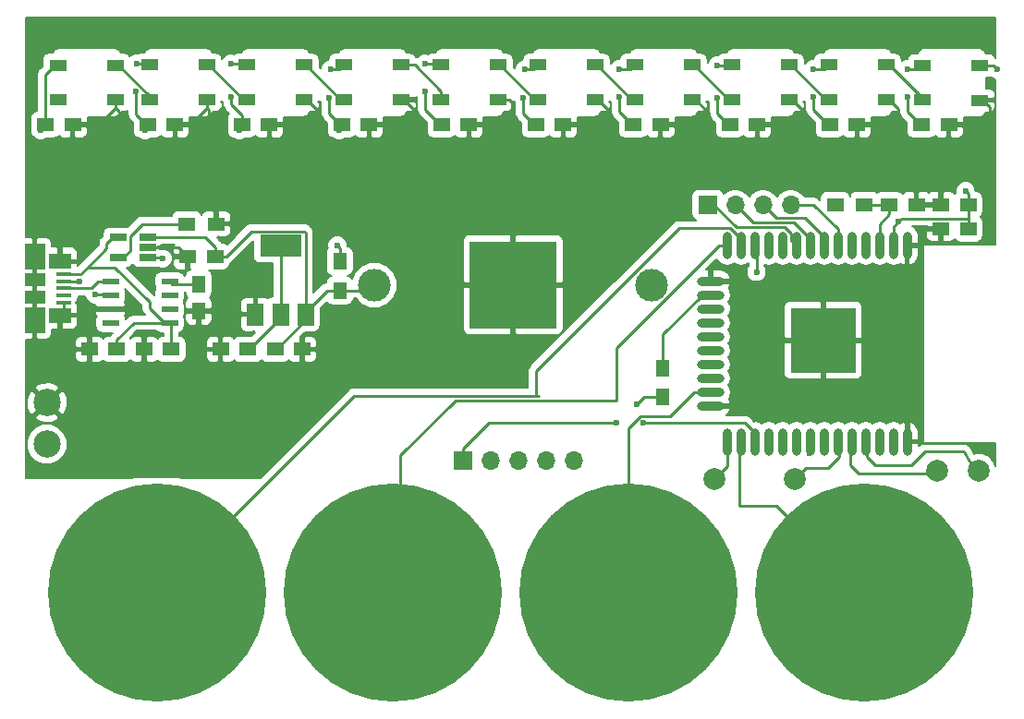
<source format=gbr>
G04 #@! TF.GenerationSoftware,KiCad,Pcbnew,5.0.1*
G04 #@! TF.CreationDate,2019-01-19T11:15:44-06:00*
G04 #@! TF.ProjectId,badge,62616467652E6B696361645F70636200,rev?*
G04 #@! TF.SameCoordinates,Original*
G04 #@! TF.FileFunction,Copper,L1,Top,Signal*
G04 #@! TF.FilePolarity,Positive*
%FSLAX46Y46*%
G04 Gerber Fmt 4.6, Leading zero omitted, Abs format (unit mm)*
G04 Created by KiCad (PCBNEW 5.0.1) date Sat 19 Jan 2019 11:15:44 AM CST*
%MOMM*%
%LPD*%
G01*
G04 APERTURE LIST*
G04 #@! TA.AperFunction,SMDPad,CuDef*
%ADD10R,1.550000X0.600000*%
G04 #@! TD*
G04 #@! TA.AperFunction,SMDPad,CuDef*
%ADD11R,1.600000X1.000000*%
G04 #@! TD*
G04 #@! TA.AperFunction,SMDPad,CuDef*
%ADD12O,0.900000X2.500000*%
G04 #@! TD*
G04 #@! TA.AperFunction,SMDPad,CuDef*
%ADD13O,2.500000X0.900000*%
G04 #@! TD*
G04 #@! TA.AperFunction,SMDPad,CuDef*
%ADD14R,6.000000X6.000000*%
G04 #@! TD*
G04 #@! TA.AperFunction,SMDPad,CuDef*
%ADD15R,8.000000X8.000000*%
G04 #@! TD*
G04 #@! TA.AperFunction,ComponentPad*
%ADD16C,3.000000*%
G04 #@! TD*
G04 #@! TA.AperFunction,SMDPad,CuDef*
%ADD17R,1.500000X1.250000*%
G04 #@! TD*
G04 #@! TA.AperFunction,SMDPad,CuDef*
%ADD18R,1.500000X1.300000*%
G04 #@! TD*
G04 #@! TA.AperFunction,ComponentPad*
%ADD19C,20.000000*%
G04 #@! TD*
G04 #@! TA.AperFunction,ComponentPad*
%ADD20C,2.000000*%
G04 #@! TD*
G04 #@! TA.AperFunction,ComponentPad*
%ADD21C,2.499360*%
G04 #@! TD*
G04 #@! TA.AperFunction,SMDPad,CuDef*
%ADD22R,1.250000X1.500000*%
G04 #@! TD*
G04 #@! TA.AperFunction,ComponentPad*
%ADD23R,1.700000X1.700000*%
G04 #@! TD*
G04 #@! TA.AperFunction,ComponentPad*
%ADD24O,1.700000X1.700000*%
G04 #@! TD*
G04 #@! TA.AperFunction,SMDPad,CuDef*
%ADD25R,3.800000X2.000000*%
G04 #@! TD*
G04 #@! TA.AperFunction,SMDPad,CuDef*
%ADD26R,1.500000X2.000000*%
G04 #@! TD*
G04 #@! TA.AperFunction,SMDPad,CuDef*
%ADD27R,1.380000X0.450000*%
G04 #@! TD*
G04 #@! TA.AperFunction,SMDPad,CuDef*
%ADD28R,2.100000X1.475000*%
G04 #@! TD*
G04 #@! TA.AperFunction,SMDPad,CuDef*
%ADD29R,1.900000X2.375000*%
G04 #@! TD*
G04 #@! TA.AperFunction,SMDPad,CuDef*
%ADD30R,1.900000X1.175000*%
G04 #@! TD*
G04 #@! TA.AperFunction,SMDPad,CuDef*
%ADD31R,1.300000X1.500000*%
G04 #@! TD*
G04 #@! TA.AperFunction,SMDPad,CuDef*
%ADD32R,1.560000X0.650000*%
G04 #@! TD*
G04 #@! TA.AperFunction,ViaPad*
%ADD33C,0.600000*%
G04 #@! TD*
G04 #@! TA.AperFunction,Conductor*
%ADD34C,0.250000*%
G04 #@! TD*
G04 #@! TA.AperFunction,Conductor*
%ADD35C,0.200000*%
G04 #@! TD*
G04 APERTURE END LIST*
D10*
G04 #@! TO.P,U2,8*
G04 #@! TO.N,Net-(C15-Pad1)*
X95156000Y-113665000D03*
G04 #@! TO.P,U2,7*
G04 #@! TO.N,RX*
X95156000Y-114935000D03*
G04 #@! TO.P,U2,6*
G04 #@! TO.N,TX*
X95156000Y-116205000D03*
G04 #@! TO.P,U2,5*
G04 #@! TO.N,VBUS*
X95156000Y-117475000D03*
G04 #@! TO.P,U2,4*
G04 #@! TO.N,Net-(U2-Pad4)*
X89756000Y-117475000D03*
G04 #@! TO.P,U2,3*
G04 #@! TO.N,VSS*
X89756000Y-116205000D03*
G04 #@! TO.P,U2,2*
G04 #@! TO.N,Net-(J10-Pad2)*
X89756000Y-114935000D03*
G04 #@! TO.P,U2,1*
G04 #@! TO.N,Net-(J10-Pad3)*
X89756000Y-113665000D03*
G04 #@! TD*
D11*
G04 #@! TO.P,0101,1*
G04 #@! TO.N,VDD*
X84920000Y-93828576D03*
G04 #@! TO.P,0101,2*
G04 #@! TO.N,Net-(LED10-Pad2)*
X84920000Y-96978576D03*
G04 #@! TO.P,0101,4*
G04 #@! TO.N,Net-(LED10-Pad4)*
X90170000Y-93828576D03*
G04 #@! TO.P,0101,3*
G04 #@! TO.N,VSS*
X90170000Y-97028576D03*
G04 #@! TD*
G04 #@! TO.P,0001,1*
G04 #@! TO.N,VDD*
X102215000Y-93825576D03*
G04 #@! TO.P,0001,2*
G04 #@! TO.N,Net-(LED8-Pad2)*
X102215000Y-96975576D03*
G04 #@! TO.P,0001,4*
G04 #@! TO.N,Net-(LED7-Pad2)*
X107465000Y-93825576D03*
G04 #@! TO.P,0001,3*
G04 #@! TO.N,VSS*
X107465000Y-97025576D03*
G04 #@! TD*
G04 #@! TO.P,0100,1*
G04 #@! TO.N,VDD*
X155555000Y-93825576D03*
G04 #@! TO.P,0100,2*
G04 #@! TO.N,Net-(LED2-Pad2)*
X155555000Y-96975576D03*
G04 #@! TO.P,0100,4*
G04 #@! TO.N,Net-(LED1-Pad2)*
X160805000Y-93825576D03*
G04 #@! TO.P,0100,3*
G04 #@! TO.N,VSS*
X160805000Y-97025576D03*
G04 #@! TD*
G04 #@! TO.P,1000,1*
G04 #@! TO.N,VDD*
X164145000Y-93853576D03*
G04 #@! TO.P,1000,2*
G04 #@! TO.N,Net-(LED1-Pad2)*
X164145000Y-97003576D03*
G04 #@! TO.P,1000,4*
G04 #@! TO.N,SPI*
X169395000Y-93853576D03*
G04 #@! TO.P,1000,3*
G04 #@! TO.N,VSS*
X169395000Y-97053576D03*
G04 #@! TD*
G04 #@! TO.P,1100,1*
G04 #@! TO.N,VDD*
X146665000Y-93825576D03*
G04 #@! TO.P,1100,2*
G04 #@! TO.N,Net-(LED3-Pad2)*
X146665000Y-96975576D03*
G04 #@! TO.P,1100,4*
G04 #@! TO.N,Net-(LED2-Pad2)*
X151915000Y-93825576D03*
G04 #@! TO.P,1100,3*
G04 #@! TO.N,VSS*
X151915000Y-97025576D03*
G04 #@! TD*
G04 #@! TO.P,0010,1*
G04 #@! TO.N,VDD*
X137775000Y-93825576D03*
G04 #@! TO.P,0010,2*
G04 #@! TO.N,Net-(LED4-Pad2)*
X137775000Y-96975576D03*
G04 #@! TO.P,0010,4*
G04 #@! TO.N,Net-(LED3-Pad2)*
X143025000Y-93825576D03*
G04 #@! TO.P,0010,3*
G04 #@! TO.N,VSS*
X143025000Y-97025576D03*
G04 #@! TD*
G04 #@! TO.P,1010,1*
G04 #@! TO.N,VDD*
X128885000Y-93825576D03*
G04 #@! TO.P,1010,2*
G04 #@! TO.N,Net-(LED5-Pad2)*
X128885000Y-96975576D03*
G04 #@! TO.P,1010,4*
G04 #@! TO.N,Net-(LED4-Pad2)*
X134135000Y-93825576D03*
G04 #@! TO.P,1010,3*
G04 #@! TO.N,VSS*
X134135000Y-97025576D03*
G04 #@! TD*
G04 #@! TO.P,0110,1*
G04 #@! TO.N,VDD*
X119995000Y-93825576D03*
G04 #@! TO.P,0110,2*
G04 #@! TO.N,Net-(LED6-Pad2)*
X119995000Y-96975576D03*
G04 #@! TO.P,0110,4*
G04 #@! TO.N,Net-(LED5-Pad2)*
X125245000Y-93825576D03*
G04 #@! TO.P,0110,3*
G04 #@! TO.N,VSS*
X125245000Y-97025576D03*
G04 #@! TD*
G04 #@! TO.P,1110,1*
G04 #@! TO.N,VDD*
X111105000Y-93825576D03*
G04 #@! TO.P,1110,2*
G04 #@! TO.N,Net-(LED7-Pad2)*
X111105000Y-96975576D03*
G04 #@! TO.P,1110,4*
G04 #@! TO.N,Net-(LED6-Pad2)*
X116355000Y-93825576D03*
G04 #@! TO.P,1110,3*
G04 #@! TO.N,VSS*
X116355000Y-97025576D03*
G04 #@! TD*
G04 #@! TO.P,1001,1*
G04 #@! TO.N,VDD*
X93325000Y-93825576D03*
G04 #@! TO.P,1001,2*
G04 #@! TO.N,Net-(LED10-Pad4)*
X93325000Y-96975576D03*
G04 #@! TO.P,1001,4*
G04 #@! TO.N,Net-(LED8-Pad2)*
X98575000Y-93825576D03*
G04 #@! TO.P,1001,3*
G04 #@! TO.N,VSS*
X98575000Y-97025576D03*
G04 #@! TD*
D12*
G04 #@! TO.P,U1,38*
G04 #@! TO.N,VSS*
X162730000Y-128380000D03*
G04 #@! TO.P,U1,37*
G04 #@! TO.N,IO23*
X161460000Y-128380000D03*
G04 #@! TO.P,U1,36*
G04 #@! TO.N,IO22*
X160190000Y-128380000D03*
G04 #@! TO.P,U1,35*
G04 #@! TO.N,TX*
X158920000Y-128380000D03*
G04 #@! TO.P,U1,34*
G04 #@! TO.N,RX*
X157650000Y-128380000D03*
G04 #@! TO.P,U1,33*
G04 #@! TO.N,IO21*
X156380000Y-128380000D03*
G04 #@! TO.P,U1,32*
G04 #@! TO.N,Net-(U1-Pad32)*
X155110000Y-128380000D03*
G04 #@! TO.P,U1,31*
G04 #@! TO.N,IO19*
X153840000Y-128380000D03*
G04 #@! TO.P,U1,30*
G04 #@! TO.N,IO18*
X152570000Y-128380000D03*
G04 #@! TO.P,U1,29*
G04 #@! TO.N,IO5*
X151300000Y-128380000D03*
G04 #@! TO.P,U1,28*
G04 #@! TO.N,IO17*
X150030000Y-128380000D03*
G04 #@! TO.P,U1,27*
G04 #@! TO.N,IO16*
X148760000Y-128380000D03*
G04 #@! TO.P,U1,26*
G04 #@! TO.N,P0*
X147490000Y-128380000D03*
G04 #@! TO.P,U1,25*
G04 #@! TO.N,IO0*
X146220000Y-128380000D03*
D13*
G04 #@! TO.P,U1,24*
G04 #@! TO.N,VSS*
X144730000Y-125095000D03*
G04 #@! TO.P,U1,23*
G04 #@! TO.N,P1*
X144730000Y-123825000D03*
G04 #@! TO.P,U1,22*
G04 #@! TO.N,Net-(U1-Pad22)*
X144730000Y-122555000D03*
G04 #@! TO.P,U1,21*
G04 #@! TO.N,Net-(U1-Pad21)*
X144730000Y-121285000D03*
G04 #@! TO.P,U1,20*
G04 #@! TO.N,Net-(U1-Pad20)*
X144730000Y-120015000D03*
G04 #@! TO.P,U1,19*
G04 #@! TO.N,Net-(U1-Pad19)*
X144730000Y-118745000D03*
G04 #@! TO.P,U1,18*
G04 #@! TO.N,Net-(U1-Pad18)*
X144730000Y-117475000D03*
G04 #@! TO.P,U1,17*
G04 #@! TO.N,Net-(U1-Pad17)*
X144730000Y-116205000D03*
G04 #@! TO.P,U1,16*
G04 #@! TO.N,IO13*
X144730000Y-114935000D03*
G04 #@! TO.P,U1,15*
G04 #@! TO.N,VSS*
X144730000Y-113665000D03*
D12*
G04 #@! TO.P,U1,14*
G04 #@! TO.N,P2*
X146220000Y-110380000D03*
G04 #@! TO.P,U1,13*
G04 #@! TO.N,P3*
X147490000Y-110380000D03*
G04 #@! TO.P,U1,12*
G04 #@! TO.N,IO27*
X148760000Y-110380000D03*
G04 #@! TO.P,U1,11*
G04 #@! TO.N,Net-(U1-Pad11)*
X150030000Y-110380000D03*
G04 #@! TO.P,U1,10*
G04 #@! TO.N,SPI*
X151300000Y-110380000D03*
G04 #@! TO.P,U1,9*
G04 #@! TO.N,IO33*
X152570000Y-110380000D03*
G04 #@! TO.P,U1,8*
G04 #@! TO.N,IO32*
X153840000Y-110380000D03*
G04 #@! TO.P,U1,7*
G04 #@! TO.N,IO35*
X155110000Y-110380000D03*
G04 #@! TO.P,U1,6*
G04 #@! TO.N,IO34*
X156380000Y-110380000D03*
G04 #@! TO.P,U1,5*
G04 #@! TO.N,Net-(U1-Pad5)*
X157650000Y-110380000D03*
G04 #@! TO.P,U1,4*
G04 #@! TO.N,Net-(U1-Pad4)*
X158920000Y-110380000D03*
G04 #@! TO.P,U1,3*
G04 #@! TO.N,Net-(C11-Pad1)*
X160190000Y-110380000D03*
G04 #@! TO.P,U1,2*
G04 #@! TO.N,VDD*
X161460000Y-110380000D03*
G04 #@! TO.P,U1,1*
G04 #@! TO.N,VSS*
X162730000Y-110380000D03*
D14*
G04 #@! TO.P,U1,39*
X155030000Y-119080000D03*
G04 #@! TD*
D15*
G04 #@! TO.P,BT1,2*
G04 #@! TO.N,VSS*
X126620000Y-113997000D03*
D16*
G04 #@! TO.P,BT1,1*
G04 #@! TO.N,N/C*
X139320000Y-113997000D03*
G04 #@! TO.N,VDDA*
X113920000Y-113997000D03*
G04 #@! TD*
D17*
G04 #@! TO.P,C1,1*
G04 #@! TO.N,VDD*
X164034000Y-99301000D03*
G04 #@! TO.P,C1,2*
G04 #@! TO.N,VSS*
X166534000Y-99301000D03*
G04 #@! TD*
G04 #@! TO.P,C2,1*
G04 #@! TO.N,VDD*
X155632000Y-99301000D03*
G04 #@! TO.P,C2,2*
G04 #@! TO.N,VSS*
X158132000Y-99301000D03*
G04 #@! TD*
G04 #@! TO.P,C3,1*
G04 #@! TO.N,VDD*
X146488000Y-99301000D03*
G04 #@! TO.P,C3,2*
G04 #@! TO.N,VSS*
X148988000Y-99301000D03*
G04 #@! TD*
G04 #@! TO.P,C4,1*
G04 #@! TO.N,VDD*
X137618000Y-99301000D03*
G04 #@! TO.P,C4,2*
G04 #@! TO.N,VSS*
X140118000Y-99301000D03*
G04 #@! TD*
G04 #@! TO.P,C5,1*
G04 #@! TO.N,VDD*
X128708000Y-99301000D03*
G04 #@! TO.P,C5,2*
G04 #@! TO.N,VSS*
X131208000Y-99301000D03*
G04 #@! TD*
G04 #@! TO.P,C6,1*
G04 #@! TO.N,VDD*
X120072000Y-99301000D03*
G04 #@! TO.P,C6,2*
G04 #@! TO.N,VSS*
X122572000Y-99301000D03*
G04 #@! TD*
G04 #@! TO.P,C7,1*
G04 #@! TO.N,VDD*
X110928000Y-99301000D03*
G04 #@! TO.P,C7,2*
G04 #@! TO.N,VSS*
X113428000Y-99301000D03*
G04 #@! TD*
G04 #@! TO.P,C8,1*
G04 #@! TO.N,VDD*
X101784000Y-99301000D03*
G04 #@! TO.P,C8,2*
G04 #@! TO.N,VSS*
X104284000Y-99301000D03*
G04 #@! TD*
G04 #@! TO.P,C9,1*
G04 #@! TO.N,VDD*
X93148000Y-99301000D03*
G04 #@! TO.P,C9,2*
G04 #@! TO.N,VSS*
X95648000Y-99301000D03*
G04 #@! TD*
G04 #@! TO.P,C10,1*
G04 #@! TO.N,VDD*
X83770000Y-99301000D03*
G04 #@! TO.P,C10,2*
G04 #@! TO.N,VSS*
X86270000Y-99301000D03*
G04 #@! TD*
G04 #@! TO.P,C11,1*
G04 #@! TO.N,Net-(C11-Pad1)*
X161070000Y-106647000D03*
G04 #@! TO.P,C11,2*
G04 #@! TO.N,VSS*
X163570000Y-106647000D03*
G04 #@! TD*
G04 #@! TO.P,C12,1*
G04 #@! TO.N,VSS*
X165820000Y-106647000D03*
G04 #@! TO.P,C12,2*
G04 #@! TO.N,VDD*
X168320000Y-106647000D03*
G04 #@! TD*
G04 #@! TO.P,C13,1*
G04 #@! TO.N,VSS*
X165820000Y-108839000D03*
G04 #@! TO.P,C13,2*
G04 #@! TO.N,VDD*
X168320000Y-108839000D03*
G04 #@! TD*
D18*
G04 #@! TO.P,R1,1*
G04 #@! TO.N,VDD*
X156120000Y-106647000D03*
G04 #@! TO.P,R1,2*
G04 #@! TO.N,Net-(C11-Pad1)*
X158820000Y-106647000D03*
G04 #@! TD*
D19*
G04 #@! TO.P,J5,1*
G04 #@! TO.N,P3*
X93980000Y-142240000D03*
G04 #@! TD*
G04 #@! TO.P,J11,1*
G04 #@! TO.N,P2*
X115570000Y-142240000D03*
G04 #@! TD*
G04 #@! TO.P,J12,1*
G04 #@! TO.N,P1*
X137160000Y-142240000D03*
G04 #@! TD*
G04 #@! TO.P,J13,1*
G04 #@! TO.N,P0*
X158750000Y-142240000D03*
G04 #@! TD*
D20*
G04 #@! TO.P,J4,1*
G04 #@! TO.N,RX*
X165481000Y-131064000D03*
G04 #@! TO.N,TX*
X169291000Y-131064000D03*
G04 #@! TD*
G04 #@! TO.P,J7,1*
G04 #@! TO.N,IO21*
X152400000Y-131826000D03*
G04 #@! TD*
G04 #@! TO.P,J9,1*
G04 #@! TO.N,IO0*
X145034000Y-131826000D03*
G04 #@! TD*
D21*
G04 #@! TO.P,J14,1*
G04 #@! TO.N,VDD*
X83920000Y-128607000D03*
G04 #@! TO.N,VSS*
X83920000Y-124797000D03*
G04 #@! TD*
D17*
G04 #@! TO.P,C14,1*
G04 #@! TO.N,VSS*
X87820000Y-119897000D03*
G04 #@! TO.P,C14,2*
G04 #@! TO.N,VBUS*
X90320000Y-119897000D03*
G04 #@! TD*
D22*
G04 #@! TO.P,C15,2*
G04 #@! TO.N,VSS*
X97820000Y-116397000D03*
G04 #@! TO.P,C15,1*
G04 #@! TO.N,Net-(C15-Pad1)*
X97820000Y-113897000D03*
G04 #@! TD*
D17*
G04 #@! TO.P,C16,2*
G04 #@! TO.N,VSS*
X107320000Y-119897000D03*
G04 #@! TO.P,C16,1*
G04 #@! TO.N,VDDA*
X104820000Y-119897000D03*
G04 #@! TD*
G04 #@! TO.P,C17,2*
G04 #@! TO.N,VDDA*
X99320000Y-111397000D03*
G04 #@! TO.P,C17,1*
G04 #@! TO.N,VSS*
X96820000Y-111397000D03*
G04 #@! TD*
G04 #@! TO.P,C18,1*
G04 #@! TO.N,VDD*
X102320000Y-119897000D03*
G04 #@! TO.P,C18,2*
G04 #@! TO.N,VSS*
X99820000Y-119897000D03*
G04 #@! TD*
G04 #@! TO.P,C19,1*
G04 #@! TO.N,VSS*
X92820000Y-119897000D03*
G04 #@! TO.P,C19,2*
G04 #@! TO.N,VBUS*
X95320000Y-119897000D03*
G04 #@! TD*
D23*
G04 #@! TO.P,J8,1*
G04 #@! TO.N,IO16*
X122030000Y-130147000D03*
D24*
G04 #@! TO.P,J8,2*
G04 #@! TO.N,IO17*
X124570000Y-130147000D03*
G04 #@! TO.P,J8,3*
G04 #@! TO.N,IO5*
X127110000Y-130147000D03*
G04 #@! TO.P,J8,4*
G04 #@! TO.N,IO18*
X129650000Y-130147000D03*
G04 #@! TO.P,J8,5*
G04 #@! TO.N,IO19*
X132190000Y-130147000D03*
G04 #@! TD*
D18*
G04 #@! TO.P,R2,1*
G04 #@! TO.N,Net-(R2-Pad1)*
X96720000Y-108397000D03*
G04 #@! TO.P,R2,2*
G04 #@! TO.N,VSS*
X99420000Y-108397000D03*
G04 #@! TD*
D25*
G04 #@! TO.P,U4,2*
G04 #@! TO.N,VDD*
X105320000Y-110397000D03*
D26*
X105320000Y-116697000D03*
G04 #@! TO.P,U4,3*
G04 #@! TO.N,VDDA*
X107620000Y-116697000D03*
G04 #@! TO.P,U4,1*
G04 #@! TO.N,VSS*
X103020000Y-116697000D03*
G04 #@! TD*
D27*
G04 #@! TO.P,J10,1*
G04 #@! TO.N,VBUS*
X85464000Y-113011000D03*
G04 #@! TO.P,J10,2*
G04 #@! TO.N,Net-(J10-Pad2)*
X85464000Y-113661000D03*
G04 #@! TO.P,J10,3*
G04 #@! TO.N,Net-(J10-Pad3)*
X85464000Y-114311000D03*
G04 #@! TO.P,J10,4*
G04 #@! TO.N,Net-(J10-Pad4)*
X85464000Y-114961000D03*
G04 #@! TO.P,J10,5*
G04 #@! TO.N,VSS*
X85464000Y-115611000D03*
D28*
G04 #@! TO.P,J10,6*
X85104000Y-111848500D03*
X85104000Y-116773500D03*
D29*
X82804000Y-111401000D03*
X82804000Y-117221000D03*
D30*
X82804000Y-113471000D03*
X82804000Y-115151000D03*
G04 #@! TD*
D31*
G04 #@! TO.P,R3,1*
G04 #@! TO.N,VDD*
X110744000Y-111807000D03*
G04 #@! TO.P,R3,2*
G04 #@! TO.N,VDDA*
X110744000Y-114507000D03*
G04 #@! TD*
D32*
G04 #@! TO.P,U3,1*
G04 #@! TO.N,IO27*
X93124000Y-111501000D03*
G04 #@! TO.P,U3,2*
G04 #@! TO.N,VSS*
X93124000Y-110551000D03*
G04 #@! TO.P,U3,3*
G04 #@! TO.N,VDDA*
X93124000Y-109601000D03*
G04 #@! TO.P,U3,4*
G04 #@! TO.N,VBUS*
X90424000Y-109601000D03*
G04 #@! TO.P,U3,5*
G04 #@! TO.N,Net-(R2-Pad1)*
X90424000Y-111501000D03*
G04 #@! TD*
D31*
G04 #@! TO.P,R4,1*
G04 #@! TO.N,IO13*
X140320000Y-121597000D03*
G04 #@! TO.P,R4,2*
G04 #@! TO.N,Net-(LS1-Pad1)*
X140320000Y-124297000D03*
G04 #@! TD*
D23*
G04 #@! TO.P,J1,1*
G04 #@! TO.N,IO33*
X144450000Y-106647000D03*
D24*
G04 #@! TO.P,J1,2*
G04 #@! TO.N,IO32*
X146990000Y-106647000D03*
G04 #@! TO.P,J1,3*
G04 #@! TO.N,IO35*
X149530000Y-106647000D03*
G04 #@! TO.P,J1,4*
G04 #@! TO.N,IO34*
X152070000Y-106647000D03*
G04 #@! TD*
D33*
G04 #@! TO.N,VDD*
X156120000Y-106397000D03*
X110720000Y-99797000D03*
X101520000Y-99797000D03*
X92920000Y-99797000D03*
X83320000Y-99797000D03*
X104120000Y-110397000D03*
X106320000Y-110397000D03*
X92038320Y-96280781D03*
X92132000Y-93713000D03*
X100768000Y-96761000D03*
X100768000Y-93713000D03*
X109755769Y-96810229D03*
X109912000Y-94221000D03*
X118548000Y-96253000D03*
X118548000Y-93713000D03*
X127535769Y-96810229D03*
X127692000Y-94221000D03*
X136328000Y-96761000D03*
X136328000Y-94221000D03*
X145315769Y-96810229D03*
X145315769Y-93869231D03*
X154108000Y-96761000D03*
X154108000Y-94221000D03*
X162744000Y-96761000D03*
X162744000Y-94221000D03*
X168070000Y-105397000D03*
X110520000Y-110397000D03*
X161920000Y-108197000D03*
G04 #@! TO.N,VSS*
X96920000Y-111197000D03*
X99120000Y-108397000D03*
X119997600Y-114321400D03*
X155030000Y-119080000D03*
X162814000Y-125984000D03*
G04 #@! TO.N,SPI*
X170945000Y-94197000D03*
X151300000Y-110380000D03*
G04 #@! TO.N,TX*
X95156000Y-116205000D03*
X158920000Y-128380000D03*
G04 #@! TO.N,RX*
X95156000Y-114935000D03*
X157650000Y-128380000D03*
G04 #@! TO.N,IO19*
X153820000Y-129397000D03*
G04 #@! TO.N,IO18*
X152570000Y-128897000D03*
G04 #@! TO.N,IO5*
X151320000Y-128397000D03*
G04 #@! TO.N,IO17*
X150070000Y-127897000D03*
G04 #@! TO.N,IO16*
X136070000Y-126672010D03*
X138570000Y-126672010D03*
G04 #@! TO.N,IO27*
X94520000Y-111597000D03*
X148920000Y-112797000D03*
G04 #@! TO.N,Net-(J10-Pad2)*
X86868000Y-113665000D03*
X88320000Y-114897000D03*
G04 #@! TO.N,Net-(LS1-Pad1)*
X137920000Y-124972000D03*
G04 #@! TD*
D34*
G04 #@! TO.N,VDD*
X84620000Y-93828576D02*
X84920000Y-93828576D01*
X83770000Y-94678576D02*
X84620000Y-93828576D01*
X83770000Y-99301000D02*
X83770000Y-94678576D01*
X92038320Y-98191320D02*
X92038320Y-96280781D01*
X92038320Y-98316320D02*
X92038320Y-98191320D01*
X93148000Y-99301000D02*
X93023000Y-99301000D01*
X93023000Y-99301000D02*
X92038320Y-98316320D01*
X93212424Y-93713000D02*
X93325000Y-93825576D01*
X92132000Y-93713000D02*
X93212424Y-93713000D01*
X100768000Y-97410000D02*
X100768000Y-96761000D01*
X101784000Y-99301000D02*
X101784000Y-98426000D01*
X101784000Y-98426000D02*
X100768000Y-97410000D01*
X102102424Y-93713000D02*
X102215000Y-93825576D01*
X100768000Y-93713000D02*
X102102424Y-93713000D01*
X109755769Y-98253769D02*
X109755769Y-96810229D01*
X110928000Y-99301000D02*
X110803000Y-99301000D01*
X110803000Y-99301000D02*
X109755769Y-98253769D01*
X110709576Y-94221000D02*
X111105000Y-93825576D01*
X109912000Y-94221000D02*
X110709576Y-94221000D01*
X118548000Y-97902000D02*
X118548000Y-96253000D01*
X120072000Y-99301000D02*
X119947000Y-99301000D01*
X119947000Y-99301000D02*
X118548000Y-97902000D01*
X119882424Y-93713000D02*
X119995000Y-93825576D01*
X118548000Y-93713000D02*
X119882424Y-93713000D01*
X127535769Y-98253769D02*
X127535769Y-96810229D01*
X128708000Y-99301000D02*
X128583000Y-99301000D01*
X128583000Y-99301000D02*
X127535769Y-98253769D01*
X128489576Y-94221000D02*
X128885000Y-93825576D01*
X127692000Y-94221000D02*
X128489576Y-94221000D01*
X136328000Y-98011000D02*
X136328000Y-96761000D01*
X136328000Y-98136000D02*
X136328000Y-98011000D01*
X137618000Y-99301000D02*
X137493000Y-99301000D01*
X137493000Y-99301000D02*
X136328000Y-98136000D01*
X137379576Y-94221000D02*
X137775000Y-93825576D01*
X136328000Y-94221000D02*
X137379576Y-94221000D01*
X145315769Y-98128769D02*
X145315769Y-96810229D01*
X145315769Y-98253769D02*
X145315769Y-98128769D01*
X146488000Y-99301000D02*
X146363000Y-99301000D01*
X146363000Y-99301000D02*
X145315769Y-98253769D01*
X146621345Y-93869231D02*
X146665000Y-93825576D01*
X145315769Y-93869231D02*
X146621345Y-93869231D01*
X154108000Y-97902000D02*
X154108000Y-96761000D01*
X155632000Y-99301000D02*
X155507000Y-99301000D01*
X155507000Y-99301000D02*
X154108000Y-97902000D01*
X155159576Y-94221000D02*
X155555000Y-93825576D01*
X154108000Y-94221000D02*
X155159576Y-94221000D01*
X162744000Y-98011000D02*
X162744000Y-96761000D01*
X164034000Y-99301000D02*
X163909000Y-99301000D01*
X162744000Y-98136000D02*
X162744000Y-98011000D01*
X163909000Y-99301000D02*
X162744000Y-98136000D01*
X163777576Y-94221000D02*
X164145000Y-93853576D01*
X162744000Y-94221000D02*
X163777576Y-94221000D01*
X102445000Y-119897000D02*
X105320000Y-117022000D01*
X105320000Y-117022000D02*
X105320000Y-116697000D01*
X102320000Y-119897000D02*
X102445000Y-119897000D01*
X105320000Y-115447000D02*
X105320000Y-110397000D01*
X105320000Y-116697000D02*
X105320000Y-115447000D01*
X168320000Y-108839000D02*
X168320000Y-106647000D01*
X168320000Y-106647000D02*
X168320000Y-105647000D01*
X168320000Y-105647000D02*
X168070000Y-105397000D01*
X110744000Y-111807000D02*
X110744000Y-110621000D01*
X110744000Y-110621000D02*
X110520000Y-110397000D01*
X161460000Y-110380000D02*
X161460000Y-108657000D01*
X161460000Y-108657000D02*
X161920000Y-108197000D01*
X162219999Y-107897001D02*
X161920000Y-108197000D01*
X162228001Y-107888999D02*
X162219999Y-107897001D01*
X168244999Y-107888999D02*
X162228001Y-107888999D01*
X168320000Y-107964000D02*
X168244999Y-107888999D01*
X168320000Y-108839000D02*
X168320000Y-107964000D01*
G04 #@! TO.N,VSS*
X162730000Y-128380000D02*
X162814000Y-128296000D01*
X162814000Y-128296000D02*
X162814000Y-125984000D01*
X144430280Y-125394720D02*
X144730000Y-125095000D01*
X95974000Y-110551000D02*
X96820000Y-111397000D01*
X93124000Y-110551000D02*
X95974000Y-110551000D01*
X87270000Y-99301000D02*
X86270000Y-99301000D01*
X88647576Y-99301000D02*
X87270000Y-99301000D01*
X90170000Y-97778576D02*
X88647576Y-99301000D01*
X90170000Y-97028576D02*
X90170000Y-97778576D01*
X97049576Y-99301000D02*
X96648000Y-99301000D01*
X96648000Y-99301000D02*
X95648000Y-99301000D01*
X98575000Y-97775576D02*
X97049576Y-99301000D01*
X98575000Y-97025576D02*
X98575000Y-97775576D01*
X98575000Y-97775576D02*
X98720000Y-97920576D01*
X98720000Y-97920576D02*
X98720000Y-99397000D01*
X90170000Y-97778576D02*
X90520000Y-98128576D01*
X90520000Y-98128576D02*
X90520000Y-98797000D01*
X108720000Y-97980576D02*
X108720000Y-98280576D01*
X107465000Y-97025576D02*
X107765000Y-97025576D01*
X107765000Y-97025576D02*
X108720000Y-97980576D01*
X108720000Y-98280576D02*
X108720000Y-98597000D01*
X116655000Y-97025576D02*
X117520000Y-97890576D01*
X116355000Y-97025576D02*
X116655000Y-97025576D01*
X117520000Y-97890576D02*
X117520000Y-98597000D01*
X126295000Y-97025576D02*
X126520000Y-97250576D01*
X125245000Y-97025576D02*
X126295000Y-97025576D01*
X126520000Y-97250576D02*
X126520000Y-98797000D01*
X134435000Y-97025576D02*
X135520000Y-98110576D01*
X134135000Y-97025576D02*
X134435000Y-97025576D01*
X135520000Y-98110576D02*
X135520000Y-98797000D01*
X143325000Y-97025576D02*
X144520000Y-98220576D01*
X143025000Y-97025576D02*
X143325000Y-97025576D01*
X144520000Y-98220576D02*
X144520000Y-98597000D01*
X152215000Y-97025576D02*
X153320000Y-98130576D01*
X151915000Y-97025576D02*
X152215000Y-97025576D01*
X153320000Y-98130576D02*
X153320000Y-98597000D01*
X160805000Y-97025576D02*
X161105000Y-97025576D01*
X161920000Y-97840576D02*
X161920000Y-98140576D01*
X161105000Y-97025576D02*
X161920000Y-97840576D01*
X161920000Y-98140576D02*
X161920000Y-98397000D01*
X169695000Y-97053576D02*
X170320000Y-97678576D01*
X169395000Y-97053576D02*
X169695000Y-97053576D01*
X170320000Y-97678576D02*
X170320000Y-98997000D01*
X85464000Y-116413500D02*
X85104000Y-116773500D01*
X85464000Y-115611000D02*
X85464000Y-116413500D01*
G04 #@! TO.N,SPI*
X169395000Y-93853576D02*
X170601576Y-93853576D01*
X170601576Y-93853576D02*
X170945000Y-94197000D01*
G04 #@! TO.N,Net-(LED1-Pad2)*
X164145000Y-96865576D02*
X164145000Y-97003576D01*
X161105000Y-93825576D02*
X164145000Y-96865576D01*
X160805000Y-93825576D02*
X161105000Y-93825576D01*
G04 #@! TO.N,Net-(LED2-Pad2)*
X152105000Y-93825576D02*
X151915000Y-93825576D01*
X155255000Y-96975576D02*
X152105000Y-93825576D01*
X155555000Y-96975576D02*
X155255000Y-96975576D01*
G04 #@! TO.N,Net-(LED3-Pad2)*
X143215000Y-93825576D02*
X143025000Y-93825576D01*
X146365000Y-96975576D02*
X143215000Y-93825576D01*
X146665000Y-96975576D02*
X146365000Y-96975576D01*
G04 #@! TO.N,Net-(LED4-Pad2)*
X134325000Y-93825576D02*
X134135000Y-93825576D01*
X137475000Y-96975576D02*
X134325000Y-93825576D01*
X137775000Y-96975576D02*
X137475000Y-96975576D01*
G04 #@! TO.N,Net-(LED5-Pad2)*
X125435000Y-93825576D02*
X125245000Y-93825576D01*
X128585000Y-96975576D02*
X125435000Y-93825576D01*
X128885000Y-96975576D02*
X128585000Y-96975576D01*
G04 #@! TO.N,Net-(LED6-Pad2)*
X117405000Y-93825576D02*
X116355000Y-93825576D01*
X117595000Y-93825576D02*
X117405000Y-93825576D01*
X119995000Y-96225576D02*
X117595000Y-93825576D01*
X119995000Y-96975576D02*
X119995000Y-96225576D01*
G04 #@! TO.N,Net-(LED7-Pad2)*
X110805000Y-96975576D02*
X107655000Y-93825576D01*
X107655000Y-93825576D02*
X107465000Y-93825576D01*
X111105000Y-96975576D02*
X110805000Y-96975576D01*
G04 #@! TO.N,Net-(LED8-Pad2)*
X98765000Y-93825576D02*
X98575000Y-93825576D01*
X101915000Y-96975576D02*
X98765000Y-93825576D01*
X102215000Y-96975576D02*
X101915000Y-96975576D01*
G04 #@! TO.N,Net-(LED10-Pad4)*
X93325000Y-96683576D02*
X93325000Y-96975576D01*
X90470000Y-93828576D02*
X93325000Y-96683576D01*
X90170000Y-93828576D02*
X90470000Y-93828576D01*
G04 #@! TO.N,IO23*
X161460000Y-128380000D02*
X161376000Y-128464000D01*
X161376000Y-128464000D02*
X161460000Y-128380000D01*
G04 #@! TO.N,TX*
X159766000Y-130556000D02*
X163068000Y-130556000D01*
X159004000Y-129794000D02*
X159766000Y-130556000D01*
X159004000Y-129540000D02*
X159004000Y-129794000D01*
X158920000Y-128380000D02*
X159004000Y-128464000D01*
X159004000Y-128464000D02*
X159004000Y-129540000D01*
X168402000Y-130175000D02*
X169291000Y-131064000D01*
X167894000Y-129286000D02*
X168402000Y-130175000D01*
X167894000Y-129286000D02*
X167894000Y-129286000D01*
X164338000Y-129286000D02*
X167894000Y-129286000D01*
X163068000Y-130556000D02*
X164338000Y-129286000D01*
G04 #@! TO.N,RX*
X157650000Y-128380000D02*
X157480000Y-128550000D01*
X157480000Y-128550000D02*
X157480000Y-130556000D01*
X157480000Y-130556000D02*
X158242000Y-131318000D01*
X158242000Y-131318000D02*
X165227000Y-131318000D01*
X165227000Y-131318000D02*
X165481000Y-131064000D01*
G04 #@! TO.N,IO21*
X152400000Y-131826000D02*
X153416000Y-130810000D01*
X156464000Y-129794000D02*
X156464000Y-128464000D01*
X155448000Y-130810000D02*
X156464000Y-129794000D01*
X153416000Y-130810000D02*
X155448000Y-130810000D01*
X156464000Y-128464000D02*
X156380000Y-128380000D01*
G04 #@! TO.N,IO16*
X124404990Y-126672010D02*
X136070000Y-126672010D01*
X122030000Y-130147000D02*
X122030000Y-129047000D01*
X122030000Y-129047000D02*
X124404990Y-126672010D01*
X148760000Y-127580000D02*
X148760000Y-128380000D01*
X147852010Y-126672010D02*
X148760000Y-127580000D01*
X138570000Y-126672010D02*
X147852010Y-126672010D01*
G04 #@! TO.N,P0*
X147490000Y-128380000D02*
X147320000Y-128550000D01*
X147320000Y-128550000D02*
X147320000Y-134239000D01*
X150749000Y-134239000D02*
X158750000Y-142240000D01*
X147320000Y-134239000D02*
X150749000Y-134239000D01*
G04 #@! TO.N,IO0*
X145034000Y-131826000D02*
X146220000Y-130640000D01*
X146220000Y-130640000D02*
X146220000Y-128380000D01*
G04 #@! TO.N,P3*
X93980000Y-142240000D02*
X93980000Y-140970000D01*
X112073010Y-124146990D02*
X94380010Y-141839990D01*
X147490000Y-109753971D02*
X146541019Y-108804990D01*
X147490000Y-110380000D02*
X147490000Y-109753971D01*
X141811008Y-108804990D02*
X128720000Y-121895998D01*
X144520000Y-108804990D02*
X141811008Y-108804990D01*
X146541019Y-108804990D02*
X144520000Y-108804990D01*
X128720000Y-121895998D02*
X128720000Y-124146990D01*
X144520000Y-108804990D02*
X144313012Y-108804990D01*
X128971012Y-124146990D02*
X128720000Y-124146990D01*
X128720000Y-124146990D02*
X112073010Y-124146990D01*
G04 #@! TO.N,IO13*
X140320000Y-120597000D02*
X140320000Y-121597000D01*
X140320000Y-118545000D02*
X140320000Y-120597000D01*
X143930000Y-114935000D02*
X140320000Y-118545000D01*
X144730000Y-114935000D02*
X143930000Y-114935000D01*
G04 #@! TO.N,P1*
X137160000Y-127157008D02*
X137160000Y-141796990D01*
X138269999Y-126047009D02*
X137160000Y-127157008D01*
X141007991Y-126047009D02*
X138269999Y-126047009D01*
X143230000Y-123825000D02*
X141007991Y-126047009D01*
X144730000Y-123825000D02*
X143230000Y-123825000D01*
G04 #@! TO.N,IO27*
X93124000Y-111501000D02*
X94424000Y-111501000D01*
X94424000Y-111501000D02*
X94520000Y-111597000D01*
X148920000Y-110540000D02*
X148760000Y-110380000D01*
X148920000Y-112797000D02*
X148920000Y-110540000D01*
G04 #@! TO.N,IO33*
X145019439Y-106647000D02*
X144450000Y-106647000D01*
X147094460Y-108722021D02*
X145019439Y-106647000D01*
X151538050Y-108722021D02*
X147094460Y-108722021D01*
X152075010Y-109258981D02*
X151538050Y-108722021D01*
X152075010Y-109902010D02*
X152075010Y-109258981D01*
X152553000Y-110380000D02*
X152075010Y-109902010D01*
X152570000Y-110380000D02*
X152553000Y-110380000D01*
G04 #@! TO.N,IO32*
X152358040Y-108272011D02*
X148615011Y-108272011D01*
X147839999Y-107496999D02*
X146990000Y-106647000D01*
X148615011Y-108272011D02*
X147839999Y-107496999D01*
X153840000Y-109753971D02*
X152358040Y-108272011D01*
X153840000Y-110380000D02*
X153840000Y-109753971D01*
G04 #@! TO.N,IO35*
X150705001Y-107822001D02*
X150379999Y-107496999D01*
X150379999Y-107496999D02*
X149530000Y-106647000D01*
X153352001Y-107822001D02*
X150705001Y-107822001D01*
X155110000Y-109580000D02*
X153352001Y-107822001D01*
X155110000Y-110380000D02*
X155110000Y-109580000D01*
G04 #@! TO.N,IO34*
X153272081Y-106647000D02*
X152070000Y-106647000D01*
X154147000Y-106647000D02*
X153272081Y-106647000D01*
X156380000Y-108880000D02*
X154147000Y-106647000D01*
X156380000Y-110380000D02*
X156380000Y-108880000D01*
G04 #@! TO.N,Net-(C11-Pad1)*
X158820000Y-106647000D02*
X161070000Y-106647000D01*
X160190000Y-108880000D02*
X160190000Y-110380000D01*
X160190000Y-108402000D02*
X160190000Y-108880000D01*
X161070000Y-107522000D02*
X160190000Y-108402000D01*
X161070000Y-106647000D02*
X161070000Y-107522000D01*
G04 #@! TO.N,P2*
X115570000Y-142240000D02*
X115570000Y-134620000D01*
X145520000Y-110380000D02*
X136120000Y-119780000D01*
X146220000Y-110380000D02*
X145520000Y-110380000D01*
X136120000Y-119780000D02*
X136120000Y-124597000D01*
X136120000Y-124597000D02*
X121320000Y-124597000D01*
X121320000Y-124597000D02*
X116320000Y-129597000D01*
X116320000Y-141490000D02*
X115970010Y-141839990D01*
X116320000Y-129597000D02*
X116320000Y-141490000D01*
G04 #@! TO.N,VDDA*
X109844000Y-114507000D02*
X110744000Y-114507000D01*
X109560000Y-114507000D02*
X109844000Y-114507000D01*
X107620000Y-116447000D02*
X109560000Y-114507000D01*
X107620000Y-116697000D02*
X107620000Y-116447000D01*
X107620000Y-115447000D02*
X107620000Y-116697000D01*
X107620000Y-109211998D02*
X107620000Y-115447000D01*
X107480001Y-109071999D02*
X107620000Y-109211998D01*
X102645001Y-109071999D02*
X107480001Y-109071999D01*
X100320000Y-111397000D02*
X102645001Y-109071999D01*
X99320000Y-111397000D02*
X100320000Y-111397000D01*
X99320000Y-110522000D02*
X99320000Y-111397000D01*
X98399000Y-109601000D02*
X99320000Y-110522000D01*
X93124000Y-109601000D02*
X98399000Y-109601000D01*
X107620000Y-117222000D02*
X107620000Y-116697000D01*
X104945000Y-119897000D02*
X107620000Y-117222000D01*
X104820000Y-119897000D02*
X104945000Y-119897000D01*
X110744000Y-114273000D02*
X110744000Y-114507000D01*
X113410000Y-114507000D02*
X113920000Y-113997000D01*
X110744000Y-114507000D02*
X113410000Y-114507000D01*
G04 #@! TO.N,VBUS*
X89969000Y-109601000D02*
X90424000Y-109601000D01*
X89394000Y-110176000D02*
X89969000Y-109601000D01*
X89394000Y-110631000D02*
X89394000Y-110176000D01*
X85464000Y-113011000D02*
X87014000Y-113011000D01*
X90148002Y-112397000D02*
X93320000Y-115568998D01*
X87628000Y-112397000D02*
X90148002Y-112397000D01*
X87628000Y-112397000D02*
X89394000Y-110631000D01*
X87014000Y-113011000D02*
X87628000Y-112397000D01*
X94681000Y-117475000D02*
X95156000Y-117475000D01*
X93320000Y-116114000D02*
X94681000Y-117475000D01*
X93320000Y-115568998D02*
X93320000Y-116114000D01*
X94131000Y-117475000D02*
X95156000Y-117475000D01*
X91867000Y-117475000D02*
X94131000Y-117475000D01*
X90320000Y-119022000D02*
X91867000Y-117475000D01*
X90320000Y-119897000D02*
X90320000Y-119022000D01*
X95320000Y-117639000D02*
X95156000Y-117475000D01*
X95320000Y-119897000D02*
X95320000Y-117639000D01*
G04 #@! TO.N,Net-(C15-Pad1)*
X95388000Y-113897000D02*
X95156000Y-113665000D01*
X97820000Y-113897000D02*
X95388000Y-113897000D01*
G04 #@! TO.N,Net-(J10-Pad2)*
X85464000Y-113661000D02*
X86864000Y-113661000D01*
X86864000Y-113661000D02*
X86868000Y-113665000D01*
X89718000Y-114897000D02*
X89756000Y-114935000D01*
X88320000Y-114897000D02*
X89718000Y-114897000D01*
G04 #@! TO.N,Net-(R2-Pad1)*
X91529001Y-110850999D02*
X90879000Y-111501000D01*
X90879000Y-111501000D02*
X90424000Y-111501000D01*
X91529001Y-109505997D02*
X91529001Y-110850999D01*
X92637998Y-108397000D02*
X91529001Y-109505997D01*
X96970000Y-108397000D02*
X92637998Y-108397000D01*
G04 #@! TO.N,Net-(J10-Pad3)*
X88626998Y-113665000D02*
X88731000Y-113665000D01*
X88731000Y-113665000D02*
X89756000Y-113665000D01*
X87980998Y-114311000D02*
X88626998Y-113665000D01*
X85464000Y-114311000D02*
X87980998Y-114311000D01*
G04 #@! TO.N,Net-(LS1-Pad1)*
X140320000Y-124297000D02*
X138595000Y-124297000D01*
X138595000Y-124297000D02*
X137920000Y-124972000D01*
G04 #@! TD*
D35*
G04 #@! TO.N,VSS*
G36*
X170837000Y-93153044D02*
X170772470Y-93140209D01*
X170767723Y-93116346D01*
X170633343Y-92915233D01*
X170432230Y-92780853D01*
X170195000Y-92733665D01*
X169922147Y-92733665D01*
X169914822Y-92696838D01*
X169769391Y-92479185D01*
X169551738Y-92333754D01*
X169359803Y-92295576D01*
X169295000Y-92282686D01*
X169230197Y-92295576D01*
X164359803Y-92295576D01*
X164295000Y-92282686D01*
X164230197Y-92295576D01*
X164038262Y-92333754D01*
X163820609Y-92479185D01*
X163675178Y-92696838D01*
X163667853Y-92733665D01*
X163345000Y-92733665D01*
X163107770Y-92780853D01*
X162906657Y-92915233D01*
X162772277Y-93116346D01*
X162733160Y-93313000D01*
X162563388Y-93313000D01*
X162229659Y-93451235D01*
X162224911Y-93455983D01*
X162224911Y-93325576D01*
X162177723Y-93088346D01*
X162043343Y-92887233D01*
X161842230Y-92752853D01*
X161605000Y-92705665D01*
X161332147Y-92705665D01*
X161324822Y-92668838D01*
X161179391Y-92451185D01*
X160961738Y-92305754D01*
X160769803Y-92267576D01*
X160705000Y-92254686D01*
X160640197Y-92267576D01*
X155769803Y-92267576D01*
X155705000Y-92254686D01*
X155640197Y-92267576D01*
X155448262Y-92305754D01*
X155230609Y-92451185D01*
X155085178Y-92668838D01*
X155077853Y-92705665D01*
X154755000Y-92705665D01*
X154517770Y-92752853D01*
X154316657Y-92887233D01*
X154182277Y-93088346D01*
X154137591Y-93313000D01*
X153927388Y-93313000D01*
X153593659Y-93451235D01*
X153338235Y-93706659D01*
X153334911Y-93714684D01*
X153334911Y-93325576D01*
X153287723Y-93088346D01*
X153153343Y-92887233D01*
X152952230Y-92752853D01*
X152715000Y-92705665D01*
X152442147Y-92705665D01*
X152434822Y-92668838D01*
X152289391Y-92451185D01*
X152071738Y-92305754D01*
X151879803Y-92267576D01*
X151815000Y-92254686D01*
X151750197Y-92267576D01*
X146879803Y-92267576D01*
X146815000Y-92254686D01*
X146750197Y-92267576D01*
X146558262Y-92305754D01*
X146340609Y-92451185D01*
X146195178Y-92668838D01*
X146187853Y-92705665D01*
X145865000Y-92705665D01*
X145627770Y-92752853D01*
X145426657Y-92887233D01*
X145377213Y-92961231D01*
X145135157Y-92961231D01*
X144801428Y-93099466D01*
X144546004Y-93354890D01*
X144444911Y-93598950D01*
X144444911Y-93325576D01*
X144397723Y-93088346D01*
X144263343Y-92887233D01*
X144062230Y-92752853D01*
X143825000Y-92705665D01*
X143552147Y-92705665D01*
X143544822Y-92668838D01*
X143399391Y-92451185D01*
X143181738Y-92305754D01*
X142989803Y-92267576D01*
X142925000Y-92254686D01*
X142860197Y-92267576D01*
X137989803Y-92267576D01*
X137925000Y-92254686D01*
X137860197Y-92267576D01*
X137668262Y-92305754D01*
X137450609Y-92451185D01*
X137305178Y-92668838D01*
X137297853Y-92705665D01*
X136975000Y-92705665D01*
X136737770Y-92752853D01*
X136536657Y-92887233D01*
X136402277Y-93088346D01*
X136357591Y-93313000D01*
X136147388Y-93313000D01*
X135813659Y-93451235D01*
X135558235Y-93706659D01*
X135554911Y-93714684D01*
X135554911Y-93325576D01*
X135507723Y-93088346D01*
X135373343Y-92887233D01*
X135172230Y-92752853D01*
X134935000Y-92705665D01*
X134662147Y-92705665D01*
X134654822Y-92668838D01*
X134509391Y-92451185D01*
X134291738Y-92305754D01*
X134099803Y-92267576D01*
X134035000Y-92254686D01*
X133970197Y-92267576D01*
X129099803Y-92267576D01*
X129035000Y-92254686D01*
X128970197Y-92267576D01*
X128778262Y-92305754D01*
X128560609Y-92451185D01*
X128415178Y-92668838D01*
X128407853Y-92705665D01*
X128085000Y-92705665D01*
X127847770Y-92752853D01*
X127646657Y-92887233D01*
X127512277Y-93088346D01*
X127465089Y-93325576D01*
X127465089Y-93332178D01*
X127177659Y-93451235D01*
X126922235Y-93706659D01*
X126784000Y-94040388D01*
X126784000Y-94137958D01*
X126664911Y-94018869D01*
X126664911Y-93325576D01*
X126617723Y-93088346D01*
X126483343Y-92887233D01*
X126282230Y-92752853D01*
X126045000Y-92705665D01*
X125772147Y-92705665D01*
X125764822Y-92668838D01*
X125619391Y-92451185D01*
X125401738Y-92305754D01*
X125209803Y-92267576D01*
X125145000Y-92254686D01*
X125080197Y-92267576D01*
X120209803Y-92267576D01*
X120145000Y-92254686D01*
X120080197Y-92267576D01*
X119888262Y-92305754D01*
X119670609Y-92451185D01*
X119525178Y-92668838D01*
X119517853Y-92705665D01*
X119195000Y-92705665D01*
X118957770Y-92752853D01*
X118821898Y-92843640D01*
X118728612Y-92805000D01*
X118367388Y-92805000D01*
X118033659Y-92943235D01*
X117848295Y-93128599D01*
X117731093Y-93105286D01*
X117727723Y-93088346D01*
X117593343Y-92887233D01*
X117392230Y-92752853D01*
X117155000Y-92705665D01*
X116882147Y-92705665D01*
X116874822Y-92668838D01*
X116729391Y-92451185D01*
X116511738Y-92305754D01*
X116319803Y-92267576D01*
X116255000Y-92254686D01*
X116190197Y-92267576D01*
X111319803Y-92267576D01*
X111255000Y-92254686D01*
X111190197Y-92267576D01*
X110998262Y-92305754D01*
X110780609Y-92451185D01*
X110635178Y-92668838D01*
X110627853Y-92705665D01*
X110305000Y-92705665D01*
X110067770Y-92752853D01*
X109866657Y-92887233D01*
X109732277Y-93088346D01*
X109685089Y-93325576D01*
X109685089Y-93332178D01*
X109397659Y-93451235D01*
X109142235Y-93706659D01*
X109004000Y-94040388D01*
X109004000Y-94137958D01*
X108884911Y-94018869D01*
X108884911Y-93325576D01*
X108837723Y-93088346D01*
X108703343Y-92887233D01*
X108502230Y-92752853D01*
X108265000Y-92705665D01*
X107992147Y-92705665D01*
X107984822Y-92668838D01*
X107839391Y-92451185D01*
X107621738Y-92305754D01*
X107429803Y-92267576D01*
X107365000Y-92254686D01*
X107300197Y-92267576D01*
X102429803Y-92267576D01*
X102365000Y-92254686D01*
X102300197Y-92267576D01*
X102108262Y-92305754D01*
X101890609Y-92451185D01*
X101745178Y-92668838D01*
X101737853Y-92705665D01*
X101415000Y-92705665D01*
X101177770Y-92752853D01*
X101041898Y-92843640D01*
X100948612Y-92805000D01*
X100587388Y-92805000D01*
X100253659Y-92943235D01*
X99998235Y-93198659D01*
X99978934Y-93245255D01*
X99947723Y-93088346D01*
X99813343Y-92887233D01*
X99612230Y-92752853D01*
X99375000Y-92705665D01*
X99102147Y-92705665D01*
X99094822Y-92668838D01*
X98949391Y-92451185D01*
X98731738Y-92305754D01*
X98539803Y-92267576D01*
X98475000Y-92254686D01*
X98410197Y-92267576D01*
X93539803Y-92267576D01*
X93475000Y-92254686D01*
X93410197Y-92267576D01*
X93218262Y-92305754D01*
X93000609Y-92451185D01*
X92855178Y-92668838D01*
X92847853Y-92705665D01*
X92525000Y-92705665D01*
X92287770Y-92752853D01*
X92209727Y-92805000D01*
X91951388Y-92805000D01*
X91617659Y-92943235D01*
X91513413Y-93047481D01*
X91408343Y-92890233D01*
X91207230Y-92755853D01*
X90970000Y-92708665D01*
X90697147Y-92708665D01*
X90689822Y-92671838D01*
X90544391Y-92454185D01*
X90326738Y-92308754D01*
X90134803Y-92270576D01*
X90070000Y-92257686D01*
X90005197Y-92270576D01*
X85134803Y-92270576D01*
X85070000Y-92257686D01*
X85005197Y-92270576D01*
X84813262Y-92308754D01*
X84595609Y-92454185D01*
X84450178Y-92671838D01*
X84442853Y-92708665D01*
X84120000Y-92708665D01*
X83882770Y-92755853D01*
X83681657Y-92890233D01*
X83547277Y-93091346D01*
X83500089Y-93328576D01*
X83500089Y-93911869D01*
X83302737Y-94109221D01*
X83241538Y-94150113D01*
X83200646Y-94211312D01*
X83200643Y-94211315D01*
X83079530Y-94392574D01*
X83022641Y-94678576D01*
X83037001Y-94750769D01*
X83037000Y-98056089D01*
X83020000Y-98056089D01*
X82782770Y-98103277D01*
X82581657Y-98237657D01*
X82447277Y-98438770D01*
X82400089Y-98676000D01*
X82400089Y-99926000D01*
X82447277Y-100163230D01*
X82581657Y-100364343D01*
X82646693Y-100407799D01*
X82805659Y-100566765D01*
X83139388Y-100705000D01*
X83500612Y-100705000D01*
X83834341Y-100566765D01*
X83855195Y-100545911D01*
X84520000Y-100545911D01*
X84757230Y-100498723D01*
X84958343Y-100364343D01*
X85014483Y-100280325D01*
X85175595Y-100441437D01*
X85399061Y-100534000D01*
X85964000Y-100534000D01*
X86116000Y-100382000D01*
X86116000Y-99455000D01*
X86424000Y-99455000D01*
X86424000Y-100382000D01*
X86576000Y-100534000D01*
X87140939Y-100534000D01*
X87364405Y-100441437D01*
X87535438Y-100270404D01*
X87628000Y-100046938D01*
X87628000Y-99607000D01*
X87476000Y-99455000D01*
X86424000Y-99455000D01*
X86116000Y-99455000D01*
X86096000Y-99455000D01*
X86096000Y-99147000D01*
X86116000Y-99147000D01*
X86116000Y-99127000D01*
X86424000Y-99127000D01*
X86424000Y-99147000D01*
X87476000Y-99147000D01*
X87628000Y-98995000D01*
X87628000Y-98586576D01*
X90005197Y-98586576D01*
X90070000Y-98599466D01*
X90134803Y-98586576D01*
X90326738Y-98548398D01*
X90544391Y-98402967D01*
X90689822Y-98185314D01*
X90699517Y-98136576D01*
X91090939Y-98136576D01*
X91305320Y-98047776D01*
X91305320Y-98244132D01*
X91290961Y-98316320D01*
X91305320Y-98388508D01*
X91305320Y-98388512D01*
X91347849Y-98602321D01*
X91509857Y-98844783D01*
X91571059Y-98885677D01*
X91778089Y-99092707D01*
X91778089Y-99926000D01*
X91825277Y-100163230D01*
X91959657Y-100364343D01*
X92160770Y-100498723D01*
X92381529Y-100542635D01*
X92405659Y-100566765D01*
X92739388Y-100705000D01*
X93100612Y-100705000D01*
X93434341Y-100566765D01*
X93455195Y-100545911D01*
X93898000Y-100545911D01*
X94135230Y-100498723D01*
X94336343Y-100364343D01*
X94392483Y-100280325D01*
X94553595Y-100441437D01*
X94777061Y-100534000D01*
X95342000Y-100534000D01*
X95494000Y-100382000D01*
X95494000Y-99455000D01*
X95802000Y-99455000D01*
X95802000Y-100382000D01*
X95954000Y-100534000D01*
X96518939Y-100534000D01*
X96742405Y-100441437D01*
X96913438Y-100270404D01*
X97006000Y-100046938D01*
X97006000Y-99607000D01*
X96854000Y-99455000D01*
X95802000Y-99455000D01*
X95494000Y-99455000D01*
X95474000Y-99455000D01*
X95474000Y-99147000D01*
X95494000Y-99147000D01*
X95494000Y-99127000D01*
X95802000Y-99127000D01*
X95802000Y-99147000D01*
X96854000Y-99147000D01*
X97006000Y-98995000D01*
X97006000Y-98583576D01*
X98410197Y-98583576D01*
X98475000Y-98596466D01*
X98539803Y-98583576D01*
X98731738Y-98545398D01*
X98949391Y-98399967D01*
X99094822Y-98182314D01*
X99104517Y-98133576D01*
X99495939Y-98133576D01*
X99719405Y-98041013D01*
X99890438Y-97869980D01*
X99983000Y-97646514D01*
X99983000Y-97331576D01*
X99831002Y-97179578D01*
X99958569Y-97179578D01*
X99998235Y-97275341D01*
X100035000Y-97312106D01*
X100035000Y-97337812D01*
X100020641Y-97410000D01*
X100035000Y-97482188D01*
X100035000Y-97482192D01*
X100077529Y-97696001D01*
X100239537Y-97938463D01*
X100300739Y-97979357D01*
X100580990Y-98259608D01*
X100461277Y-98438770D01*
X100414089Y-98676000D01*
X100414089Y-99926000D01*
X100461277Y-100163230D01*
X100595657Y-100364343D01*
X100796770Y-100498723D01*
X100972590Y-100533696D01*
X101005659Y-100566765D01*
X101339388Y-100705000D01*
X101700612Y-100705000D01*
X102034341Y-100566765D01*
X102055195Y-100545911D01*
X102534000Y-100545911D01*
X102771230Y-100498723D01*
X102972343Y-100364343D01*
X103028483Y-100280325D01*
X103189595Y-100441437D01*
X103413061Y-100534000D01*
X103978000Y-100534000D01*
X104130000Y-100382000D01*
X104130000Y-99455000D01*
X104438000Y-99455000D01*
X104438000Y-100382000D01*
X104590000Y-100534000D01*
X105154939Y-100534000D01*
X105378405Y-100441437D01*
X105549438Y-100270404D01*
X105642000Y-100046938D01*
X105642000Y-99607000D01*
X105490000Y-99455000D01*
X104438000Y-99455000D01*
X104130000Y-99455000D01*
X104110000Y-99455000D01*
X104110000Y-99147000D01*
X104130000Y-99147000D01*
X104130000Y-99127000D01*
X104438000Y-99127000D01*
X104438000Y-99147000D01*
X105490000Y-99147000D01*
X105642000Y-98995000D01*
X105642000Y-98583576D01*
X107300197Y-98583576D01*
X107365000Y-98596466D01*
X107429803Y-98583576D01*
X107621738Y-98545398D01*
X107839391Y-98399967D01*
X107984822Y-98182314D01*
X107994517Y-98133576D01*
X108385939Y-98133576D01*
X108609405Y-98041013D01*
X108780438Y-97869980D01*
X108873000Y-97646514D01*
X108873000Y-97331576D01*
X108721002Y-97179578D01*
X108873000Y-97179578D01*
X108873000Y-97051754D01*
X108986004Y-97324570D01*
X109022770Y-97361336D01*
X109022769Y-98181581D01*
X109008410Y-98253769D01*
X109022769Y-98325957D01*
X109022769Y-98325961D01*
X109065298Y-98539770D01*
X109227306Y-98782232D01*
X109288508Y-98823126D01*
X109558089Y-99092707D01*
X109558089Y-99926000D01*
X109605277Y-100163230D01*
X109739657Y-100364343D01*
X109940770Y-100498723D01*
X110178000Y-100545911D01*
X110184805Y-100545911D01*
X110205659Y-100566765D01*
X110539388Y-100705000D01*
X110900612Y-100705000D01*
X111234341Y-100566765D01*
X111255195Y-100545911D01*
X111678000Y-100545911D01*
X111915230Y-100498723D01*
X112116343Y-100364343D01*
X112172483Y-100280325D01*
X112333595Y-100441437D01*
X112557061Y-100534000D01*
X113122000Y-100534000D01*
X113274000Y-100382000D01*
X113274000Y-99455000D01*
X113582000Y-99455000D01*
X113582000Y-100382000D01*
X113734000Y-100534000D01*
X114298939Y-100534000D01*
X114522405Y-100441437D01*
X114693438Y-100270404D01*
X114786000Y-100046938D01*
X114786000Y-99607000D01*
X114634000Y-99455000D01*
X113582000Y-99455000D01*
X113274000Y-99455000D01*
X113254000Y-99455000D01*
X113254000Y-99147000D01*
X113274000Y-99147000D01*
X113274000Y-99127000D01*
X113582000Y-99127000D01*
X113582000Y-99147000D01*
X114634000Y-99147000D01*
X114786000Y-98995000D01*
X114786000Y-98583576D01*
X116190197Y-98583576D01*
X116255000Y-98596466D01*
X116319803Y-98583576D01*
X116511738Y-98545398D01*
X116729391Y-98399967D01*
X116874822Y-98182314D01*
X116884517Y-98133576D01*
X117275939Y-98133576D01*
X117499405Y-98041013D01*
X117670438Y-97869980D01*
X117763000Y-97646514D01*
X117763000Y-97331576D01*
X117611000Y-97179576D01*
X116913000Y-97179576D01*
X116913000Y-96871576D01*
X117611000Y-96871576D01*
X117759783Y-96722793D01*
X117778235Y-96767341D01*
X117815001Y-96804107D01*
X117815000Y-97829812D01*
X117800641Y-97902000D01*
X117815000Y-97974188D01*
X117815000Y-97974192D01*
X117857529Y-98188001D01*
X118019537Y-98430463D01*
X118080739Y-98471357D01*
X118702089Y-99092707D01*
X118702089Y-99926000D01*
X118749277Y-100163230D01*
X118883657Y-100364343D01*
X119084770Y-100498723D01*
X119322000Y-100545911D01*
X120822000Y-100545911D01*
X121059230Y-100498723D01*
X121260343Y-100364343D01*
X121316483Y-100280325D01*
X121477595Y-100441437D01*
X121701061Y-100534000D01*
X122266000Y-100534000D01*
X122418000Y-100382000D01*
X122418000Y-99455000D01*
X122726000Y-99455000D01*
X122726000Y-100382000D01*
X122878000Y-100534000D01*
X123442939Y-100534000D01*
X123666405Y-100441437D01*
X123837438Y-100270404D01*
X123930000Y-100046938D01*
X123930000Y-99607000D01*
X123778000Y-99455000D01*
X122726000Y-99455000D01*
X122418000Y-99455000D01*
X122398000Y-99455000D01*
X122398000Y-99147000D01*
X122418000Y-99147000D01*
X122418000Y-99127000D01*
X122726000Y-99127000D01*
X122726000Y-99147000D01*
X123778000Y-99147000D01*
X123930000Y-98995000D01*
X123930000Y-98583576D01*
X125080197Y-98583576D01*
X125145000Y-98596466D01*
X125209803Y-98583576D01*
X125401738Y-98545398D01*
X125619391Y-98399967D01*
X125764822Y-98182314D01*
X125774517Y-98133576D01*
X126165939Y-98133576D01*
X126389405Y-98041013D01*
X126560438Y-97869980D01*
X126653000Y-97646514D01*
X126653000Y-97331576D01*
X126501002Y-97179578D01*
X126653000Y-97179578D01*
X126653000Y-97051754D01*
X126766004Y-97324570D01*
X126802770Y-97361336D01*
X126802769Y-98181581D01*
X126788410Y-98253769D01*
X126802769Y-98325957D01*
X126802769Y-98325961D01*
X126845298Y-98539770D01*
X127007306Y-98782232D01*
X127068508Y-98823126D01*
X127338089Y-99092707D01*
X127338089Y-99926000D01*
X127385277Y-100163230D01*
X127519657Y-100364343D01*
X127720770Y-100498723D01*
X127958000Y-100545911D01*
X129458000Y-100545911D01*
X129695230Y-100498723D01*
X129896343Y-100364343D01*
X129952483Y-100280325D01*
X130113595Y-100441437D01*
X130337061Y-100534000D01*
X130902000Y-100534000D01*
X131054000Y-100382000D01*
X131054000Y-99455000D01*
X131362000Y-99455000D01*
X131362000Y-100382000D01*
X131514000Y-100534000D01*
X132078939Y-100534000D01*
X132302405Y-100441437D01*
X132473438Y-100270404D01*
X132566000Y-100046938D01*
X132566000Y-99607000D01*
X132414000Y-99455000D01*
X131362000Y-99455000D01*
X131054000Y-99455000D01*
X131034000Y-99455000D01*
X131034000Y-99147000D01*
X131054000Y-99147000D01*
X131054000Y-99127000D01*
X131362000Y-99127000D01*
X131362000Y-99147000D01*
X132414000Y-99147000D01*
X132566000Y-98995000D01*
X132566000Y-98583576D01*
X133970197Y-98583576D01*
X134035000Y-98596466D01*
X134099803Y-98583576D01*
X134291738Y-98545398D01*
X134509391Y-98399967D01*
X134654822Y-98182314D01*
X134664517Y-98133576D01*
X135055939Y-98133576D01*
X135279405Y-98041013D01*
X135450438Y-97869980D01*
X135543000Y-97646514D01*
X135543000Y-97331576D01*
X135391002Y-97179578D01*
X135518569Y-97179578D01*
X135558235Y-97275341D01*
X135595001Y-97312107D01*
X135595000Y-97938806D01*
X135595000Y-98063812D01*
X135580641Y-98136000D01*
X135595000Y-98208188D01*
X135595000Y-98208192D01*
X135637529Y-98422001D01*
X135716015Y-98539463D01*
X135747495Y-98586576D01*
X135799537Y-98664463D01*
X135860739Y-98705357D01*
X136248089Y-99092707D01*
X136248089Y-99926000D01*
X136295277Y-100163230D01*
X136429657Y-100364343D01*
X136630770Y-100498723D01*
X136868000Y-100545911D01*
X138368000Y-100545911D01*
X138605230Y-100498723D01*
X138806343Y-100364343D01*
X138862483Y-100280325D01*
X139023595Y-100441437D01*
X139247061Y-100534000D01*
X139812000Y-100534000D01*
X139964000Y-100382000D01*
X139964000Y-99455000D01*
X140272000Y-99455000D01*
X140272000Y-100382000D01*
X140424000Y-100534000D01*
X140988939Y-100534000D01*
X141212405Y-100441437D01*
X141383438Y-100270404D01*
X141476000Y-100046938D01*
X141476000Y-99607000D01*
X141324000Y-99455000D01*
X140272000Y-99455000D01*
X139964000Y-99455000D01*
X139944000Y-99455000D01*
X139944000Y-99147000D01*
X139964000Y-99147000D01*
X139964000Y-99127000D01*
X140272000Y-99127000D01*
X140272000Y-99147000D01*
X141324000Y-99147000D01*
X141476000Y-98995000D01*
X141476000Y-98583576D01*
X142860197Y-98583576D01*
X142925000Y-98596466D01*
X142989803Y-98583576D01*
X143181738Y-98545398D01*
X143399391Y-98399967D01*
X143544822Y-98182314D01*
X143554517Y-98133576D01*
X143945939Y-98133576D01*
X144169405Y-98041013D01*
X144340438Y-97869980D01*
X144433000Y-97646514D01*
X144433000Y-97331576D01*
X144281002Y-97179578D01*
X144433000Y-97179578D01*
X144433000Y-97051754D01*
X144546004Y-97324570D01*
X144582770Y-97361336D01*
X144582769Y-98056576D01*
X144582769Y-98181581D01*
X144568410Y-98253769D01*
X144582769Y-98325957D01*
X144582769Y-98325961D01*
X144625298Y-98539770D01*
X144787306Y-98782232D01*
X144848508Y-98823126D01*
X145118089Y-99092707D01*
X145118089Y-99926000D01*
X145165277Y-100163230D01*
X145299657Y-100364343D01*
X145500770Y-100498723D01*
X145738000Y-100545911D01*
X147238000Y-100545911D01*
X147475230Y-100498723D01*
X147676343Y-100364343D01*
X147732483Y-100280325D01*
X147893595Y-100441437D01*
X148117061Y-100534000D01*
X148682000Y-100534000D01*
X148834000Y-100382000D01*
X148834000Y-99455000D01*
X149142000Y-99455000D01*
X149142000Y-100382000D01*
X149294000Y-100534000D01*
X149858939Y-100534000D01*
X150082405Y-100441437D01*
X150253438Y-100270404D01*
X150346000Y-100046938D01*
X150346000Y-99607000D01*
X150194000Y-99455000D01*
X149142000Y-99455000D01*
X148834000Y-99455000D01*
X148814000Y-99455000D01*
X148814000Y-99147000D01*
X148834000Y-99147000D01*
X148834000Y-99127000D01*
X149142000Y-99127000D01*
X149142000Y-99147000D01*
X150194000Y-99147000D01*
X150346000Y-98995000D01*
X150346000Y-98583576D01*
X151750197Y-98583576D01*
X151815000Y-98596466D01*
X151879803Y-98583576D01*
X152071738Y-98545398D01*
X152289391Y-98399967D01*
X152434822Y-98182314D01*
X152444517Y-98133576D01*
X152835939Y-98133576D01*
X153059405Y-98041013D01*
X153230438Y-97869980D01*
X153323000Y-97646514D01*
X153323000Y-97331576D01*
X153171002Y-97179578D01*
X153298569Y-97179578D01*
X153338235Y-97275341D01*
X153375001Y-97312107D01*
X153375000Y-97829811D01*
X153360641Y-97902000D01*
X153375000Y-97974188D01*
X153375000Y-97974192D01*
X153417529Y-98188001D01*
X153579537Y-98430463D01*
X153640739Y-98471357D01*
X154262089Y-99092707D01*
X154262089Y-99926000D01*
X154309277Y-100163230D01*
X154443657Y-100364343D01*
X154644770Y-100498723D01*
X154882000Y-100545911D01*
X156382000Y-100545911D01*
X156619230Y-100498723D01*
X156820343Y-100364343D01*
X156876483Y-100280325D01*
X157037595Y-100441437D01*
X157261061Y-100534000D01*
X157826000Y-100534000D01*
X157978000Y-100382000D01*
X157978000Y-99455000D01*
X158286000Y-99455000D01*
X158286000Y-100382000D01*
X158438000Y-100534000D01*
X159002939Y-100534000D01*
X159226405Y-100441437D01*
X159397438Y-100270404D01*
X159490000Y-100046938D01*
X159490000Y-99607000D01*
X159338000Y-99455000D01*
X158286000Y-99455000D01*
X157978000Y-99455000D01*
X157958000Y-99455000D01*
X157958000Y-99147000D01*
X157978000Y-99147000D01*
X157978000Y-99127000D01*
X158286000Y-99127000D01*
X158286000Y-99147000D01*
X159338000Y-99147000D01*
X159490000Y-98995000D01*
X159490000Y-98583576D01*
X160640197Y-98583576D01*
X160705000Y-98596466D01*
X160769803Y-98583576D01*
X160961738Y-98545398D01*
X161179391Y-98399967D01*
X161324822Y-98182314D01*
X161334517Y-98133576D01*
X161725939Y-98133576D01*
X161949405Y-98041013D01*
X162011000Y-97979418D01*
X162011000Y-98063812D01*
X161996641Y-98136000D01*
X162011000Y-98208188D01*
X162011000Y-98208192D01*
X162053529Y-98422001D01*
X162132015Y-98539463D01*
X162163495Y-98586576D01*
X162215537Y-98664463D01*
X162276739Y-98705357D01*
X162664089Y-99092707D01*
X162664089Y-99926000D01*
X162711277Y-100163230D01*
X162845657Y-100364343D01*
X163046770Y-100498723D01*
X163284000Y-100545911D01*
X164784000Y-100545911D01*
X165021230Y-100498723D01*
X165222343Y-100364343D01*
X165278483Y-100280325D01*
X165439595Y-100441437D01*
X165663061Y-100534000D01*
X166228000Y-100534000D01*
X166380000Y-100382000D01*
X166380000Y-99455000D01*
X166688000Y-99455000D01*
X166688000Y-100382000D01*
X166840000Y-100534000D01*
X167404939Y-100534000D01*
X167628405Y-100441437D01*
X167799438Y-100270404D01*
X167892000Y-100046938D01*
X167892000Y-99607000D01*
X167740000Y-99455000D01*
X166688000Y-99455000D01*
X166380000Y-99455000D01*
X166360000Y-99455000D01*
X166360000Y-99147000D01*
X166380000Y-99147000D01*
X166380000Y-99127000D01*
X166688000Y-99127000D01*
X166688000Y-99147000D01*
X167740000Y-99147000D01*
X167892000Y-98995000D01*
X167892000Y-98611576D01*
X169230197Y-98611576D01*
X169295000Y-98624466D01*
X169359803Y-98611576D01*
X169551738Y-98573398D01*
X169769391Y-98427967D01*
X169914822Y-98210314D01*
X169924517Y-98161576D01*
X170315939Y-98161576D01*
X170539405Y-98069013D01*
X170710438Y-97897980D01*
X170803000Y-97674514D01*
X170803000Y-97359576D01*
X170651000Y-97207576D01*
X169953000Y-97207576D01*
X169953000Y-96899576D01*
X170651000Y-96899576D01*
X170803000Y-96747576D01*
X170803000Y-96432638D01*
X170710438Y-96209172D01*
X170539405Y-96038139D01*
X170315939Y-95945576D01*
X169953000Y-95945576D01*
X169953000Y-94973487D01*
X170195000Y-94973487D01*
X170397167Y-94933273D01*
X170430659Y-94966765D01*
X170764388Y-95105000D01*
X170837000Y-95105000D01*
X170837000Y-110297000D01*
X164320000Y-110297000D01*
X164281732Y-110304612D01*
X164249289Y-110326289D01*
X164227612Y-110358732D01*
X164220000Y-110397000D01*
X164220000Y-128397000D01*
X164227612Y-128435268D01*
X164249289Y-128467711D01*
X164281732Y-128489388D01*
X164320000Y-128497000D01*
X170837001Y-128497000D01*
X170837001Y-130594469D01*
X170654197Y-130153141D01*
X170201859Y-129700803D01*
X169610851Y-129456000D01*
X168971149Y-129456000D01*
X168861362Y-129501475D01*
X168589633Y-129025951D01*
X168584471Y-128999998D01*
X168517703Y-128900073D01*
X168494604Y-128859650D01*
X168477689Y-128840188D01*
X168422463Y-128757537D01*
X168382849Y-128731068D01*
X168351599Y-128695112D01*
X168262655Y-128650756D01*
X168180002Y-128595529D01*
X168133272Y-128586234D01*
X168090643Y-128564975D01*
X167991494Y-128558033D01*
X167966193Y-128553000D01*
X167919618Y-128553000D01*
X167799750Y-128544607D01*
X167774659Y-128553000D01*
X164410187Y-128553000D01*
X164337999Y-128538641D01*
X164265811Y-128553000D01*
X164265807Y-128553000D01*
X164051998Y-128595529D01*
X164051996Y-128595530D01*
X164051997Y-128595530D01*
X163870738Y-128716643D01*
X163870736Y-128716645D01*
X163809537Y-128757537D01*
X163788000Y-128789769D01*
X163788000Y-128534000D01*
X162884000Y-128534000D01*
X162884000Y-128554000D01*
X162576000Y-128554000D01*
X162576000Y-128534000D01*
X162556000Y-128534000D01*
X162556000Y-128226000D01*
X162576000Y-128226000D01*
X162576000Y-126687184D01*
X162884000Y-126687184D01*
X162884000Y-128226000D01*
X163788000Y-128226000D01*
X163788000Y-127426000D01*
X163648531Y-127032843D01*
X163369224Y-126722986D01*
X163045849Y-126570246D01*
X162884000Y-126687184D01*
X162576000Y-126687184D01*
X162414151Y-126570246D01*
X162090776Y-126722986D01*
X162087378Y-126726756D01*
X161872810Y-126583386D01*
X161460000Y-126501273D01*
X161047189Y-126583386D01*
X160825000Y-126731848D01*
X160602810Y-126583386D01*
X160190000Y-126501273D01*
X159777189Y-126583386D01*
X159555000Y-126731848D01*
X159332810Y-126583386D01*
X158920000Y-126501273D01*
X158507189Y-126583386D01*
X158285000Y-126731848D01*
X158062810Y-126583386D01*
X157650000Y-126501273D01*
X157237189Y-126583386D01*
X157015000Y-126731848D01*
X156792810Y-126583386D01*
X156380000Y-126501273D01*
X155967189Y-126583386D01*
X155745000Y-126731848D01*
X155522810Y-126583386D01*
X155110000Y-126501273D01*
X154697189Y-126583386D01*
X154475000Y-126731848D01*
X154252810Y-126583386D01*
X153840000Y-126501273D01*
X153427189Y-126583386D01*
X153205000Y-126731848D01*
X152982810Y-126583386D01*
X152570000Y-126501273D01*
X152157189Y-126583386D01*
X151935000Y-126731848D01*
X151712810Y-126583386D01*
X151300000Y-126501273D01*
X150887189Y-126583386D01*
X150665000Y-126731848D01*
X150442810Y-126583386D01*
X150030000Y-126501273D01*
X149617189Y-126583386D01*
X149395000Y-126731848D01*
X149172810Y-126583386D01*
X148760000Y-126501273D01*
X148724877Y-126508259D01*
X148421367Y-126204749D01*
X148380473Y-126143547D01*
X148138012Y-125981539D01*
X147924203Y-125939010D01*
X147924198Y-125939010D01*
X147852010Y-125924651D01*
X147779822Y-125939010D01*
X146159829Y-125939010D01*
X146387014Y-125734224D01*
X146539754Y-125410849D01*
X146422816Y-125249000D01*
X144884000Y-125249000D01*
X144884000Y-125269000D01*
X144576000Y-125269000D01*
X144576000Y-125249000D01*
X144556000Y-125249000D01*
X144556000Y-124941000D01*
X144576000Y-124941000D01*
X144576000Y-124921000D01*
X144884000Y-124921000D01*
X144884000Y-124941000D01*
X146422816Y-124941000D01*
X146539754Y-124779151D01*
X146387014Y-124455776D01*
X146383244Y-124452378D01*
X146526614Y-124237811D01*
X146608727Y-123825000D01*
X146526614Y-123412189D01*
X146378152Y-123190000D01*
X146526614Y-122967811D01*
X146608727Y-122555000D01*
X146526614Y-122142189D01*
X146378152Y-121920000D01*
X146526614Y-121697811D01*
X146608727Y-121285000D01*
X146526614Y-120872189D01*
X146378152Y-120650000D01*
X146526614Y-120427811D01*
X146608727Y-120015000D01*
X146526614Y-119602189D01*
X146382162Y-119386000D01*
X151422000Y-119386000D01*
X151422000Y-122200939D01*
X151514563Y-122424405D01*
X151685596Y-122595438D01*
X151909062Y-122688000D01*
X154724000Y-122688000D01*
X154876000Y-122536000D01*
X154876000Y-119234000D01*
X155184000Y-119234000D01*
X155184000Y-122536000D01*
X155336000Y-122688000D01*
X158150938Y-122688000D01*
X158374404Y-122595438D01*
X158545437Y-122424405D01*
X158638000Y-122200939D01*
X158638000Y-119386000D01*
X158486000Y-119234000D01*
X155184000Y-119234000D01*
X154876000Y-119234000D01*
X151574000Y-119234000D01*
X151422000Y-119386000D01*
X146382162Y-119386000D01*
X146378152Y-119380000D01*
X146526614Y-119157811D01*
X146608727Y-118745000D01*
X146526614Y-118332189D01*
X146378152Y-118110000D01*
X146526614Y-117887811D01*
X146608727Y-117475000D01*
X146526614Y-117062189D01*
X146378152Y-116840000D01*
X146526614Y-116617811D01*
X146608727Y-116205000D01*
X146559807Y-115959061D01*
X151422000Y-115959061D01*
X151422000Y-118774000D01*
X151574000Y-118926000D01*
X154876000Y-118926000D01*
X154876000Y-115624000D01*
X155184000Y-115624000D01*
X155184000Y-118926000D01*
X158486000Y-118926000D01*
X158638000Y-118774000D01*
X158638000Y-115959061D01*
X158545437Y-115735595D01*
X158374404Y-115564562D01*
X158150938Y-115472000D01*
X155336000Y-115472000D01*
X155184000Y-115624000D01*
X154876000Y-115624000D01*
X154724000Y-115472000D01*
X151909062Y-115472000D01*
X151685596Y-115564562D01*
X151514563Y-115735595D01*
X151422000Y-115959061D01*
X146559807Y-115959061D01*
X146526614Y-115792189D01*
X146378152Y-115570000D01*
X146526614Y-115347811D01*
X146608727Y-114935000D01*
X146526614Y-114522189D01*
X146383244Y-114307622D01*
X146387014Y-114304224D01*
X146539754Y-113980849D01*
X146422816Y-113819000D01*
X144884000Y-113819000D01*
X144884000Y-113839000D01*
X144576000Y-113839000D01*
X144576000Y-113819000D01*
X144556000Y-113819000D01*
X144556000Y-113511000D01*
X144576000Y-113511000D01*
X144576000Y-112607000D01*
X144884000Y-112607000D01*
X144884000Y-113511000D01*
X146422816Y-113511000D01*
X146539754Y-113349151D01*
X146387014Y-113025776D01*
X146077157Y-112746469D01*
X145684000Y-112607000D01*
X144884000Y-112607000D01*
X144576000Y-112607000D01*
X144329619Y-112607000D01*
X145271621Y-111664998D01*
X145457226Y-111942775D01*
X145807190Y-112176614D01*
X146220000Y-112258727D01*
X146632811Y-112176614D01*
X146855001Y-112028151D01*
X147077190Y-112176614D01*
X147490000Y-112258727D01*
X147902811Y-112176614D01*
X148125001Y-112028151D01*
X148187000Y-112069578D01*
X148187000Y-112245894D01*
X148150235Y-112282659D01*
X148012000Y-112616388D01*
X148012000Y-112977612D01*
X148150235Y-113311341D01*
X148405659Y-113566765D01*
X148739388Y-113705000D01*
X149100612Y-113705000D01*
X149434341Y-113566765D01*
X149689765Y-113311341D01*
X149828000Y-112977612D01*
X149828000Y-112616388D01*
X149689765Y-112282659D01*
X149653000Y-112245894D01*
X149653000Y-112183737D01*
X150030000Y-112258727D01*
X150442811Y-112176614D01*
X150665001Y-112028151D01*
X150887190Y-112176614D01*
X151300000Y-112258727D01*
X151712811Y-112176614D01*
X151935001Y-112028151D01*
X152157190Y-112176614D01*
X152570000Y-112258727D01*
X152982811Y-112176614D01*
X153205001Y-112028151D01*
X153427190Y-112176614D01*
X153840000Y-112258727D01*
X154252811Y-112176614D01*
X154475001Y-112028151D01*
X154697190Y-112176614D01*
X155110000Y-112258727D01*
X155522811Y-112176614D01*
X155745001Y-112028151D01*
X155967190Y-112176614D01*
X156380000Y-112258727D01*
X156792811Y-112176614D01*
X157015001Y-112028151D01*
X157237190Y-112176614D01*
X157650000Y-112258727D01*
X158062811Y-112176614D01*
X158285001Y-112028151D01*
X158507190Y-112176614D01*
X158920000Y-112258727D01*
X159332811Y-112176614D01*
X159555001Y-112028151D01*
X159777190Y-112176614D01*
X160190000Y-112258727D01*
X160602811Y-112176614D01*
X160825001Y-112028151D01*
X161047190Y-112176614D01*
X161460000Y-112258727D01*
X161872811Y-112176614D01*
X162087378Y-112033244D01*
X162090776Y-112037014D01*
X162414151Y-112189754D01*
X162576000Y-112072816D01*
X162576000Y-110534000D01*
X162884000Y-110534000D01*
X162884000Y-112072816D01*
X163045849Y-112189754D01*
X163369224Y-112037014D01*
X163648531Y-111727157D01*
X163788000Y-111334000D01*
X163788000Y-110534000D01*
X162884000Y-110534000D01*
X162576000Y-110534000D01*
X162556000Y-110534000D01*
X162556000Y-110226000D01*
X162576000Y-110226000D01*
X162576000Y-110206000D01*
X162884000Y-110206000D01*
X162884000Y-110226000D01*
X163788000Y-110226000D01*
X163788000Y-109426000D01*
X163688318Y-109145000D01*
X164462000Y-109145000D01*
X164462000Y-109584938D01*
X164554562Y-109808404D01*
X164725595Y-109979437D01*
X164949061Y-110072000D01*
X165514000Y-110072000D01*
X165666000Y-109920000D01*
X165666000Y-108993000D01*
X164614000Y-108993000D01*
X164462000Y-109145000D01*
X163688318Y-109145000D01*
X163648531Y-109032843D01*
X163369224Y-108722986D01*
X163155418Y-108621999D01*
X164550999Y-108621999D01*
X164614000Y-108685000D01*
X165666000Y-108685000D01*
X165666000Y-108665000D01*
X165974000Y-108665000D01*
X165974000Y-108685000D01*
X165994000Y-108685000D01*
X165994000Y-108993000D01*
X165974000Y-108993000D01*
X165974000Y-109920000D01*
X166126000Y-110072000D01*
X166690939Y-110072000D01*
X166914405Y-109979437D01*
X167075517Y-109818325D01*
X167131657Y-109902343D01*
X167332770Y-110036723D01*
X167570000Y-110083911D01*
X169070000Y-110083911D01*
X169307230Y-110036723D01*
X169508343Y-109902343D01*
X169642723Y-109701230D01*
X169689911Y-109464000D01*
X169689911Y-108214000D01*
X169642723Y-107976770D01*
X169508343Y-107775657D01*
X169459469Y-107743000D01*
X169508343Y-107710343D01*
X169642723Y-107509230D01*
X169689911Y-107272000D01*
X169689911Y-106022000D01*
X169642723Y-105784770D01*
X169508343Y-105583657D01*
X169307230Y-105449277D01*
X169070000Y-105402089D01*
X169018644Y-105402089D01*
X169010471Y-105360998D01*
X168978000Y-105312402D01*
X168978000Y-105216388D01*
X168839765Y-104882659D01*
X168584341Y-104627235D01*
X168250612Y-104489000D01*
X167889388Y-104489000D01*
X167555659Y-104627235D01*
X167300235Y-104882659D01*
X167162000Y-105216388D01*
X167162000Y-105563382D01*
X167131657Y-105583657D01*
X167075517Y-105667675D01*
X166914405Y-105506563D01*
X166690939Y-105414000D01*
X166126000Y-105414000D01*
X165974000Y-105566000D01*
X165974000Y-106493000D01*
X165994000Y-106493000D01*
X165994000Y-106801000D01*
X165974000Y-106801000D01*
X165974000Y-106821000D01*
X165666000Y-106821000D01*
X165666000Y-106801000D01*
X163724000Y-106801000D01*
X163724000Y-106821000D01*
X163416000Y-106821000D01*
X163416000Y-106801000D01*
X163396000Y-106801000D01*
X163396000Y-106493000D01*
X163416000Y-106493000D01*
X163416000Y-105566000D01*
X163724000Y-105566000D01*
X163724000Y-106493000D01*
X165666000Y-106493000D01*
X165666000Y-105566000D01*
X165514000Y-105414000D01*
X164949061Y-105414000D01*
X164725595Y-105506563D01*
X164695000Y-105537158D01*
X164664405Y-105506563D01*
X164440939Y-105414000D01*
X163876000Y-105414000D01*
X163724000Y-105566000D01*
X163416000Y-105566000D01*
X163264000Y-105414000D01*
X162699061Y-105414000D01*
X162475595Y-105506563D01*
X162314483Y-105667675D01*
X162258343Y-105583657D01*
X162057230Y-105449277D01*
X161820000Y-105402089D01*
X160320000Y-105402089D01*
X160082770Y-105449277D01*
X159963707Y-105528832D01*
X159807230Y-105424277D01*
X159570000Y-105377089D01*
X158070000Y-105377089D01*
X157832770Y-105424277D01*
X157631657Y-105558657D01*
X157497277Y-105759770D01*
X157470000Y-105896901D01*
X157442723Y-105759770D01*
X157308343Y-105558657D01*
X157107230Y-105424277D01*
X156870000Y-105377089D01*
X155370000Y-105377089D01*
X155132770Y-105424277D01*
X154931657Y-105558657D01*
X154797277Y-105759770D01*
X154750089Y-105997000D01*
X154750089Y-106213471D01*
X154716357Y-106179739D01*
X154675463Y-106118537D01*
X154433002Y-105956529D01*
X154219193Y-105914000D01*
X154219188Y-105914000D01*
X154147000Y-105899641D01*
X154074812Y-105914000D01*
X153333746Y-105914000D01*
X153121159Y-105595841D01*
X152638883Y-105273595D01*
X152213596Y-105189000D01*
X151926404Y-105189000D01*
X151501117Y-105273595D01*
X151018841Y-105595841D01*
X150800000Y-105923360D01*
X150581159Y-105595841D01*
X150098883Y-105273595D01*
X149673596Y-105189000D01*
X149386404Y-105189000D01*
X148961117Y-105273595D01*
X148478841Y-105595841D01*
X148260000Y-105923360D01*
X148041159Y-105595841D01*
X147558883Y-105273595D01*
X147133596Y-105189000D01*
X146846404Y-105189000D01*
X146421117Y-105273595D01*
X145938841Y-105595841D01*
X145893420Y-105663819D01*
X145872723Y-105559770D01*
X145738343Y-105358657D01*
X145537230Y-105224277D01*
X145300000Y-105177089D01*
X143600000Y-105177089D01*
X143362770Y-105224277D01*
X143161657Y-105358657D01*
X143027277Y-105559770D01*
X142980089Y-105797000D01*
X142980089Y-107497000D01*
X143027277Y-107734230D01*
X143161657Y-107935343D01*
X143362770Y-108069723D01*
X143374167Y-108071990D01*
X141883195Y-108071990D01*
X141811007Y-108057631D01*
X141738819Y-108071990D01*
X141738815Y-108071990D01*
X141525006Y-108114519D01*
X141504027Y-108128537D01*
X141343746Y-108235633D01*
X141343744Y-108235635D01*
X141282545Y-108276527D01*
X141241653Y-108337726D01*
X128252739Y-121326641D01*
X128191537Y-121367535D01*
X128029529Y-121609997D01*
X127987000Y-121823806D01*
X127987000Y-121823810D01*
X127972641Y-121895998D01*
X127987000Y-121968186D01*
X127987001Y-123413990D01*
X112145198Y-123413990D01*
X112073010Y-123399631D01*
X112000822Y-123413990D01*
X112000817Y-123413990D01*
X111787008Y-123456519D01*
X111544547Y-123618527D01*
X111503653Y-123679729D01*
X103486383Y-131697000D01*
X96246986Y-131697000D01*
X96090062Y-131632000D01*
X91869938Y-131632000D01*
X91713014Y-131697000D01*
X82003000Y-131697000D01*
X82003000Y-128237484D01*
X82062320Y-128237484D01*
X82062320Y-128976516D01*
X82345135Y-129659291D01*
X82867709Y-130181865D01*
X83550484Y-130464680D01*
X84289516Y-130464680D01*
X84972291Y-130181865D01*
X85494865Y-129659291D01*
X85777680Y-128976516D01*
X85777680Y-128237484D01*
X85494865Y-127554709D01*
X84972291Y-127032135D01*
X84289516Y-126749320D01*
X83550484Y-126749320D01*
X82867709Y-127032135D01*
X82345135Y-127554709D01*
X82062320Y-128237484D01*
X82003000Y-128237484D01*
X82003000Y-126132904D01*
X82801885Y-126132904D01*
X82934966Y-126414783D01*
X83629045Y-126668593D01*
X84367420Y-126637470D01*
X84905034Y-126414783D01*
X85038115Y-126132904D01*
X83920000Y-125014789D01*
X82801885Y-126132904D01*
X82003000Y-126132904D01*
X82003000Y-124506045D01*
X82048407Y-124506045D01*
X82079530Y-125244420D01*
X82302217Y-125782034D01*
X82584096Y-125915115D01*
X83702211Y-124797000D01*
X84137789Y-124797000D01*
X85255904Y-125915115D01*
X85537783Y-125782034D01*
X85791593Y-125087955D01*
X85760470Y-124349580D01*
X85537783Y-123811966D01*
X85255904Y-123678885D01*
X84137789Y-124797000D01*
X83702211Y-124797000D01*
X82584096Y-123678885D01*
X82302217Y-123811966D01*
X82048407Y-124506045D01*
X82003000Y-124506045D01*
X82003000Y-123461096D01*
X82801885Y-123461096D01*
X83920000Y-124579211D01*
X85038115Y-123461096D01*
X84905034Y-123179217D01*
X84210955Y-122925407D01*
X83472580Y-122956530D01*
X82934966Y-123179217D01*
X82801885Y-123461096D01*
X82003000Y-123461096D01*
X82003000Y-120203000D01*
X86462000Y-120203000D01*
X86462000Y-120642938D01*
X86554562Y-120866404D01*
X86725595Y-121037437D01*
X86949061Y-121130000D01*
X87514000Y-121130000D01*
X87666000Y-120978000D01*
X87666000Y-120051000D01*
X86614000Y-120051000D01*
X86462000Y-120203000D01*
X82003000Y-120203000D01*
X82003000Y-119151062D01*
X86462000Y-119151062D01*
X86462000Y-119591000D01*
X86614000Y-119743000D01*
X87666000Y-119743000D01*
X87666000Y-118816000D01*
X87514000Y-118664000D01*
X86949061Y-118664000D01*
X86725595Y-118756563D01*
X86554562Y-118927596D01*
X86462000Y-119151062D01*
X82003000Y-119151062D01*
X82003000Y-119016500D01*
X82498000Y-119016500D01*
X82650000Y-118864500D01*
X82650000Y-117375000D01*
X82630000Y-117375000D01*
X82630000Y-117067000D01*
X82650000Y-117067000D01*
X82650000Y-115305000D01*
X82630000Y-115305000D01*
X82630000Y-114997000D01*
X82650000Y-114997000D01*
X82650000Y-113625000D01*
X82630000Y-113625000D01*
X82630000Y-113317000D01*
X82650000Y-113317000D01*
X82650000Y-111555000D01*
X82630000Y-111555000D01*
X82630000Y-111247000D01*
X82650000Y-111247000D01*
X82650000Y-109757500D01*
X82958000Y-109757500D01*
X82958000Y-111247000D01*
X82978000Y-111247000D01*
X82978000Y-111555000D01*
X82958000Y-111555000D01*
X82958000Y-113317000D01*
X82978000Y-113317000D01*
X82978000Y-113625000D01*
X82958000Y-113625000D01*
X82958000Y-114997000D01*
X82978000Y-114997000D01*
X82978000Y-115305000D01*
X82958000Y-115305000D01*
X82958000Y-117067000D01*
X82978000Y-117067000D01*
X82978000Y-117375000D01*
X82958000Y-117375000D01*
X82958000Y-118864500D01*
X83110000Y-119016500D01*
X83874938Y-119016500D01*
X84098404Y-118923938D01*
X84269437Y-118752905D01*
X84362000Y-118529439D01*
X84362000Y-118119000D01*
X84798000Y-118119000D01*
X84950000Y-117967000D01*
X84950000Y-116927500D01*
X85258000Y-116927500D01*
X85258000Y-117967000D01*
X85410000Y-118119000D01*
X86274938Y-118119000D01*
X86498404Y-118026438D01*
X86669437Y-117855405D01*
X86762000Y-117631939D01*
X86762000Y-117079500D01*
X86610000Y-116927500D01*
X85258000Y-116927500D01*
X84950000Y-116927500D01*
X84930000Y-116927500D01*
X84930000Y-116619500D01*
X84950000Y-116619500D01*
X84950000Y-116599500D01*
X85258000Y-116599500D01*
X85258000Y-116619500D01*
X86610000Y-116619500D01*
X86762000Y-116467500D01*
X86762000Y-115875500D01*
X86734026Y-115847526D01*
X86669437Y-115691595D01*
X86596285Y-115618443D01*
X86726723Y-115423230D01*
X86737016Y-115371484D01*
X86762000Y-115346500D01*
X86762000Y-115265061D01*
X86759423Y-115258838D01*
X86773911Y-115186000D01*
X86773911Y-115044000D01*
X87412000Y-115044000D01*
X87412000Y-115077612D01*
X87550235Y-115411341D01*
X87805659Y-115666765D01*
X88139388Y-115805000D01*
X88373000Y-115805000D01*
X88373000Y-115903000D01*
X88525000Y-116055000D01*
X89602000Y-116055000D01*
X89602000Y-116031000D01*
X89910000Y-116031000D01*
X89910000Y-116055000D01*
X90987000Y-116055000D01*
X91139000Y-115903000D01*
X91139000Y-115784062D01*
X91046438Y-115560596D01*
X91045383Y-115559541D01*
X91103723Y-115472230D01*
X91150911Y-115235000D01*
X91150911Y-114635000D01*
X91103723Y-114397770D01*
X91086746Y-114372362D01*
X92587000Y-115872616D01*
X92587000Y-116041812D01*
X92572641Y-116114000D01*
X92587000Y-116186188D01*
X92587000Y-116186193D01*
X92629529Y-116400002D01*
X92679402Y-116474641D01*
X92750643Y-116581261D01*
X92750645Y-116581263D01*
X92791538Y-116642463D01*
X92852737Y-116683355D01*
X92911382Y-116742000D01*
X91939187Y-116742000D01*
X91866999Y-116727641D01*
X91794811Y-116742000D01*
X91794807Y-116742000D01*
X91580998Y-116784529D01*
X91580997Y-116784530D01*
X91580996Y-116784530D01*
X91399738Y-116905643D01*
X91399736Y-116905645D01*
X91338537Y-116946537D01*
X91297645Y-117007736D01*
X91147505Y-117157876D01*
X91103723Y-116937770D01*
X91045383Y-116850459D01*
X91046438Y-116849404D01*
X91139000Y-116625938D01*
X91139000Y-116507000D01*
X90987000Y-116355000D01*
X89910000Y-116355000D01*
X89910000Y-116379000D01*
X89602000Y-116379000D01*
X89602000Y-116355000D01*
X88525000Y-116355000D01*
X88373000Y-116507000D01*
X88373000Y-116625938D01*
X88465562Y-116849404D01*
X88466617Y-116850459D01*
X88408277Y-116937770D01*
X88361089Y-117175000D01*
X88361089Y-117775000D01*
X88408277Y-118012230D01*
X88542657Y-118213343D01*
X88743770Y-118347723D01*
X88981000Y-118394911D01*
X89910471Y-118394911D01*
X89852737Y-118452645D01*
X89791538Y-118493537D01*
X89750646Y-118554736D01*
X89750643Y-118554739D01*
X89685596Y-118652089D01*
X89570000Y-118652089D01*
X89332770Y-118699277D01*
X89131657Y-118833657D01*
X89075517Y-118917675D01*
X88914405Y-118756563D01*
X88690939Y-118664000D01*
X88126000Y-118664000D01*
X87974000Y-118816000D01*
X87974000Y-119743000D01*
X87994000Y-119743000D01*
X87994000Y-120051000D01*
X87974000Y-120051000D01*
X87974000Y-120978000D01*
X88126000Y-121130000D01*
X88690939Y-121130000D01*
X88914405Y-121037437D01*
X89075517Y-120876325D01*
X89131657Y-120960343D01*
X89332770Y-121094723D01*
X89570000Y-121141911D01*
X91070000Y-121141911D01*
X91307230Y-121094723D01*
X91508343Y-120960343D01*
X91564483Y-120876325D01*
X91725595Y-121037437D01*
X91949061Y-121130000D01*
X92514000Y-121130000D01*
X92666000Y-120978000D01*
X92666000Y-120051000D01*
X92646000Y-120051000D01*
X92646000Y-119743000D01*
X92666000Y-119743000D01*
X92666000Y-118816000D01*
X92514000Y-118664000D01*
X91949061Y-118664000D01*
X91725595Y-118756563D01*
X91564483Y-118917675D01*
X91523010Y-118855608D01*
X92170619Y-118208000D01*
X93939087Y-118208000D01*
X93942657Y-118213343D01*
X94143770Y-118347723D01*
X94381000Y-118394911D01*
X94587001Y-118394911D01*
X94587001Y-118652089D01*
X94570000Y-118652089D01*
X94332770Y-118699277D01*
X94131657Y-118833657D01*
X94075517Y-118917675D01*
X93914405Y-118756563D01*
X93690939Y-118664000D01*
X93126000Y-118664000D01*
X92974000Y-118816000D01*
X92974000Y-119743000D01*
X92994000Y-119743000D01*
X92994000Y-120051000D01*
X92974000Y-120051000D01*
X92974000Y-120978000D01*
X93126000Y-121130000D01*
X93690939Y-121130000D01*
X93914405Y-121037437D01*
X94075517Y-120876325D01*
X94131657Y-120960343D01*
X94332770Y-121094723D01*
X94570000Y-121141911D01*
X96070000Y-121141911D01*
X96307230Y-121094723D01*
X96508343Y-120960343D01*
X96642723Y-120759230D01*
X96689911Y-120522000D01*
X96689911Y-120203000D01*
X98462000Y-120203000D01*
X98462000Y-120642938D01*
X98554562Y-120866404D01*
X98725595Y-121037437D01*
X98949061Y-121130000D01*
X99514000Y-121130000D01*
X99666000Y-120978000D01*
X99666000Y-120051000D01*
X98614000Y-120051000D01*
X98462000Y-120203000D01*
X96689911Y-120203000D01*
X96689911Y-119272000D01*
X96665855Y-119151062D01*
X98462000Y-119151062D01*
X98462000Y-119591000D01*
X98614000Y-119743000D01*
X99666000Y-119743000D01*
X99666000Y-118816000D01*
X99514000Y-118664000D01*
X98949061Y-118664000D01*
X98725595Y-118756563D01*
X98554562Y-118927596D01*
X98462000Y-119151062D01*
X96665855Y-119151062D01*
X96642723Y-119034770D01*
X96508343Y-118833657D01*
X96307230Y-118699277D01*
X96070000Y-118652089D01*
X96053000Y-118652089D01*
X96053000Y-118370644D01*
X96168230Y-118347723D01*
X96369343Y-118213343D01*
X96503723Y-118012230D01*
X96550911Y-117775000D01*
X96550911Y-117175000D01*
X96503723Y-116937770D01*
X96438395Y-116840000D01*
X96503723Y-116742230D01*
X96511526Y-116703000D01*
X96587000Y-116703000D01*
X96587000Y-117267939D01*
X96679563Y-117491405D01*
X96850596Y-117662438D01*
X97074062Y-117755000D01*
X97514000Y-117755000D01*
X97666000Y-117603000D01*
X97666000Y-116551000D01*
X97974000Y-116551000D01*
X97974000Y-117603000D01*
X98126000Y-117755000D01*
X98565938Y-117755000D01*
X98789404Y-117662438D01*
X98960437Y-117491405D01*
X99053000Y-117267939D01*
X99053000Y-116703000D01*
X98901000Y-116551000D01*
X97974000Y-116551000D01*
X97666000Y-116551000D01*
X96739000Y-116551000D01*
X96587000Y-116703000D01*
X96511526Y-116703000D01*
X96550911Y-116505000D01*
X96550911Y-115905000D01*
X96503723Y-115667770D01*
X96438395Y-115570000D01*
X96503723Y-115472230D01*
X96550911Y-115235000D01*
X96550911Y-114635000D01*
X96549916Y-114630000D01*
X96575089Y-114630000D01*
X96575089Y-114647000D01*
X96622277Y-114884230D01*
X96756657Y-115085343D01*
X96840675Y-115141483D01*
X96679563Y-115302595D01*
X96587000Y-115526061D01*
X96587000Y-116091000D01*
X96739000Y-116243000D01*
X97666000Y-116243000D01*
X97666000Y-116223000D01*
X97974000Y-116223000D01*
X97974000Y-116243000D01*
X98901000Y-116243000D01*
X99053000Y-116091000D01*
X99053000Y-115576061D01*
X101662000Y-115576061D01*
X101662000Y-116391000D01*
X101814000Y-116543000D01*
X102866000Y-116543000D01*
X102866000Y-115241000D01*
X102714000Y-115089000D01*
X102149062Y-115089000D01*
X101925596Y-115181562D01*
X101754563Y-115352595D01*
X101662000Y-115576061D01*
X99053000Y-115576061D01*
X99053000Y-115526061D01*
X98960437Y-115302595D01*
X98799325Y-115141483D01*
X98883343Y-115085343D01*
X99017723Y-114884230D01*
X99064911Y-114647000D01*
X99064911Y-113147000D01*
X99017723Y-112909770D01*
X98883343Y-112708657D01*
X98783451Y-112641911D01*
X100070000Y-112641911D01*
X100307230Y-112594723D01*
X100508343Y-112460343D01*
X100642723Y-112259230D01*
X100687754Y-112032846D01*
X100848463Y-111925463D01*
X100889357Y-111864261D01*
X102800089Y-109953530D01*
X102800089Y-111397000D01*
X102847277Y-111634230D01*
X102981657Y-111835343D01*
X103182770Y-111969723D01*
X103420000Y-112016911D01*
X104587001Y-112016911D01*
X104587000Y-115077089D01*
X104570000Y-115077089D01*
X104332770Y-115124277D01*
X104167530Y-115234688D01*
X104114404Y-115181562D01*
X103890938Y-115089000D01*
X103326000Y-115089000D01*
X103174000Y-115241000D01*
X103174000Y-116543000D01*
X103194000Y-116543000D01*
X103194000Y-116851000D01*
X103174000Y-116851000D01*
X103174000Y-116871000D01*
X102866000Y-116871000D01*
X102866000Y-116851000D01*
X101814000Y-116851000D01*
X101662000Y-117003000D01*
X101662000Y-117817939D01*
X101754563Y-118041405D01*
X101925596Y-118212438D01*
X102149062Y-118305000D01*
X102714000Y-118305000D01*
X102865998Y-118153002D01*
X102865998Y-118305000D01*
X103000382Y-118305000D01*
X102653293Y-118652089D01*
X101570000Y-118652089D01*
X101332770Y-118699277D01*
X101131657Y-118833657D01*
X101075517Y-118917675D01*
X100914405Y-118756563D01*
X100690939Y-118664000D01*
X100126000Y-118664000D01*
X99974000Y-118816000D01*
X99974000Y-119743000D01*
X99994000Y-119743000D01*
X99994000Y-120051000D01*
X99974000Y-120051000D01*
X99974000Y-120978000D01*
X100126000Y-121130000D01*
X100690939Y-121130000D01*
X100914405Y-121037437D01*
X101075517Y-120876325D01*
X101131657Y-120960343D01*
X101332770Y-121094723D01*
X101570000Y-121141911D01*
X103070000Y-121141911D01*
X103307230Y-121094723D01*
X103508343Y-120960343D01*
X103570000Y-120868067D01*
X103631657Y-120960343D01*
X103832770Y-121094723D01*
X104070000Y-121141911D01*
X105570000Y-121141911D01*
X105807230Y-121094723D01*
X106008343Y-120960343D01*
X106064483Y-120876325D01*
X106225595Y-121037437D01*
X106449061Y-121130000D01*
X107014000Y-121130000D01*
X107166000Y-120978000D01*
X107166000Y-120051000D01*
X107474000Y-120051000D01*
X107474000Y-120978000D01*
X107626000Y-121130000D01*
X108190939Y-121130000D01*
X108414405Y-121037437D01*
X108585438Y-120866404D01*
X108678000Y-120642938D01*
X108678000Y-120203000D01*
X108526000Y-120051000D01*
X107474000Y-120051000D01*
X107166000Y-120051000D01*
X107146000Y-120051000D01*
X107146000Y-119743000D01*
X107166000Y-119743000D01*
X107166000Y-118816000D01*
X107474000Y-118816000D01*
X107474000Y-119743000D01*
X108526000Y-119743000D01*
X108678000Y-119591000D01*
X108678000Y-119151062D01*
X108585438Y-118927596D01*
X108414405Y-118756563D01*
X108190939Y-118664000D01*
X107626000Y-118664000D01*
X107474000Y-118816000D01*
X107166000Y-118816000D01*
X107114309Y-118764309D01*
X107561708Y-118316911D01*
X108370000Y-118316911D01*
X108607230Y-118269723D01*
X108808343Y-118135343D01*
X108942723Y-117934230D01*
X108989911Y-117697000D01*
X108989911Y-116113707D01*
X109556570Y-115547049D01*
X109655657Y-115695343D01*
X109856770Y-115829723D01*
X110094000Y-115876911D01*
X111394000Y-115876911D01*
X111631230Y-115829723D01*
X111832343Y-115695343D01*
X111966723Y-115494230D01*
X112013911Y-115257000D01*
X112013911Y-115240000D01*
X112181838Y-115240000D01*
X112725914Y-115784076D01*
X113500693Y-116105000D01*
X114339307Y-116105000D01*
X115114086Y-115784076D01*
X115707076Y-115191086D01*
X116028000Y-114416307D01*
X116028000Y-114303000D01*
X122012000Y-114303000D01*
X122012000Y-118117938D01*
X122104562Y-118341404D01*
X122275595Y-118512437D01*
X122499061Y-118605000D01*
X126314000Y-118605000D01*
X126466000Y-118453000D01*
X126466000Y-114151000D01*
X126774000Y-114151000D01*
X126774000Y-118453000D01*
X126926000Y-118605000D01*
X130740939Y-118605000D01*
X130964405Y-118512437D01*
X131135438Y-118341404D01*
X131228000Y-118117938D01*
X131228000Y-114303000D01*
X131076000Y-114151000D01*
X126774000Y-114151000D01*
X126466000Y-114151000D01*
X122164000Y-114151000D01*
X122012000Y-114303000D01*
X116028000Y-114303000D01*
X116028000Y-113577693D01*
X115707076Y-112802914D01*
X115114086Y-112209924D01*
X114339307Y-111889000D01*
X113500693Y-111889000D01*
X112725914Y-112209924D01*
X112132924Y-112802914D01*
X111886021Y-113398991D01*
X111832343Y-113318657D01*
X111631230Y-113184277D01*
X111494099Y-113157000D01*
X111631230Y-113129723D01*
X111832343Y-112995343D01*
X111966723Y-112794230D01*
X112013911Y-112557000D01*
X112013911Y-111057000D01*
X111966723Y-110819770D01*
X111832343Y-110618657D01*
X111631230Y-110484277D01*
X111457282Y-110449677D01*
X111434471Y-110334998D01*
X111428000Y-110325314D01*
X111428000Y-110216388D01*
X111289765Y-109882659D01*
X111283168Y-109876062D01*
X122012000Y-109876062D01*
X122012000Y-113691000D01*
X122164000Y-113843000D01*
X126466000Y-113843000D01*
X126466000Y-109541000D01*
X126774000Y-109541000D01*
X126774000Y-113843000D01*
X131076000Y-113843000D01*
X131228000Y-113691000D01*
X131228000Y-109876062D01*
X131135438Y-109652596D01*
X130964405Y-109481563D01*
X130740939Y-109389000D01*
X126926000Y-109389000D01*
X126774000Y-109541000D01*
X126466000Y-109541000D01*
X126314000Y-109389000D01*
X122499061Y-109389000D01*
X122275595Y-109481563D01*
X122104562Y-109652596D01*
X122012000Y-109876062D01*
X111283168Y-109876062D01*
X111034341Y-109627235D01*
X110700612Y-109489000D01*
X110339388Y-109489000D01*
X110005659Y-109627235D01*
X109750235Y-109882659D01*
X109612000Y-110216388D01*
X109612000Y-110577612D01*
X109639202Y-110643284D01*
X109521277Y-110819770D01*
X109474089Y-111057000D01*
X109474089Y-112557000D01*
X109521277Y-112794230D01*
X109655657Y-112995343D01*
X109856770Y-113129723D01*
X109993901Y-113157000D01*
X109856770Y-113184277D01*
X109655657Y-113318657D01*
X109521277Y-113519770D01*
X109474089Y-113757000D01*
X109474089Y-113776729D01*
X109273998Y-113816529D01*
X109225746Y-113848770D01*
X109092738Y-113937643D01*
X109092736Y-113937645D01*
X109031537Y-113978537D01*
X108990645Y-114039736D01*
X108353000Y-114677381D01*
X108353000Y-109284185D01*
X108367359Y-109211997D01*
X108353000Y-109139809D01*
X108353000Y-109139805D01*
X108310471Y-108925996D01*
X108148463Y-108683535D01*
X108087261Y-108642641D01*
X108049358Y-108604738D01*
X108008464Y-108543536D01*
X107766003Y-108381528D01*
X107552194Y-108338999D01*
X107552189Y-108338999D01*
X107480001Y-108324640D01*
X107407813Y-108338999D01*
X102717189Y-108338999D01*
X102645001Y-108324640D01*
X102572813Y-108338999D01*
X102572808Y-108338999D01*
X102358999Y-108381528D01*
X102335844Y-108397000D01*
X102177739Y-108502642D01*
X102177737Y-108502644D01*
X102116538Y-108543536D01*
X102075646Y-108604735D01*
X100411460Y-110268922D01*
X100307230Y-110199277D01*
X100070000Y-110152089D01*
X99954405Y-110152089D01*
X99848463Y-109993537D01*
X99787261Y-109952643D01*
X99489618Y-109655000D01*
X99574002Y-109655000D01*
X99574002Y-109503002D01*
X99726000Y-109655000D01*
X100290939Y-109655000D01*
X100514405Y-109562437D01*
X100685438Y-109391404D01*
X100778000Y-109167938D01*
X100778000Y-108703000D01*
X100626000Y-108551000D01*
X99574000Y-108551000D01*
X99574000Y-108571000D01*
X99266000Y-108571000D01*
X99266000Y-108551000D01*
X99246000Y-108551000D01*
X99246000Y-108243000D01*
X99266000Y-108243000D01*
X99266000Y-107291000D01*
X99574000Y-107291000D01*
X99574000Y-108243000D01*
X100626000Y-108243000D01*
X100778000Y-108091000D01*
X100778000Y-107626062D01*
X100685438Y-107402596D01*
X100514405Y-107231563D01*
X100290939Y-107139000D01*
X99726000Y-107139000D01*
X99574000Y-107291000D01*
X99266000Y-107291000D01*
X99114000Y-107139000D01*
X98549061Y-107139000D01*
X98325595Y-107231563D01*
X98154562Y-107402596D01*
X98064604Y-107619775D01*
X98042723Y-107509770D01*
X97908343Y-107308657D01*
X97707230Y-107174277D01*
X97470000Y-107127089D01*
X95970000Y-107127089D01*
X95732770Y-107174277D01*
X95531657Y-107308657D01*
X95397277Y-107509770D01*
X95366599Y-107664000D01*
X92710186Y-107664000D01*
X92637998Y-107649641D01*
X92565810Y-107664000D01*
X92565805Y-107664000D01*
X92351996Y-107706529D01*
X92109535Y-107868537D01*
X92068641Y-107929739D01*
X91319347Y-108679033D01*
X91204000Y-108656089D01*
X89644000Y-108656089D01*
X89406770Y-108703277D01*
X89205657Y-108837657D01*
X89071277Y-109038770D01*
X89024089Y-109276000D01*
X89024089Y-109509293D01*
X88926737Y-109606645D01*
X88865538Y-109647537D01*
X88824645Y-109708737D01*
X88824643Y-109708739D01*
X88803448Y-109740460D01*
X88703529Y-109889998D01*
X88661000Y-110103807D01*
X88661000Y-110103812D01*
X88646641Y-110176000D01*
X88661000Y-110248188D01*
X88661000Y-110327381D01*
X87160741Y-111827641D01*
X87160738Y-111827643D01*
X87160736Y-111827645D01*
X87099537Y-111868537D01*
X87058645Y-111929737D01*
X86762000Y-112226382D01*
X86762000Y-112154500D01*
X86610000Y-112002500D01*
X85258000Y-112002500D01*
X85258000Y-112022500D01*
X84950000Y-112022500D01*
X84950000Y-112002500D01*
X84930000Y-112002500D01*
X84930000Y-111694500D01*
X84950000Y-111694500D01*
X84950000Y-110655000D01*
X85258000Y-110655000D01*
X85258000Y-111694500D01*
X86610000Y-111694500D01*
X86762000Y-111542500D01*
X86762000Y-110990061D01*
X86669437Y-110766595D01*
X86498404Y-110595562D01*
X86274938Y-110503000D01*
X85410000Y-110503000D01*
X85258000Y-110655000D01*
X84950000Y-110655000D01*
X84798000Y-110503000D01*
X84362000Y-110503000D01*
X84362000Y-110092561D01*
X84269437Y-109869095D01*
X84098404Y-109698062D01*
X83874938Y-109605500D01*
X83110000Y-109605500D01*
X82958000Y-109757500D01*
X82650000Y-109757500D01*
X82498000Y-109605500D01*
X82003000Y-109605500D01*
X82003000Y-89480000D01*
X170837000Y-89480000D01*
X170837000Y-93153044D01*
X170837000Y-93153044D01*
G37*
X170837000Y-93153044D02*
X170772470Y-93140209D01*
X170767723Y-93116346D01*
X170633343Y-92915233D01*
X170432230Y-92780853D01*
X170195000Y-92733665D01*
X169922147Y-92733665D01*
X169914822Y-92696838D01*
X169769391Y-92479185D01*
X169551738Y-92333754D01*
X169359803Y-92295576D01*
X169295000Y-92282686D01*
X169230197Y-92295576D01*
X164359803Y-92295576D01*
X164295000Y-92282686D01*
X164230197Y-92295576D01*
X164038262Y-92333754D01*
X163820609Y-92479185D01*
X163675178Y-92696838D01*
X163667853Y-92733665D01*
X163345000Y-92733665D01*
X163107770Y-92780853D01*
X162906657Y-92915233D01*
X162772277Y-93116346D01*
X162733160Y-93313000D01*
X162563388Y-93313000D01*
X162229659Y-93451235D01*
X162224911Y-93455983D01*
X162224911Y-93325576D01*
X162177723Y-93088346D01*
X162043343Y-92887233D01*
X161842230Y-92752853D01*
X161605000Y-92705665D01*
X161332147Y-92705665D01*
X161324822Y-92668838D01*
X161179391Y-92451185D01*
X160961738Y-92305754D01*
X160769803Y-92267576D01*
X160705000Y-92254686D01*
X160640197Y-92267576D01*
X155769803Y-92267576D01*
X155705000Y-92254686D01*
X155640197Y-92267576D01*
X155448262Y-92305754D01*
X155230609Y-92451185D01*
X155085178Y-92668838D01*
X155077853Y-92705665D01*
X154755000Y-92705665D01*
X154517770Y-92752853D01*
X154316657Y-92887233D01*
X154182277Y-93088346D01*
X154137591Y-93313000D01*
X153927388Y-93313000D01*
X153593659Y-93451235D01*
X153338235Y-93706659D01*
X153334911Y-93714684D01*
X153334911Y-93325576D01*
X153287723Y-93088346D01*
X153153343Y-92887233D01*
X152952230Y-92752853D01*
X152715000Y-92705665D01*
X152442147Y-92705665D01*
X152434822Y-92668838D01*
X152289391Y-92451185D01*
X152071738Y-92305754D01*
X151879803Y-92267576D01*
X151815000Y-92254686D01*
X151750197Y-92267576D01*
X146879803Y-92267576D01*
X146815000Y-92254686D01*
X146750197Y-92267576D01*
X146558262Y-92305754D01*
X146340609Y-92451185D01*
X146195178Y-92668838D01*
X146187853Y-92705665D01*
X145865000Y-92705665D01*
X145627770Y-92752853D01*
X145426657Y-92887233D01*
X145377213Y-92961231D01*
X145135157Y-92961231D01*
X144801428Y-93099466D01*
X144546004Y-93354890D01*
X144444911Y-93598950D01*
X144444911Y-93325576D01*
X144397723Y-93088346D01*
X144263343Y-92887233D01*
X144062230Y-92752853D01*
X143825000Y-92705665D01*
X143552147Y-92705665D01*
X143544822Y-92668838D01*
X143399391Y-92451185D01*
X143181738Y-92305754D01*
X142989803Y-92267576D01*
X142925000Y-92254686D01*
X142860197Y-92267576D01*
X137989803Y-92267576D01*
X137925000Y-92254686D01*
X137860197Y-92267576D01*
X137668262Y-92305754D01*
X137450609Y-92451185D01*
X137305178Y-92668838D01*
X137297853Y-92705665D01*
X136975000Y-92705665D01*
X136737770Y-92752853D01*
X136536657Y-92887233D01*
X136402277Y-93088346D01*
X136357591Y-93313000D01*
X136147388Y-93313000D01*
X135813659Y-93451235D01*
X135558235Y-93706659D01*
X135554911Y-93714684D01*
X135554911Y-93325576D01*
X135507723Y-93088346D01*
X135373343Y-92887233D01*
X135172230Y-92752853D01*
X134935000Y-92705665D01*
X134662147Y-92705665D01*
X134654822Y-92668838D01*
X134509391Y-92451185D01*
X134291738Y-92305754D01*
X134099803Y-92267576D01*
X134035000Y-92254686D01*
X133970197Y-92267576D01*
X129099803Y-92267576D01*
X129035000Y-92254686D01*
X128970197Y-92267576D01*
X128778262Y-92305754D01*
X128560609Y-92451185D01*
X128415178Y-92668838D01*
X128407853Y-92705665D01*
X128085000Y-92705665D01*
X127847770Y-92752853D01*
X127646657Y-92887233D01*
X127512277Y-93088346D01*
X127465089Y-93325576D01*
X127465089Y-93332178D01*
X127177659Y-93451235D01*
X126922235Y-93706659D01*
X126784000Y-94040388D01*
X126784000Y-94137958D01*
X126664911Y-94018869D01*
X126664911Y-93325576D01*
X126617723Y-93088346D01*
X126483343Y-92887233D01*
X126282230Y-92752853D01*
X126045000Y-92705665D01*
X125772147Y-92705665D01*
X125764822Y-92668838D01*
X125619391Y-92451185D01*
X125401738Y-92305754D01*
X125209803Y-92267576D01*
X125145000Y-92254686D01*
X125080197Y-92267576D01*
X120209803Y-92267576D01*
X120145000Y-92254686D01*
X120080197Y-92267576D01*
X119888262Y-92305754D01*
X119670609Y-92451185D01*
X119525178Y-92668838D01*
X119517853Y-92705665D01*
X119195000Y-92705665D01*
X118957770Y-92752853D01*
X118821898Y-92843640D01*
X118728612Y-92805000D01*
X118367388Y-92805000D01*
X118033659Y-92943235D01*
X117848295Y-93128599D01*
X117731093Y-93105286D01*
X117727723Y-93088346D01*
X117593343Y-92887233D01*
X117392230Y-92752853D01*
X117155000Y-92705665D01*
X116882147Y-92705665D01*
X116874822Y-92668838D01*
X116729391Y-92451185D01*
X116511738Y-92305754D01*
X116319803Y-92267576D01*
X116255000Y-92254686D01*
X116190197Y-92267576D01*
X111319803Y-92267576D01*
X111255000Y-92254686D01*
X111190197Y-92267576D01*
X110998262Y-92305754D01*
X110780609Y-92451185D01*
X110635178Y-92668838D01*
X110627853Y-92705665D01*
X110305000Y-92705665D01*
X110067770Y-92752853D01*
X109866657Y-92887233D01*
X109732277Y-93088346D01*
X109685089Y-93325576D01*
X109685089Y-93332178D01*
X109397659Y-93451235D01*
X109142235Y-93706659D01*
X109004000Y-94040388D01*
X109004000Y-94137958D01*
X108884911Y-94018869D01*
X108884911Y-93325576D01*
X108837723Y-93088346D01*
X108703343Y-92887233D01*
X108502230Y-92752853D01*
X108265000Y-92705665D01*
X107992147Y-92705665D01*
X107984822Y-92668838D01*
X107839391Y-92451185D01*
X107621738Y-92305754D01*
X107429803Y-92267576D01*
X107365000Y-92254686D01*
X107300197Y-92267576D01*
X102429803Y-92267576D01*
X102365000Y-92254686D01*
X102300197Y-92267576D01*
X102108262Y-92305754D01*
X101890609Y-92451185D01*
X101745178Y-92668838D01*
X101737853Y-92705665D01*
X101415000Y-92705665D01*
X101177770Y-92752853D01*
X101041898Y-92843640D01*
X100948612Y-92805000D01*
X100587388Y-92805000D01*
X100253659Y-92943235D01*
X99998235Y-93198659D01*
X99978934Y-93245255D01*
X99947723Y-93088346D01*
X99813343Y-92887233D01*
X99612230Y-92752853D01*
X99375000Y-92705665D01*
X99102147Y-92705665D01*
X99094822Y-92668838D01*
X98949391Y-92451185D01*
X98731738Y-92305754D01*
X98539803Y-92267576D01*
X98475000Y-92254686D01*
X98410197Y-92267576D01*
X93539803Y-92267576D01*
X93475000Y-92254686D01*
X93410197Y-92267576D01*
X93218262Y-92305754D01*
X93000609Y-92451185D01*
X92855178Y-92668838D01*
X92847853Y-92705665D01*
X92525000Y-92705665D01*
X92287770Y-92752853D01*
X92209727Y-92805000D01*
X91951388Y-92805000D01*
X91617659Y-92943235D01*
X91513413Y-93047481D01*
X91408343Y-92890233D01*
X91207230Y-92755853D01*
X90970000Y-92708665D01*
X90697147Y-92708665D01*
X90689822Y-92671838D01*
X90544391Y-92454185D01*
X90326738Y-92308754D01*
X90134803Y-92270576D01*
X90070000Y-92257686D01*
X90005197Y-92270576D01*
X85134803Y-92270576D01*
X85070000Y-92257686D01*
X85005197Y-92270576D01*
X84813262Y-92308754D01*
X84595609Y-92454185D01*
X84450178Y-92671838D01*
X84442853Y-92708665D01*
X84120000Y-92708665D01*
X83882770Y-92755853D01*
X83681657Y-92890233D01*
X83547277Y-93091346D01*
X83500089Y-93328576D01*
X83500089Y-93911869D01*
X83302737Y-94109221D01*
X83241538Y-94150113D01*
X83200646Y-94211312D01*
X83200643Y-94211315D01*
X83079530Y-94392574D01*
X83022641Y-94678576D01*
X83037001Y-94750769D01*
X83037000Y-98056089D01*
X83020000Y-98056089D01*
X82782770Y-98103277D01*
X82581657Y-98237657D01*
X82447277Y-98438770D01*
X82400089Y-98676000D01*
X82400089Y-99926000D01*
X82447277Y-100163230D01*
X82581657Y-100364343D01*
X82646693Y-100407799D01*
X82805659Y-100566765D01*
X83139388Y-100705000D01*
X83500612Y-100705000D01*
X83834341Y-100566765D01*
X83855195Y-100545911D01*
X84520000Y-100545911D01*
X84757230Y-100498723D01*
X84958343Y-100364343D01*
X85014483Y-100280325D01*
X85175595Y-100441437D01*
X85399061Y-100534000D01*
X85964000Y-100534000D01*
X86116000Y-100382000D01*
X86116000Y-99455000D01*
X86424000Y-99455000D01*
X86424000Y-100382000D01*
X86576000Y-100534000D01*
X87140939Y-100534000D01*
X87364405Y-100441437D01*
X87535438Y-100270404D01*
X87628000Y-100046938D01*
X87628000Y-99607000D01*
X87476000Y-99455000D01*
X86424000Y-99455000D01*
X86116000Y-99455000D01*
X86096000Y-99455000D01*
X86096000Y-99147000D01*
X86116000Y-99147000D01*
X86116000Y-99127000D01*
X86424000Y-99127000D01*
X86424000Y-99147000D01*
X87476000Y-99147000D01*
X87628000Y-98995000D01*
X87628000Y-98586576D01*
X90005197Y-98586576D01*
X90070000Y-98599466D01*
X90134803Y-98586576D01*
X90326738Y-98548398D01*
X90544391Y-98402967D01*
X90689822Y-98185314D01*
X90699517Y-98136576D01*
X91090939Y-98136576D01*
X91305320Y-98047776D01*
X91305320Y-98244132D01*
X91290961Y-98316320D01*
X91305320Y-98388508D01*
X91305320Y-98388512D01*
X91347849Y-98602321D01*
X91509857Y-98844783D01*
X91571059Y-98885677D01*
X91778089Y-99092707D01*
X91778089Y-99926000D01*
X91825277Y-100163230D01*
X91959657Y-100364343D01*
X92160770Y-100498723D01*
X92381529Y-100542635D01*
X92405659Y-100566765D01*
X92739388Y-100705000D01*
X93100612Y-100705000D01*
X93434341Y-100566765D01*
X93455195Y-100545911D01*
X93898000Y-100545911D01*
X94135230Y-100498723D01*
X94336343Y-100364343D01*
X94392483Y-100280325D01*
X94553595Y-100441437D01*
X94777061Y-100534000D01*
X95342000Y-100534000D01*
X95494000Y-100382000D01*
X95494000Y-99455000D01*
X95802000Y-99455000D01*
X95802000Y-100382000D01*
X95954000Y-100534000D01*
X96518939Y-100534000D01*
X96742405Y-100441437D01*
X96913438Y-100270404D01*
X97006000Y-100046938D01*
X97006000Y-99607000D01*
X96854000Y-99455000D01*
X95802000Y-99455000D01*
X95494000Y-99455000D01*
X95474000Y-99455000D01*
X95474000Y-99147000D01*
X95494000Y-99147000D01*
X95494000Y-99127000D01*
X95802000Y-99127000D01*
X95802000Y-99147000D01*
X96854000Y-99147000D01*
X97006000Y-98995000D01*
X97006000Y-98583576D01*
X98410197Y-98583576D01*
X98475000Y-98596466D01*
X98539803Y-98583576D01*
X98731738Y-98545398D01*
X98949391Y-98399967D01*
X99094822Y-98182314D01*
X99104517Y-98133576D01*
X99495939Y-98133576D01*
X99719405Y-98041013D01*
X99890438Y-97869980D01*
X99983000Y-97646514D01*
X99983000Y-97331576D01*
X99831002Y-97179578D01*
X99958569Y-97179578D01*
X99998235Y-97275341D01*
X100035000Y-97312106D01*
X100035000Y-97337812D01*
X100020641Y-97410000D01*
X100035000Y-97482188D01*
X100035000Y-97482192D01*
X100077529Y-97696001D01*
X100239537Y-97938463D01*
X100300739Y-97979357D01*
X100580990Y-98259608D01*
X100461277Y-98438770D01*
X100414089Y-98676000D01*
X100414089Y-99926000D01*
X100461277Y-100163230D01*
X100595657Y-100364343D01*
X100796770Y-100498723D01*
X100972590Y-100533696D01*
X101005659Y-100566765D01*
X101339388Y-100705000D01*
X101700612Y-100705000D01*
X102034341Y-100566765D01*
X102055195Y-100545911D01*
X102534000Y-100545911D01*
X102771230Y-100498723D01*
X102972343Y-100364343D01*
X103028483Y-100280325D01*
X103189595Y-100441437D01*
X103413061Y-100534000D01*
X103978000Y-100534000D01*
X104130000Y-100382000D01*
X104130000Y-99455000D01*
X104438000Y-99455000D01*
X104438000Y-100382000D01*
X104590000Y-100534000D01*
X105154939Y-100534000D01*
X105378405Y-100441437D01*
X105549438Y-100270404D01*
X105642000Y-100046938D01*
X105642000Y-99607000D01*
X105490000Y-99455000D01*
X104438000Y-99455000D01*
X104130000Y-99455000D01*
X104110000Y-99455000D01*
X104110000Y-99147000D01*
X104130000Y-99147000D01*
X104130000Y-99127000D01*
X104438000Y-99127000D01*
X104438000Y-99147000D01*
X105490000Y-99147000D01*
X105642000Y-98995000D01*
X105642000Y-98583576D01*
X107300197Y-98583576D01*
X107365000Y-98596466D01*
X107429803Y-98583576D01*
X107621738Y-98545398D01*
X107839391Y-98399967D01*
X107984822Y-98182314D01*
X107994517Y-98133576D01*
X108385939Y-98133576D01*
X108609405Y-98041013D01*
X108780438Y-97869980D01*
X108873000Y-97646514D01*
X108873000Y-97331576D01*
X108721002Y-97179578D01*
X108873000Y-97179578D01*
X108873000Y-97051754D01*
X108986004Y-97324570D01*
X109022770Y-97361336D01*
X109022769Y-98181581D01*
X109008410Y-98253769D01*
X109022769Y-98325957D01*
X109022769Y-98325961D01*
X109065298Y-98539770D01*
X109227306Y-98782232D01*
X109288508Y-98823126D01*
X109558089Y-99092707D01*
X109558089Y-99926000D01*
X109605277Y-100163230D01*
X109739657Y-100364343D01*
X109940770Y-100498723D01*
X110178000Y-100545911D01*
X110184805Y-100545911D01*
X110205659Y-100566765D01*
X110539388Y-100705000D01*
X110900612Y-100705000D01*
X111234341Y-100566765D01*
X111255195Y-100545911D01*
X111678000Y-100545911D01*
X111915230Y-100498723D01*
X112116343Y-100364343D01*
X112172483Y-100280325D01*
X112333595Y-100441437D01*
X112557061Y-100534000D01*
X113122000Y-100534000D01*
X113274000Y-100382000D01*
X113274000Y-99455000D01*
X113582000Y-99455000D01*
X113582000Y-100382000D01*
X113734000Y-100534000D01*
X114298939Y-100534000D01*
X114522405Y-100441437D01*
X114693438Y-100270404D01*
X114786000Y-100046938D01*
X114786000Y-99607000D01*
X114634000Y-99455000D01*
X113582000Y-99455000D01*
X113274000Y-99455000D01*
X113254000Y-99455000D01*
X113254000Y-99147000D01*
X113274000Y-99147000D01*
X113274000Y-99127000D01*
X113582000Y-99127000D01*
X113582000Y-99147000D01*
X114634000Y-99147000D01*
X114786000Y-98995000D01*
X114786000Y-98583576D01*
X116190197Y-98583576D01*
X116255000Y-98596466D01*
X116319803Y-98583576D01*
X116511738Y-98545398D01*
X116729391Y-98399967D01*
X116874822Y-98182314D01*
X116884517Y-98133576D01*
X117275939Y-98133576D01*
X117499405Y-98041013D01*
X117670438Y-97869980D01*
X117763000Y-97646514D01*
X117763000Y-97331576D01*
X117611000Y-97179576D01*
X116913000Y-97179576D01*
X116913000Y-96871576D01*
X117611000Y-96871576D01*
X117759783Y-96722793D01*
X117778235Y-96767341D01*
X117815001Y-96804107D01*
X117815000Y-97829812D01*
X117800641Y-97902000D01*
X117815000Y-97974188D01*
X117815000Y-97974192D01*
X117857529Y-98188001D01*
X118019537Y-98430463D01*
X118080739Y-98471357D01*
X118702089Y-99092707D01*
X118702089Y-99926000D01*
X118749277Y-100163230D01*
X118883657Y-100364343D01*
X119084770Y-100498723D01*
X119322000Y-100545911D01*
X120822000Y-100545911D01*
X121059230Y-100498723D01*
X121260343Y-100364343D01*
X121316483Y-100280325D01*
X121477595Y-100441437D01*
X121701061Y-100534000D01*
X122266000Y-100534000D01*
X122418000Y-100382000D01*
X122418000Y-99455000D01*
X122726000Y-99455000D01*
X122726000Y-100382000D01*
X122878000Y-100534000D01*
X123442939Y-100534000D01*
X123666405Y-100441437D01*
X123837438Y-100270404D01*
X123930000Y-100046938D01*
X123930000Y-99607000D01*
X123778000Y-99455000D01*
X122726000Y-99455000D01*
X122418000Y-99455000D01*
X122398000Y-99455000D01*
X122398000Y-99147000D01*
X122418000Y-99147000D01*
X122418000Y-99127000D01*
X122726000Y-99127000D01*
X122726000Y-99147000D01*
X123778000Y-99147000D01*
X123930000Y-98995000D01*
X123930000Y-98583576D01*
X125080197Y-98583576D01*
X125145000Y-98596466D01*
X125209803Y-98583576D01*
X125401738Y-98545398D01*
X125619391Y-98399967D01*
X125764822Y-98182314D01*
X125774517Y-98133576D01*
X126165939Y-98133576D01*
X126389405Y-98041013D01*
X126560438Y-97869980D01*
X126653000Y-97646514D01*
X126653000Y-97331576D01*
X126501002Y-97179578D01*
X126653000Y-97179578D01*
X126653000Y-97051754D01*
X126766004Y-97324570D01*
X126802770Y-97361336D01*
X126802769Y-98181581D01*
X126788410Y-98253769D01*
X126802769Y-98325957D01*
X126802769Y-98325961D01*
X126845298Y-98539770D01*
X127007306Y-98782232D01*
X127068508Y-98823126D01*
X127338089Y-99092707D01*
X127338089Y-99926000D01*
X127385277Y-100163230D01*
X127519657Y-100364343D01*
X127720770Y-100498723D01*
X127958000Y-100545911D01*
X129458000Y-100545911D01*
X129695230Y-100498723D01*
X129896343Y-100364343D01*
X129952483Y-100280325D01*
X130113595Y-100441437D01*
X130337061Y-100534000D01*
X130902000Y-100534000D01*
X131054000Y-100382000D01*
X131054000Y-99455000D01*
X131362000Y-99455000D01*
X131362000Y-100382000D01*
X131514000Y-100534000D01*
X132078939Y-100534000D01*
X132302405Y-100441437D01*
X132473438Y-100270404D01*
X132566000Y-100046938D01*
X132566000Y-99607000D01*
X132414000Y-99455000D01*
X131362000Y-99455000D01*
X131054000Y-99455000D01*
X131034000Y-99455000D01*
X131034000Y-99147000D01*
X131054000Y-99147000D01*
X131054000Y-99127000D01*
X131362000Y-99127000D01*
X131362000Y-99147000D01*
X132414000Y-99147000D01*
X132566000Y-98995000D01*
X132566000Y-98583576D01*
X133970197Y-98583576D01*
X134035000Y-98596466D01*
X134099803Y-98583576D01*
X134291738Y-98545398D01*
X134509391Y-98399967D01*
X134654822Y-98182314D01*
X134664517Y-98133576D01*
X135055939Y-98133576D01*
X135279405Y-98041013D01*
X135450438Y-97869980D01*
X135543000Y-97646514D01*
X135543000Y-97331576D01*
X135391002Y-97179578D01*
X135518569Y-97179578D01*
X135558235Y-97275341D01*
X135595001Y-97312107D01*
X135595000Y-97938806D01*
X135595000Y-98063812D01*
X135580641Y-98136000D01*
X135595000Y-98208188D01*
X135595000Y-98208192D01*
X135637529Y-98422001D01*
X135716015Y-98539463D01*
X135747495Y-98586576D01*
X135799537Y-98664463D01*
X135860739Y-98705357D01*
X136248089Y-99092707D01*
X136248089Y-99926000D01*
X136295277Y-100163230D01*
X136429657Y-100364343D01*
X136630770Y-100498723D01*
X136868000Y-100545911D01*
X138368000Y-100545911D01*
X138605230Y-100498723D01*
X138806343Y-100364343D01*
X138862483Y-100280325D01*
X139023595Y-100441437D01*
X139247061Y-100534000D01*
X139812000Y-100534000D01*
X139964000Y-100382000D01*
X139964000Y-99455000D01*
X140272000Y-99455000D01*
X140272000Y-100382000D01*
X140424000Y-100534000D01*
X140988939Y-100534000D01*
X141212405Y-100441437D01*
X141383438Y-100270404D01*
X141476000Y-100046938D01*
X141476000Y-99607000D01*
X141324000Y-99455000D01*
X140272000Y-99455000D01*
X139964000Y-99455000D01*
X139944000Y-99455000D01*
X139944000Y-99147000D01*
X139964000Y-99147000D01*
X139964000Y-99127000D01*
X140272000Y-99127000D01*
X140272000Y-99147000D01*
X141324000Y-99147000D01*
X141476000Y-98995000D01*
X141476000Y-98583576D01*
X142860197Y-98583576D01*
X142925000Y-98596466D01*
X142989803Y-98583576D01*
X143181738Y-98545398D01*
X143399391Y-98399967D01*
X143544822Y-98182314D01*
X143554517Y-98133576D01*
X143945939Y-98133576D01*
X144169405Y-98041013D01*
X144340438Y-97869980D01*
X144433000Y-97646514D01*
X144433000Y-97331576D01*
X144281002Y-97179578D01*
X144433000Y-97179578D01*
X144433000Y-97051754D01*
X144546004Y-97324570D01*
X144582770Y-97361336D01*
X144582769Y-98056576D01*
X144582769Y-98181581D01*
X144568410Y-98253769D01*
X144582769Y-98325957D01*
X144582769Y-98325961D01*
X144625298Y-98539770D01*
X144787306Y-98782232D01*
X144848508Y-98823126D01*
X145118089Y-99092707D01*
X145118089Y-99926000D01*
X145165277Y-100163230D01*
X145299657Y-100364343D01*
X145500770Y-100498723D01*
X145738000Y-100545911D01*
X147238000Y-100545911D01*
X147475230Y-100498723D01*
X147676343Y-100364343D01*
X147732483Y-100280325D01*
X147893595Y-100441437D01*
X148117061Y-100534000D01*
X148682000Y-100534000D01*
X148834000Y-100382000D01*
X148834000Y-99455000D01*
X149142000Y-99455000D01*
X149142000Y-100382000D01*
X149294000Y-100534000D01*
X149858939Y-100534000D01*
X150082405Y-100441437D01*
X150253438Y-100270404D01*
X150346000Y-100046938D01*
X150346000Y-99607000D01*
X150194000Y-99455000D01*
X149142000Y-99455000D01*
X148834000Y-99455000D01*
X148814000Y-99455000D01*
X148814000Y-99147000D01*
X148834000Y-99147000D01*
X148834000Y-99127000D01*
X149142000Y-99127000D01*
X149142000Y-99147000D01*
X150194000Y-99147000D01*
X150346000Y-98995000D01*
X150346000Y-98583576D01*
X151750197Y-98583576D01*
X151815000Y-98596466D01*
X151879803Y-98583576D01*
X152071738Y-98545398D01*
X152289391Y-98399967D01*
X152434822Y-98182314D01*
X152444517Y-98133576D01*
X152835939Y-98133576D01*
X153059405Y-98041013D01*
X153230438Y-97869980D01*
X153323000Y-97646514D01*
X153323000Y-97331576D01*
X153171002Y-97179578D01*
X153298569Y-97179578D01*
X153338235Y-97275341D01*
X153375001Y-97312107D01*
X153375000Y-97829811D01*
X153360641Y-97902000D01*
X153375000Y-97974188D01*
X153375000Y-97974192D01*
X153417529Y-98188001D01*
X153579537Y-98430463D01*
X153640739Y-98471357D01*
X154262089Y-99092707D01*
X154262089Y-99926000D01*
X154309277Y-100163230D01*
X154443657Y-100364343D01*
X154644770Y-100498723D01*
X154882000Y-100545911D01*
X156382000Y-100545911D01*
X156619230Y-100498723D01*
X156820343Y-100364343D01*
X156876483Y-100280325D01*
X157037595Y-100441437D01*
X157261061Y-100534000D01*
X157826000Y-100534000D01*
X157978000Y-100382000D01*
X157978000Y-99455000D01*
X158286000Y-99455000D01*
X158286000Y-100382000D01*
X158438000Y-100534000D01*
X159002939Y-100534000D01*
X159226405Y-100441437D01*
X159397438Y-100270404D01*
X159490000Y-100046938D01*
X159490000Y-99607000D01*
X159338000Y-99455000D01*
X158286000Y-99455000D01*
X157978000Y-99455000D01*
X157958000Y-99455000D01*
X157958000Y-99147000D01*
X157978000Y-99147000D01*
X157978000Y-99127000D01*
X158286000Y-99127000D01*
X158286000Y-99147000D01*
X159338000Y-99147000D01*
X159490000Y-98995000D01*
X159490000Y-98583576D01*
X160640197Y-98583576D01*
X160705000Y-98596466D01*
X160769803Y-98583576D01*
X160961738Y-98545398D01*
X161179391Y-98399967D01*
X161324822Y-98182314D01*
X161334517Y-98133576D01*
X161725939Y-98133576D01*
X161949405Y-98041013D01*
X162011000Y-97979418D01*
X162011000Y-98063812D01*
X161996641Y-98136000D01*
X162011000Y-98208188D01*
X162011000Y-98208192D01*
X162053529Y-98422001D01*
X162132015Y-98539463D01*
X162163495Y-98586576D01*
X162215537Y-98664463D01*
X162276739Y-98705357D01*
X162664089Y-99092707D01*
X162664089Y-99926000D01*
X162711277Y-100163230D01*
X162845657Y-100364343D01*
X163046770Y-100498723D01*
X163284000Y-100545911D01*
X164784000Y-100545911D01*
X165021230Y-100498723D01*
X165222343Y-100364343D01*
X165278483Y-100280325D01*
X165439595Y-100441437D01*
X165663061Y-100534000D01*
X166228000Y-100534000D01*
X166380000Y-100382000D01*
X166380000Y-99455000D01*
X166688000Y-99455000D01*
X166688000Y-100382000D01*
X166840000Y-100534000D01*
X167404939Y-100534000D01*
X167628405Y-100441437D01*
X167799438Y-100270404D01*
X167892000Y-100046938D01*
X167892000Y-99607000D01*
X167740000Y-99455000D01*
X166688000Y-99455000D01*
X166380000Y-99455000D01*
X166360000Y-99455000D01*
X166360000Y-99147000D01*
X166380000Y-99147000D01*
X166380000Y-99127000D01*
X166688000Y-99127000D01*
X166688000Y-99147000D01*
X167740000Y-99147000D01*
X167892000Y-98995000D01*
X167892000Y-98611576D01*
X169230197Y-98611576D01*
X169295000Y-98624466D01*
X169359803Y-98611576D01*
X169551738Y-98573398D01*
X169769391Y-98427967D01*
X169914822Y-98210314D01*
X169924517Y-98161576D01*
X170315939Y-98161576D01*
X170539405Y-98069013D01*
X170710438Y-97897980D01*
X170803000Y-97674514D01*
X170803000Y-97359576D01*
X170651000Y-97207576D01*
X169953000Y-97207576D01*
X169953000Y-96899576D01*
X170651000Y-96899576D01*
X170803000Y-96747576D01*
X170803000Y-96432638D01*
X170710438Y-96209172D01*
X170539405Y-96038139D01*
X170315939Y-95945576D01*
X169953000Y-95945576D01*
X169953000Y-94973487D01*
X170195000Y-94973487D01*
X170397167Y-94933273D01*
X170430659Y-94966765D01*
X170764388Y-95105000D01*
X170837000Y-95105000D01*
X170837000Y-110297000D01*
X164320000Y-110297000D01*
X164281732Y-110304612D01*
X164249289Y-110326289D01*
X164227612Y-110358732D01*
X164220000Y-110397000D01*
X164220000Y-128397000D01*
X164227612Y-128435268D01*
X164249289Y-128467711D01*
X164281732Y-128489388D01*
X164320000Y-128497000D01*
X170837001Y-128497000D01*
X170837001Y-130594469D01*
X170654197Y-130153141D01*
X170201859Y-129700803D01*
X169610851Y-129456000D01*
X168971149Y-129456000D01*
X168861362Y-129501475D01*
X168589633Y-129025951D01*
X168584471Y-128999998D01*
X168517703Y-128900073D01*
X168494604Y-128859650D01*
X168477689Y-128840188D01*
X168422463Y-128757537D01*
X168382849Y-128731068D01*
X168351599Y-128695112D01*
X168262655Y-128650756D01*
X168180002Y-128595529D01*
X168133272Y-128586234D01*
X168090643Y-128564975D01*
X167991494Y-128558033D01*
X167966193Y-128553000D01*
X167919618Y-128553000D01*
X167799750Y-128544607D01*
X167774659Y-128553000D01*
X164410187Y-128553000D01*
X164337999Y-128538641D01*
X164265811Y-128553000D01*
X164265807Y-128553000D01*
X164051998Y-128595529D01*
X164051996Y-128595530D01*
X164051997Y-128595530D01*
X163870738Y-128716643D01*
X163870736Y-128716645D01*
X163809537Y-128757537D01*
X163788000Y-128789769D01*
X163788000Y-128534000D01*
X162884000Y-128534000D01*
X162884000Y-128554000D01*
X162576000Y-128554000D01*
X162576000Y-128534000D01*
X162556000Y-128534000D01*
X162556000Y-128226000D01*
X162576000Y-128226000D01*
X162576000Y-126687184D01*
X162884000Y-126687184D01*
X162884000Y-128226000D01*
X163788000Y-128226000D01*
X163788000Y-127426000D01*
X163648531Y-127032843D01*
X163369224Y-126722986D01*
X163045849Y-126570246D01*
X162884000Y-126687184D01*
X162576000Y-126687184D01*
X162414151Y-126570246D01*
X162090776Y-126722986D01*
X162087378Y-126726756D01*
X161872810Y-126583386D01*
X161460000Y-126501273D01*
X161047189Y-126583386D01*
X160825000Y-126731848D01*
X160602810Y-126583386D01*
X160190000Y-126501273D01*
X159777189Y-126583386D01*
X159555000Y-126731848D01*
X159332810Y-126583386D01*
X158920000Y-126501273D01*
X158507189Y-126583386D01*
X158285000Y-126731848D01*
X158062810Y-126583386D01*
X157650000Y-126501273D01*
X157237189Y-126583386D01*
X157015000Y-126731848D01*
X156792810Y-126583386D01*
X156380000Y-126501273D01*
X155967189Y-126583386D01*
X155745000Y-126731848D01*
X155522810Y-126583386D01*
X155110000Y-126501273D01*
X154697189Y-126583386D01*
X154475000Y-126731848D01*
X154252810Y-126583386D01*
X153840000Y-126501273D01*
X153427189Y-126583386D01*
X153205000Y-126731848D01*
X152982810Y-126583386D01*
X152570000Y-126501273D01*
X152157189Y-126583386D01*
X151935000Y-126731848D01*
X151712810Y-126583386D01*
X151300000Y-126501273D01*
X150887189Y-126583386D01*
X150665000Y-126731848D01*
X150442810Y-126583386D01*
X150030000Y-126501273D01*
X149617189Y-126583386D01*
X149395000Y-126731848D01*
X149172810Y-126583386D01*
X148760000Y-126501273D01*
X148724877Y-126508259D01*
X148421367Y-126204749D01*
X148380473Y-126143547D01*
X148138012Y-125981539D01*
X147924203Y-125939010D01*
X147924198Y-125939010D01*
X147852010Y-125924651D01*
X147779822Y-125939010D01*
X146159829Y-125939010D01*
X146387014Y-125734224D01*
X146539754Y-125410849D01*
X146422816Y-125249000D01*
X144884000Y-125249000D01*
X144884000Y-125269000D01*
X144576000Y-125269000D01*
X144576000Y-125249000D01*
X144556000Y-125249000D01*
X144556000Y-124941000D01*
X144576000Y-124941000D01*
X144576000Y-124921000D01*
X144884000Y-124921000D01*
X144884000Y-124941000D01*
X146422816Y-124941000D01*
X146539754Y-124779151D01*
X146387014Y-124455776D01*
X146383244Y-124452378D01*
X146526614Y-124237811D01*
X146608727Y-123825000D01*
X146526614Y-123412189D01*
X146378152Y-123190000D01*
X146526614Y-122967811D01*
X146608727Y-122555000D01*
X146526614Y-122142189D01*
X146378152Y-121920000D01*
X146526614Y-121697811D01*
X146608727Y-121285000D01*
X146526614Y-120872189D01*
X146378152Y-120650000D01*
X146526614Y-120427811D01*
X146608727Y-120015000D01*
X146526614Y-119602189D01*
X146382162Y-119386000D01*
X151422000Y-119386000D01*
X151422000Y-122200939D01*
X151514563Y-122424405D01*
X151685596Y-122595438D01*
X151909062Y-122688000D01*
X154724000Y-122688000D01*
X154876000Y-122536000D01*
X154876000Y-119234000D01*
X155184000Y-119234000D01*
X155184000Y-122536000D01*
X155336000Y-122688000D01*
X158150938Y-122688000D01*
X158374404Y-122595438D01*
X158545437Y-122424405D01*
X158638000Y-122200939D01*
X158638000Y-119386000D01*
X158486000Y-119234000D01*
X155184000Y-119234000D01*
X154876000Y-119234000D01*
X151574000Y-119234000D01*
X151422000Y-119386000D01*
X146382162Y-119386000D01*
X146378152Y-119380000D01*
X146526614Y-119157811D01*
X146608727Y-118745000D01*
X146526614Y-118332189D01*
X146378152Y-118110000D01*
X146526614Y-117887811D01*
X146608727Y-117475000D01*
X146526614Y-117062189D01*
X146378152Y-116840000D01*
X146526614Y-116617811D01*
X146608727Y-116205000D01*
X146559807Y-115959061D01*
X151422000Y-115959061D01*
X151422000Y-118774000D01*
X151574000Y-118926000D01*
X154876000Y-118926000D01*
X154876000Y-115624000D01*
X155184000Y-115624000D01*
X155184000Y-118926000D01*
X158486000Y-118926000D01*
X158638000Y-118774000D01*
X158638000Y-115959061D01*
X158545437Y-115735595D01*
X158374404Y-115564562D01*
X158150938Y-115472000D01*
X155336000Y-115472000D01*
X155184000Y-115624000D01*
X154876000Y-115624000D01*
X154724000Y-115472000D01*
X151909062Y-115472000D01*
X151685596Y-115564562D01*
X151514563Y-115735595D01*
X151422000Y-115959061D01*
X146559807Y-115959061D01*
X146526614Y-115792189D01*
X146378152Y-115570000D01*
X146526614Y-115347811D01*
X146608727Y-114935000D01*
X146526614Y-114522189D01*
X146383244Y-114307622D01*
X146387014Y-114304224D01*
X146539754Y-113980849D01*
X146422816Y-113819000D01*
X144884000Y-113819000D01*
X144884000Y-113839000D01*
X144576000Y-113839000D01*
X144576000Y-113819000D01*
X144556000Y-113819000D01*
X144556000Y-113511000D01*
X144576000Y-113511000D01*
X144576000Y-112607000D01*
X144884000Y-112607000D01*
X144884000Y-113511000D01*
X146422816Y-113511000D01*
X146539754Y-113349151D01*
X146387014Y-113025776D01*
X146077157Y-112746469D01*
X145684000Y-112607000D01*
X144884000Y-112607000D01*
X144576000Y-112607000D01*
X144329619Y-112607000D01*
X145271621Y-111664998D01*
X145457226Y-111942775D01*
X145807190Y-112176614D01*
X146220000Y-112258727D01*
X146632811Y-112176614D01*
X146855001Y-112028151D01*
X147077190Y-112176614D01*
X147490000Y-112258727D01*
X147902811Y-112176614D01*
X148125001Y-112028151D01*
X148187000Y-112069578D01*
X148187000Y-112245894D01*
X148150235Y-112282659D01*
X148012000Y-112616388D01*
X148012000Y-112977612D01*
X148150235Y-113311341D01*
X148405659Y-113566765D01*
X148739388Y-113705000D01*
X149100612Y-113705000D01*
X149434341Y-113566765D01*
X149689765Y-113311341D01*
X149828000Y-112977612D01*
X149828000Y-112616388D01*
X149689765Y-112282659D01*
X149653000Y-112245894D01*
X149653000Y-112183737D01*
X150030000Y-112258727D01*
X150442811Y-112176614D01*
X150665001Y-112028151D01*
X150887190Y-112176614D01*
X151300000Y-112258727D01*
X151712811Y-112176614D01*
X151935001Y-112028151D01*
X152157190Y-112176614D01*
X152570000Y-112258727D01*
X152982811Y-112176614D01*
X153205001Y-112028151D01*
X153427190Y-112176614D01*
X153840000Y-112258727D01*
X154252811Y-112176614D01*
X154475001Y-112028151D01*
X154697190Y-112176614D01*
X155110000Y-112258727D01*
X155522811Y-112176614D01*
X155745001Y-112028151D01*
X155967190Y-112176614D01*
X156380000Y-112258727D01*
X156792811Y-112176614D01*
X157015001Y-112028151D01*
X157237190Y-112176614D01*
X157650000Y-112258727D01*
X158062811Y-112176614D01*
X158285001Y-112028151D01*
X158507190Y-112176614D01*
X158920000Y-112258727D01*
X159332811Y-112176614D01*
X159555001Y-112028151D01*
X159777190Y-112176614D01*
X160190000Y-112258727D01*
X160602811Y-112176614D01*
X160825001Y-112028151D01*
X161047190Y-112176614D01*
X161460000Y-112258727D01*
X161872811Y-112176614D01*
X162087378Y-112033244D01*
X162090776Y-112037014D01*
X162414151Y-112189754D01*
X162576000Y-112072816D01*
X162576000Y-110534000D01*
X162884000Y-110534000D01*
X162884000Y-112072816D01*
X163045849Y-112189754D01*
X163369224Y-112037014D01*
X163648531Y-111727157D01*
X163788000Y-111334000D01*
X163788000Y-110534000D01*
X162884000Y-110534000D01*
X162576000Y-110534000D01*
X162556000Y-110534000D01*
X162556000Y-110226000D01*
X162576000Y-110226000D01*
X162576000Y-110206000D01*
X162884000Y-110206000D01*
X162884000Y-110226000D01*
X163788000Y-110226000D01*
X163788000Y-109426000D01*
X163688318Y-109145000D01*
X164462000Y-109145000D01*
X164462000Y-109584938D01*
X164554562Y-109808404D01*
X164725595Y-109979437D01*
X164949061Y-110072000D01*
X165514000Y-110072000D01*
X165666000Y-109920000D01*
X165666000Y-108993000D01*
X164614000Y-108993000D01*
X164462000Y-109145000D01*
X163688318Y-109145000D01*
X163648531Y-109032843D01*
X163369224Y-108722986D01*
X163155418Y-108621999D01*
X164550999Y-108621999D01*
X164614000Y-108685000D01*
X165666000Y-108685000D01*
X165666000Y-108665000D01*
X165974000Y-108665000D01*
X165974000Y-108685000D01*
X165994000Y-108685000D01*
X165994000Y-108993000D01*
X165974000Y-108993000D01*
X165974000Y-109920000D01*
X166126000Y-110072000D01*
X166690939Y-110072000D01*
X166914405Y-109979437D01*
X167075517Y-109818325D01*
X167131657Y-109902343D01*
X167332770Y-110036723D01*
X167570000Y-110083911D01*
X169070000Y-110083911D01*
X169307230Y-110036723D01*
X169508343Y-109902343D01*
X169642723Y-109701230D01*
X169689911Y-109464000D01*
X169689911Y-108214000D01*
X169642723Y-107976770D01*
X169508343Y-107775657D01*
X169459469Y-107743000D01*
X169508343Y-107710343D01*
X169642723Y-107509230D01*
X169689911Y-107272000D01*
X169689911Y-106022000D01*
X169642723Y-105784770D01*
X169508343Y-105583657D01*
X169307230Y-105449277D01*
X169070000Y-105402089D01*
X169018644Y-105402089D01*
X169010471Y-105360998D01*
X168978000Y-105312402D01*
X168978000Y-105216388D01*
X168839765Y-104882659D01*
X168584341Y-104627235D01*
X168250612Y-104489000D01*
X167889388Y-104489000D01*
X167555659Y-104627235D01*
X167300235Y-104882659D01*
X167162000Y-105216388D01*
X167162000Y-105563382D01*
X167131657Y-105583657D01*
X167075517Y-105667675D01*
X166914405Y-105506563D01*
X166690939Y-105414000D01*
X166126000Y-105414000D01*
X165974000Y-105566000D01*
X165974000Y-106493000D01*
X165994000Y-106493000D01*
X165994000Y-106801000D01*
X165974000Y-106801000D01*
X165974000Y-106821000D01*
X165666000Y-106821000D01*
X165666000Y-106801000D01*
X163724000Y-106801000D01*
X163724000Y-106821000D01*
X163416000Y-106821000D01*
X163416000Y-106801000D01*
X163396000Y-106801000D01*
X163396000Y-106493000D01*
X163416000Y-106493000D01*
X163416000Y-105566000D01*
X163724000Y-105566000D01*
X163724000Y-106493000D01*
X165666000Y-106493000D01*
X165666000Y-105566000D01*
X165514000Y-105414000D01*
X164949061Y-105414000D01*
X164725595Y-105506563D01*
X164695000Y-105537158D01*
X164664405Y-105506563D01*
X164440939Y-105414000D01*
X163876000Y-105414000D01*
X163724000Y-105566000D01*
X163416000Y-105566000D01*
X163264000Y-105414000D01*
X162699061Y-105414000D01*
X162475595Y-105506563D01*
X162314483Y-105667675D01*
X162258343Y-105583657D01*
X162057230Y-105449277D01*
X161820000Y-105402089D01*
X160320000Y-105402089D01*
X160082770Y-105449277D01*
X159963707Y-105528832D01*
X159807230Y-105424277D01*
X159570000Y-105377089D01*
X158070000Y-105377089D01*
X157832770Y-105424277D01*
X157631657Y-105558657D01*
X157497277Y-105759770D01*
X157470000Y-105896901D01*
X157442723Y-105759770D01*
X157308343Y-105558657D01*
X157107230Y-105424277D01*
X156870000Y-105377089D01*
X155370000Y-105377089D01*
X155132770Y-105424277D01*
X154931657Y-105558657D01*
X154797277Y-105759770D01*
X154750089Y-105997000D01*
X154750089Y-106213471D01*
X154716357Y-106179739D01*
X154675463Y-106118537D01*
X154433002Y-105956529D01*
X154219193Y-105914000D01*
X154219188Y-105914000D01*
X154147000Y-105899641D01*
X154074812Y-105914000D01*
X153333746Y-105914000D01*
X153121159Y-105595841D01*
X152638883Y-105273595D01*
X152213596Y-105189000D01*
X151926404Y-105189000D01*
X151501117Y-105273595D01*
X151018841Y-105595841D01*
X150800000Y-105923360D01*
X150581159Y-105595841D01*
X150098883Y-105273595D01*
X149673596Y-105189000D01*
X149386404Y-105189000D01*
X148961117Y-105273595D01*
X148478841Y-105595841D01*
X148260000Y-105923360D01*
X148041159Y-105595841D01*
X147558883Y-105273595D01*
X147133596Y-105189000D01*
X146846404Y-105189000D01*
X146421117Y-105273595D01*
X145938841Y-105595841D01*
X145893420Y-105663819D01*
X145872723Y-105559770D01*
X145738343Y-105358657D01*
X145537230Y-105224277D01*
X145300000Y-105177089D01*
X143600000Y-105177089D01*
X143362770Y-105224277D01*
X143161657Y-105358657D01*
X143027277Y-105559770D01*
X142980089Y-105797000D01*
X142980089Y-107497000D01*
X143027277Y-107734230D01*
X143161657Y-107935343D01*
X143362770Y-108069723D01*
X143374167Y-108071990D01*
X141883195Y-108071990D01*
X141811007Y-108057631D01*
X141738819Y-108071990D01*
X141738815Y-108071990D01*
X141525006Y-108114519D01*
X141504027Y-108128537D01*
X141343746Y-108235633D01*
X141343744Y-108235635D01*
X141282545Y-108276527D01*
X141241653Y-108337726D01*
X128252739Y-121326641D01*
X128191537Y-121367535D01*
X128029529Y-121609997D01*
X127987000Y-121823806D01*
X127987000Y-121823810D01*
X127972641Y-121895998D01*
X127987000Y-121968186D01*
X127987001Y-123413990D01*
X112145198Y-123413990D01*
X112073010Y-123399631D01*
X112000822Y-123413990D01*
X112000817Y-123413990D01*
X111787008Y-123456519D01*
X111544547Y-123618527D01*
X111503653Y-123679729D01*
X103486383Y-131697000D01*
X96246986Y-131697000D01*
X96090062Y-131632000D01*
X91869938Y-131632000D01*
X91713014Y-131697000D01*
X82003000Y-131697000D01*
X82003000Y-128237484D01*
X82062320Y-128237484D01*
X82062320Y-128976516D01*
X82345135Y-129659291D01*
X82867709Y-130181865D01*
X83550484Y-130464680D01*
X84289516Y-130464680D01*
X84972291Y-130181865D01*
X85494865Y-129659291D01*
X85777680Y-128976516D01*
X85777680Y-128237484D01*
X85494865Y-127554709D01*
X84972291Y-127032135D01*
X84289516Y-126749320D01*
X83550484Y-126749320D01*
X82867709Y-127032135D01*
X82345135Y-127554709D01*
X82062320Y-128237484D01*
X82003000Y-128237484D01*
X82003000Y-126132904D01*
X82801885Y-126132904D01*
X82934966Y-126414783D01*
X83629045Y-126668593D01*
X84367420Y-126637470D01*
X84905034Y-126414783D01*
X85038115Y-126132904D01*
X83920000Y-125014789D01*
X82801885Y-126132904D01*
X82003000Y-126132904D01*
X82003000Y-124506045D01*
X82048407Y-124506045D01*
X82079530Y-125244420D01*
X82302217Y-125782034D01*
X82584096Y-125915115D01*
X83702211Y-124797000D01*
X84137789Y-124797000D01*
X85255904Y-125915115D01*
X85537783Y-125782034D01*
X85791593Y-125087955D01*
X85760470Y-124349580D01*
X85537783Y-123811966D01*
X85255904Y-123678885D01*
X84137789Y-124797000D01*
X83702211Y-124797000D01*
X82584096Y-123678885D01*
X82302217Y-123811966D01*
X82048407Y-124506045D01*
X82003000Y-124506045D01*
X82003000Y-123461096D01*
X82801885Y-123461096D01*
X83920000Y-124579211D01*
X85038115Y-123461096D01*
X84905034Y-123179217D01*
X84210955Y-122925407D01*
X83472580Y-122956530D01*
X82934966Y-123179217D01*
X82801885Y-123461096D01*
X82003000Y-123461096D01*
X82003000Y-120203000D01*
X86462000Y-120203000D01*
X86462000Y-120642938D01*
X86554562Y-120866404D01*
X86725595Y-121037437D01*
X86949061Y-121130000D01*
X87514000Y-121130000D01*
X87666000Y-120978000D01*
X87666000Y-120051000D01*
X86614000Y-120051000D01*
X86462000Y-120203000D01*
X82003000Y-120203000D01*
X82003000Y-119151062D01*
X86462000Y-119151062D01*
X86462000Y-119591000D01*
X86614000Y-119743000D01*
X87666000Y-119743000D01*
X87666000Y-118816000D01*
X87514000Y-118664000D01*
X86949061Y-118664000D01*
X86725595Y-118756563D01*
X86554562Y-118927596D01*
X86462000Y-119151062D01*
X82003000Y-119151062D01*
X82003000Y-119016500D01*
X82498000Y-119016500D01*
X82650000Y-118864500D01*
X82650000Y-117375000D01*
X82630000Y-117375000D01*
X82630000Y-117067000D01*
X82650000Y-117067000D01*
X82650000Y-115305000D01*
X82630000Y-115305000D01*
X82630000Y-114997000D01*
X82650000Y-114997000D01*
X82650000Y-113625000D01*
X82630000Y-113625000D01*
X82630000Y-113317000D01*
X82650000Y-113317000D01*
X82650000Y-111555000D01*
X82630000Y-111555000D01*
X82630000Y-111247000D01*
X82650000Y-111247000D01*
X82650000Y-109757500D01*
X82958000Y-109757500D01*
X82958000Y-111247000D01*
X82978000Y-111247000D01*
X82978000Y-111555000D01*
X82958000Y-111555000D01*
X82958000Y-113317000D01*
X82978000Y-113317000D01*
X82978000Y-113625000D01*
X82958000Y-113625000D01*
X82958000Y-114997000D01*
X82978000Y-114997000D01*
X82978000Y-115305000D01*
X82958000Y-115305000D01*
X82958000Y-117067000D01*
X82978000Y-117067000D01*
X82978000Y-117375000D01*
X82958000Y-117375000D01*
X82958000Y-118864500D01*
X83110000Y-119016500D01*
X83874938Y-119016500D01*
X84098404Y-118923938D01*
X84269437Y-118752905D01*
X84362000Y-118529439D01*
X84362000Y-118119000D01*
X84798000Y-118119000D01*
X84950000Y-117967000D01*
X84950000Y-116927500D01*
X85258000Y-116927500D01*
X85258000Y-117967000D01*
X85410000Y-118119000D01*
X86274938Y-118119000D01*
X86498404Y-118026438D01*
X86669437Y-117855405D01*
X86762000Y-117631939D01*
X86762000Y-117079500D01*
X86610000Y-116927500D01*
X85258000Y-116927500D01*
X84950000Y-116927500D01*
X84930000Y-116927500D01*
X84930000Y-116619500D01*
X84950000Y-116619500D01*
X84950000Y-116599500D01*
X85258000Y-116599500D01*
X85258000Y-116619500D01*
X86610000Y-116619500D01*
X86762000Y-116467500D01*
X86762000Y-115875500D01*
X86734026Y-115847526D01*
X86669437Y-115691595D01*
X86596285Y-115618443D01*
X86726723Y-115423230D01*
X86737016Y-115371484D01*
X86762000Y-115346500D01*
X86762000Y-115265061D01*
X86759423Y-115258838D01*
X86773911Y-115186000D01*
X86773911Y-115044000D01*
X87412000Y-115044000D01*
X87412000Y-115077612D01*
X87550235Y-115411341D01*
X87805659Y-115666765D01*
X88139388Y-115805000D01*
X88373000Y-115805000D01*
X88373000Y-115903000D01*
X88525000Y-116055000D01*
X89602000Y-116055000D01*
X89602000Y-116031000D01*
X89910000Y-116031000D01*
X89910000Y-116055000D01*
X90987000Y-116055000D01*
X91139000Y-115903000D01*
X91139000Y-115784062D01*
X91046438Y-115560596D01*
X91045383Y-115559541D01*
X91103723Y-115472230D01*
X91150911Y-115235000D01*
X91150911Y-114635000D01*
X91103723Y-114397770D01*
X91086746Y-114372362D01*
X92587000Y-115872616D01*
X92587000Y-116041812D01*
X92572641Y-116114000D01*
X92587000Y-116186188D01*
X92587000Y-116186193D01*
X92629529Y-116400002D01*
X92679402Y-116474641D01*
X92750643Y-116581261D01*
X92750645Y-116581263D01*
X92791538Y-116642463D01*
X92852737Y-116683355D01*
X92911382Y-116742000D01*
X91939187Y-116742000D01*
X91866999Y-116727641D01*
X91794811Y-116742000D01*
X91794807Y-116742000D01*
X91580998Y-116784529D01*
X91580997Y-116784530D01*
X91580996Y-116784530D01*
X91399738Y-116905643D01*
X91399736Y-116905645D01*
X91338537Y-116946537D01*
X91297645Y-117007736D01*
X91147505Y-117157876D01*
X91103723Y-116937770D01*
X91045383Y-116850459D01*
X91046438Y-116849404D01*
X91139000Y-116625938D01*
X91139000Y-116507000D01*
X90987000Y-116355000D01*
X89910000Y-116355000D01*
X89910000Y-116379000D01*
X89602000Y-116379000D01*
X89602000Y-116355000D01*
X88525000Y-116355000D01*
X88373000Y-116507000D01*
X88373000Y-116625938D01*
X88465562Y-116849404D01*
X88466617Y-116850459D01*
X88408277Y-116937770D01*
X88361089Y-117175000D01*
X88361089Y-117775000D01*
X88408277Y-118012230D01*
X88542657Y-118213343D01*
X88743770Y-118347723D01*
X88981000Y-118394911D01*
X89910471Y-118394911D01*
X89852737Y-118452645D01*
X89791538Y-118493537D01*
X89750646Y-118554736D01*
X89750643Y-118554739D01*
X89685596Y-118652089D01*
X89570000Y-118652089D01*
X89332770Y-118699277D01*
X89131657Y-118833657D01*
X89075517Y-118917675D01*
X88914405Y-118756563D01*
X88690939Y-118664000D01*
X88126000Y-118664000D01*
X87974000Y-118816000D01*
X87974000Y-119743000D01*
X87994000Y-119743000D01*
X87994000Y-120051000D01*
X87974000Y-120051000D01*
X87974000Y-120978000D01*
X88126000Y-121130000D01*
X88690939Y-121130000D01*
X88914405Y-121037437D01*
X89075517Y-120876325D01*
X89131657Y-120960343D01*
X89332770Y-121094723D01*
X89570000Y-121141911D01*
X91070000Y-121141911D01*
X91307230Y-121094723D01*
X91508343Y-120960343D01*
X91564483Y-120876325D01*
X91725595Y-121037437D01*
X91949061Y-121130000D01*
X92514000Y-121130000D01*
X92666000Y-120978000D01*
X92666000Y-120051000D01*
X92646000Y-120051000D01*
X92646000Y-119743000D01*
X92666000Y-119743000D01*
X92666000Y-118816000D01*
X92514000Y-118664000D01*
X91949061Y-118664000D01*
X91725595Y-118756563D01*
X91564483Y-118917675D01*
X91523010Y-118855608D01*
X92170619Y-118208000D01*
X93939087Y-118208000D01*
X93942657Y-118213343D01*
X94143770Y-118347723D01*
X94381000Y-118394911D01*
X94587001Y-118394911D01*
X94587001Y-118652089D01*
X94570000Y-118652089D01*
X94332770Y-118699277D01*
X94131657Y-118833657D01*
X94075517Y-118917675D01*
X93914405Y-118756563D01*
X93690939Y-118664000D01*
X93126000Y-118664000D01*
X92974000Y-118816000D01*
X92974000Y-119743000D01*
X92994000Y-119743000D01*
X92994000Y-120051000D01*
X92974000Y-120051000D01*
X92974000Y-120978000D01*
X93126000Y-121130000D01*
X93690939Y-121130000D01*
X93914405Y-121037437D01*
X94075517Y-120876325D01*
X94131657Y-120960343D01*
X94332770Y-121094723D01*
X94570000Y-121141911D01*
X96070000Y-121141911D01*
X96307230Y-121094723D01*
X96508343Y-120960343D01*
X96642723Y-120759230D01*
X96689911Y-120522000D01*
X96689911Y-120203000D01*
X98462000Y-120203000D01*
X98462000Y-120642938D01*
X98554562Y-120866404D01*
X98725595Y-121037437D01*
X98949061Y-121130000D01*
X99514000Y-121130000D01*
X99666000Y-120978000D01*
X99666000Y-120051000D01*
X98614000Y-120051000D01*
X98462000Y-120203000D01*
X96689911Y-120203000D01*
X96689911Y-119272000D01*
X96665855Y-119151062D01*
X98462000Y-119151062D01*
X98462000Y-119591000D01*
X98614000Y-119743000D01*
X99666000Y-119743000D01*
X99666000Y-118816000D01*
X99514000Y-118664000D01*
X98949061Y-118664000D01*
X98725595Y-118756563D01*
X98554562Y-118927596D01*
X98462000Y-119151062D01*
X96665855Y-119151062D01*
X96642723Y-119034770D01*
X96508343Y-118833657D01*
X96307230Y-118699277D01*
X96070000Y-118652089D01*
X96053000Y-118652089D01*
X96053000Y-118370644D01*
X96168230Y-118347723D01*
X96369343Y-118213343D01*
X96503723Y-118012230D01*
X96550911Y-117775000D01*
X96550911Y-117175000D01*
X96503723Y-116937770D01*
X96438395Y-116840000D01*
X96503723Y-116742230D01*
X96511526Y-116703000D01*
X96587000Y-116703000D01*
X96587000Y-117267939D01*
X96679563Y-117491405D01*
X96850596Y-117662438D01*
X97074062Y-117755000D01*
X97514000Y-117755000D01*
X97666000Y-117603000D01*
X97666000Y-116551000D01*
X97974000Y-116551000D01*
X97974000Y-117603000D01*
X98126000Y-117755000D01*
X98565938Y-117755000D01*
X98789404Y-117662438D01*
X98960437Y-117491405D01*
X99053000Y-117267939D01*
X99053000Y-116703000D01*
X98901000Y-116551000D01*
X97974000Y-116551000D01*
X97666000Y-116551000D01*
X96739000Y-116551000D01*
X96587000Y-116703000D01*
X96511526Y-116703000D01*
X96550911Y-116505000D01*
X96550911Y-115905000D01*
X96503723Y-115667770D01*
X96438395Y-115570000D01*
X96503723Y-115472230D01*
X96550911Y-115235000D01*
X96550911Y-114635000D01*
X96549916Y-114630000D01*
X96575089Y-114630000D01*
X96575089Y-114647000D01*
X96622277Y-114884230D01*
X96756657Y-115085343D01*
X96840675Y-115141483D01*
X96679563Y-115302595D01*
X96587000Y-115526061D01*
X96587000Y-116091000D01*
X96739000Y-116243000D01*
X97666000Y-116243000D01*
X97666000Y-116223000D01*
X97974000Y-116223000D01*
X97974000Y-116243000D01*
X98901000Y-116243000D01*
X99053000Y-116091000D01*
X99053000Y-115576061D01*
X101662000Y-115576061D01*
X101662000Y-116391000D01*
X101814000Y-116543000D01*
X102866000Y-116543000D01*
X102866000Y-115241000D01*
X102714000Y-115089000D01*
X102149062Y-115089000D01*
X101925596Y-115181562D01*
X101754563Y-115352595D01*
X101662000Y-115576061D01*
X99053000Y-115576061D01*
X99053000Y-115526061D01*
X98960437Y-115302595D01*
X98799325Y-115141483D01*
X98883343Y-115085343D01*
X99017723Y-114884230D01*
X99064911Y-114647000D01*
X99064911Y-113147000D01*
X99017723Y-112909770D01*
X98883343Y-112708657D01*
X98783451Y-112641911D01*
X100070000Y-112641911D01*
X100307230Y-112594723D01*
X100508343Y-112460343D01*
X100642723Y-112259230D01*
X100687754Y-112032846D01*
X100848463Y-111925463D01*
X100889357Y-111864261D01*
X102800089Y-109953530D01*
X102800089Y-111397000D01*
X102847277Y-111634230D01*
X102981657Y-111835343D01*
X103182770Y-111969723D01*
X103420000Y-112016911D01*
X104587001Y-112016911D01*
X104587000Y-115077089D01*
X104570000Y-115077089D01*
X104332770Y-115124277D01*
X104167530Y-115234688D01*
X104114404Y-115181562D01*
X103890938Y-115089000D01*
X103326000Y-115089000D01*
X103174000Y-115241000D01*
X103174000Y-116543000D01*
X103194000Y-116543000D01*
X103194000Y-116851000D01*
X103174000Y-116851000D01*
X103174000Y-116871000D01*
X102866000Y-116871000D01*
X102866000Y-116851000D01*
X101814000Y-116851000D01*
X101662000Y-117003000D01*
X101662000Y-117817939D01*
X101754563Y-118041405D01*
X101925596Y-118212438D01*
X102149062Y-118305000D01*
X102714000Y-118305000D01*
X102865998Y-118153002D01*
X102865998Y-118305000D01*
X103000382Y-118305000D01*
X102653293Y-118652089D01*
X101570000Y-118652089D01*
X101332770Y-118699277D01*
X101131657Y-118833657D01*
X101075517Y-118917675D01*
X100914405Y-118756563D01*
X100690939Y-118664000D01*
X100126000Y-118664000D01*
X99974000Y-118816000D01*
X99974000Y-119743000D01*
X99994000Y-119743000D01*
X99994000Y-120051000D01*
X99974000Y-120051000D01*
X99974000Y-120978000D01*
X100126000Y-121130000D01*
X100690939Y-121130000D01*
X100914405Y-121037437D01*
X101075517Y-120876325D01*
X101131657Y-120960343D01*
X101332770Y-121094723D01*
X101570000Y-121141911D01*
X103070000Y-121141911D01*
X103307230Y-121094723D01*
X103508343Y-120960343D01*
X103570000Y-120868067D01*
X103631657Y-120960343D01*
X103832770Y-121094723D01*
X104070000Y-121141911D01*
X105570000Y-121141911D01*
X105807230Y-121094723D01*
X106008343Y-120960343D01*
X106064483Y-120876325D01*
X106225595Y-121037437D01*
X106449061Y-121130000D01*
X107014000Y-121130000D01*
X107166000Y-120978000D01*
X107166000Y-120051000D01*
X107474000Y-120051000D01*
X107474000Y-120978000D01*
X107626000Y-121130000D01*
X108190939Y-121130000D01*
X108414405Y-121037437D01*
X108585438Y-120866404D01*
X108678000Y-120642938D01*
X108678000Y-120203000D01*
X108526000Y-120051000D01*
X107474000Y-120051000D01*
X107166000Y-120051000D01*
X107146000Y-120051000D01*
X107146000Y-119743000D01*
X107166000Y-119743000D01*
X107166000Y-118816000D01*
X107474000Y-118816000D01*
X107474000Y-119743000D01*
X108526000Y-119743000D01*
X108678000Y-119591000D01*
X108678000Y-119151062D01*
X108585438Y-118927596D01*
X108414405Y-118756563D01*
X108190939Y-118664000D01*
X107626000Y-118664000D01*
X107474000Y-118816000D01*
X107166000Y-118816000D01*
X107114309Y-118764309D01*
X107561708Y-118316911D01*
X108370000Y-118316911D01*
X108607230Y-118269723D01*
X108808343Y-118135343D01*
X108942723Y-117934230D01*
X108989911Y-117697000D01*
X108989911Y-116113707D01*
X109556570Y-115547049D01*
X109655657Y-115695343D01*
X109856770Y-115829723D01*
X110094000Y-115876911D01*
X111394000Y-115876911D01*
X111631230Y-115829723D01*
X111832343Y-115695343D01*
X111966723Y-115494230D01*
X112013911Y-115257000D01*
X112013911Y-115240000D01*
X112181838Y-115240000D01*
X112725914Y-115784076D01*
X113500693Y-116105000D01*
X114339307Y-116105000D01*
X115114086Y-115784076D01*
X115707076Y-115191086D01*
X116028000Y-114416307D01*
X116028000Y-114303000D01*
X122012000Y-114303000D01*
X122012000Y-118117938D01*
X122104562Y-118341404D01*
X122275595Y-118512437D01*
X122499061Y-118605000D01*
X126314000Y-118605000D01*
X126466000Y-118453000D01*
X126466000Y-114151000D01*
X126774000Y-114151000D01*
X126774000Y-118453000D01*
X126926000Y-118605000D01*
X130740939Y-118605000D01*
X130964405Y-118512437D01*
X131135438Y-118341404D01*
X131228000Y-118117938D01*
X131228000Y-114303000D01*
X131076000Y-114151000D01*
X126774000Y-114151000D01*
X126466000Y-114151000D01*
X122164000Y-114151000D01*
X122012000Y-114303000D01*
X116028000Y-114303000D01*
X116028000Y-113577693D01*
X115707076Y-112802914D01*
X115114086Y-112209924D01*
X114339307Y-111889000D01*
X113500693Y-111889000D01*
X112725914Y-112209924D01*
X112132924Y-112802914D01*
X111886021Y-113398991D01*
X111832343Y-113318657D01*
X111631230Y-113184277D01*
X111494099Y-113157000D01*
X111631230Y-113129723D01*
X111832343Y-112995343D01*
X111966723Y-112794230D01*
X112013911Y-112557000D01*
X112013911Y-111057000D01*
X111966723Y-110819770D01*
X111832343Y-110618657D01*
X111631230Y-110484277D01*
X111457282Y-110449677D01*
X111434471Y-110334998D01*
X111428000Y-110325314D01*
X111428000Y-110216388D01*
X111289765Y-109882659D01*
X111283168Y-109876062D01*
X122012000Y-109876062D01*
X122012000Y-113691000D01*
X122164000Y-113843000D01*
X126466000Y-113843000D01*
X126466000Y-109541000D01*
X126774000Y-109541000D01*
X126774000Y-113843000D01*
X131076000Y-113843000D01*
X131228000Y-113691000D01*
X131228000Y-109876062D01*
X131135438Y-109652596D01*
X130964405Y-109481563D01*
X130740939Y-109389000D01*
X126926000Y-109389000D01*
X126774000Y-109541000D01*
X126466000Y-109541000D01*
X126314000Y-109389000D01*
X122499061Y-109389000D01*
X122275595Y-109481563D01*
X122104562Y-109652596D01*
X122012000Y-109876062D01*
X111283168Y-109876062D01*
X111034341Y-109627235D01*
X110700612Y-109489000D01*
X110339388Y-109489000D01*
X110005659Y-109627235D01*
X109750235Y-109882659D01*
X109612000Y-110216388D01*
X109612000Y-110577612D01*
X109639202Y-110643284D01*
X109521277Y-110819770D01*
X109474089Y-111057000D01*
X109474089Y-112557000D01*
X109521277Y-112794230D01*
X109655657Y-112995343D01*
X109856770Y-113129723D01*
X109993901Y-113157000D01*
X109856770Y-113184277D01*
X109655657Y-113318657D01*
X109521277Y-113519770D01*
X109474089Y-113757000D01*
X109474089Y-113776729D01*
X109273998Y-113816529D01*
X109225746Y-113848770D01*
X109092738Y-113937643D01*
X109092736Y-113937645D01*
X109031537Y-113978537D01*
X108990645Y-114039736D01*
X108353000Y-114677381D01*
X108353000Y-109284185D01*
X108367359Y-109211997D01*
X108353000Y-109139809D01*
X108353000Y-109139805D01*
X108310471Y-108925996D01*
X108148463Y-108683535D01*
X108087261Y-108642641D01*
X108049358Y-108604738D01*
X108008464Y-108543536D01*
X107766003Y-108381528D01*
X107552194Y-108338999D01*
X107552189Y-108338999D01*
X107480001Y-108324640D01*
X107407813Y-108338999D01*
X102717189Y-108338999D01*
X102645001Y-108324640D01*
X102572813Y-108338999D01*
X102572808Y-108338999D01*
X102358999Y-108381528D01*
X102335844Y-108397000D01*
X102177739Y-108502642D01*
X102177737Y-108502644D01*
X102116538Y-108543536D01*
X102075646Y-108604735D01*
X100411460Y-110268922D01*
X100307230Y-110199277D01*
X100070000Y-110152089D01*
X99954405Y-110152089D01*
X99848463Y-109993537D01*
X99787261Y-109952643D01*
X99489618Y-109655000D01*
X99574002Y-109655000D01*
X99574002Y-109503002D01*
X99726000Y-109655000D01*
X100290939Y-109655000D01*
X100514405Y-109562437D01*
X100685438Y-109391404D01*
X100778000Y-109167938D01*
X100778000Y-108703000D01*
X100626000Y-108551000D01*
X99574000Y-108551000D01*
X99574000Y-108571000D01*
X99266000Y-108571000D01*
X99266000Y-108551000D01*
X99246000Y-108551000D01*
X99246000Y-108243000D01*
X99266000Y-108243000D01*
X99266000Y-107291000D01*
X99574000Y-107291000D01*
X99574000Y-108243000D01*
X100626000Y-108243000D01*
X100778000Y-108091000D01*
X100778000Y-107626062D01*
X100685438Y-107402596D01*
X100514405Y-107231563D01*
X100290939Y-107139000D01*
X99726000Y-107139000D01*
X99574000Y-107291000D01*
X99266000Y-107291000D01*
X99114000Y-107139000D01*
X98549061Y-107139000D01*
X98325595Y-107231563D01*
X98154562Y-107402596D01*
X98064604Y-107619775D01*
X98042723Y-107509770D01*
X97908343Y-107308657D01*
X97707230Y-107174277D01*
X97470000Y-107127089D01*
X95970000Y-107127089D01*
X95732770Y-107174277D01*
X95531657Y-107308657D01*
X95397277Y-107509770D01*
X95366599Y-107664000D01*
X92710186Y-107664000D01*
X92637998Y-107649641D01*
X92565810Y-107664000D01*
X92565805Y-107664000D01*
X92351996Y-107706529D01*
X92109535Y-107868537D01*
X92068641Y-107929739D01*
X91319347Y-108679033D01*
X91204000Y-108656089D01*
X89644000Y-108656089D01*
X89406770Y-108703277D01*
X89205657Y-108837657D01*
X89071277Y-109038770D01*
X89024089Y-109276000D01*
X89024089Y-109509293D01*
X88926737Y-109606645D01*
X88865538Y-109647537D01*
X88824645Y-109708737D01*
X88824643Y-109708739D01*
X88803448Y-109740460D01*
X88703529Y-109889998D01*
X88661000Y-110103807D01*
X88661000Y-110103812D01*
X88646641Y-110176000D01*
X88661000Y-110248188D01*
X88661000Y-110327381D01*
X87160741Y-111827641D01*
X87160738Y-111827643D01*
X87160736Y-111827645D01*
X87099537Y-111868537D01*
X87058645Y-111929737D01*
X86762000Y-112226382D01*
X86762000Y-112154500D01*
X86610000Y-112002500D01*
X85258000Y-112002500D01*
X85258000Y-112022500D01*
X84950000Y-112022500D01*
X84950000Y-112002500D01*
X84930000Y-112002500D01*
X84930000Y-111694500D01*
X84950000Y-111694500D01*
X84950000Y-110655000D01*
X85258000Y-110655000D01*
X85258000Y-111694500D01*
X86610000Y-111694500D01*
X86762000Y-111542500D01*
X86762000Y-110990061D01*
X86669437Y-110766595D01*
X86498404Y-110595562D01*
X86274938Y-110503000D01*
X85410000Y-110503000D01*
X85258000Y-110655000D01*
X84950000Y-110655000D01*
X84798000Y-110503000D01*
X84362000Y-110503000D01*
X84362000Y-110092561D01*
X84269437Y-109869095D01*
X84098404Y-109698062D01*
X83874938Y-109605500D01*
X83110000Y-109605500D01*
X82958000Y-109757500D01*
X82650000Y-109757500D01*
X82498000Y-109605500D01*
X82003000Y-109605500D01*
X82003000Y-89480000D01*
X170837000Y-89480000D01*
X170837000Y-93153044D01*
G36*
X95554562Y-110427596D02*
X95462000Y-110651062D01*
X95462000Y-111091000D01*
X95614000Y-111243000D01*
X96666000Y-111243000D01*
X96666000Y-111223000D01*
X96974000Y-111223000D01*
X96974000Y-111243000D01*
X96994000Y-111243000D01*
X96994000Y-111551000D01*
X96974000Y-111551000D01*
X96974000Y-112478000D01*
X97051611Y-112555611D01*
X96957770Y-112574277D01*
X96756657Y-112708657D01*
X96622277Y-112909770D01*
X96575089Y-113147000D01*
X96575089Y-113164000D01*
X96510930Y-113164000D01*
X96503723Y-113127770D01*
X96369343Y-112926657D01*
X96168230Y-112792277D01*
X95931000Y-112745089D01*
X94381000Y-112745089D01*
X94143770Y-112792277D01*
X93942657Y-112926657D01*
X93808277Y-113127770D01*
X93761089Y-113365000D01*
X93761089Y-113965000D01*
X93808277Y-114202230D01*
X93873605Y-114300000D01*
X93808277Y-114397770D01*
X93761089Y-114635000D01*
X93761089Y-114973469D01*
X91228631Y-112441011D01*
X91441230Y-112398723D01*
X91642343Y-112264343D01*
X91774000Y-112067305D01*
X91905657Y-112264343D01*
X92106770Y-112398723D01*
X92344000Y-112445911D01*
X93904000Y-112445911D01*
X94101765Y-112406573D01*
X94339388Y-112505000D01*
X94700612Y-112505000D01*
X95034341Y-112366765D01*
X95289765Y-112111341D01*
X95428000Y-111777612D01*
X95428000Y-111703000D01*
X95462000Y-111703000D01*
X95462000Y-112142938D01*
X95554562Y-112366404D01*
X95725595Y-112537437D01*
X95949061Y-112630000D01*
X96514000Y-112630000D01*
X96666000Y-112478000D01*
X96666000Y-111551000D01*
X95614000Y-111551000D01*
X95462000Y-111703000D01*
X95428000Y-111703000D01*
X95428000Y-111416388D01*
X95289765Y-111082659D01*
X95034341Y-110827235D01*
X94700612Y-110689000D01*
X94339388Y-110689000D01*
X94300761Y-110705000D01*
X94293469Y-110705000D01*
X94141230Y-110603277D01*
X93904000Y-110556089D01*
X92950000Y-110556089D01*
X92950000Y-110545911D01*
X93904000Y-110545911D01*
X94141230Y-110498723D01*
X94293469Y-110397000D01*
X94360000Y-110397000D01*
X94423000Y-110334000D01*
X95648158Y-110334000D01*
X95554562Y-110427596D01*
X95554562Y-110427596D01*
G37*
X95554562Y-110427596D02*
X95462000Y-110651062D01*
X95462000Y-111091000D01*
X95614000Y-111243000D01*
X96666000Y-111243000D01*
X96666000Y-111223000D01*
X96974000Y-111223000D01*
X96974000Y-111243000D01*
X96994000Y-111243000D01*
X96994000Y-111551000D01*
X96974000Y-111551000D01*
X96974000Y-112478000D01*
X97051611Y-112555611D01*
X96957770Y-112574277D01*
X96756657Y-112708657D01*
X96622277Y-112909770D01*
X96575089Y-113147000D01*
X96575089Y-113164000D01*
X96510930Y-113164000D01*
X96503723Y-113127770D01*
X96369343Y-112926657D01*
X96168230Y-112792277D01*
X95931000Y-112745089D01*
X94381000Y-112745089D01*
X94143770Y-112792277D01*
X93942657Y-112926657D01*
X93808277Y-113127770D01*
X93761089Y-113365000D01*
X93761089Y-113965000D01*
X93808277Y-114202230D01*
X93873605Y-114300000D01*
X93808277Y-114397770D01*
X93761089Y-114635000D01*
X93761089Y-114973469D01*
X91228631Y-112441011D01*
X91441230Y-112398723D01*
X91642343Y-112264343D01*
X91774000Y-112067305D01*
X91905657Y-112264343D01*
X92106770Y-112398723D01*
X92344000Y-112445911D01*
X93904000Y-112445911D01*
X94101765Y-112406573D01*
X94339388Y-112505000D01*
X94700612Y-112505000D01*
X95034341Y-112366765D01*
X95289765Y-112111341D01*
X95428000Y-111777612D01*
X95428000Y-111703000D01*
X95462000Y-111703000D01*
X95462000Y-112142938D01*
X95554562Y-112366404D01*
X95725595Y-112537437D01*
X95949061Y-112630000D01*
X96514000Y-112630000D01*
X96666000Y-112478000D01*
X96666000Y-111551000D01*
X95614000Y-111551000D01*
X95462000Y-111703000D01*
X95428000Y-111703000D01*
X95428000Y-111416388D01*
X95289765Y-111082659D01*
X95034341Y-110827235D01*
X94700612Y-110689000D01*
X94339388Y-110689000D01*
X94300761Y-110705000D01*
X94293469Y-110705000D01*
X94141230Y-110603277D01*
X93904000Y-110556089D01*
X92950000Y-110556089D01*
X92950000Y-110545911D01*
X93904000Y-110545911D01*
X94141230Y-110498723D01*
X94293469Y-110397000D01*
X94360000Y-110397000D01*
X94423000Y-110334000D01*
X95648158Y-110334000D01*
X95554562Y-110427596D01*
G04 #@! TD*
M02*

</source>
